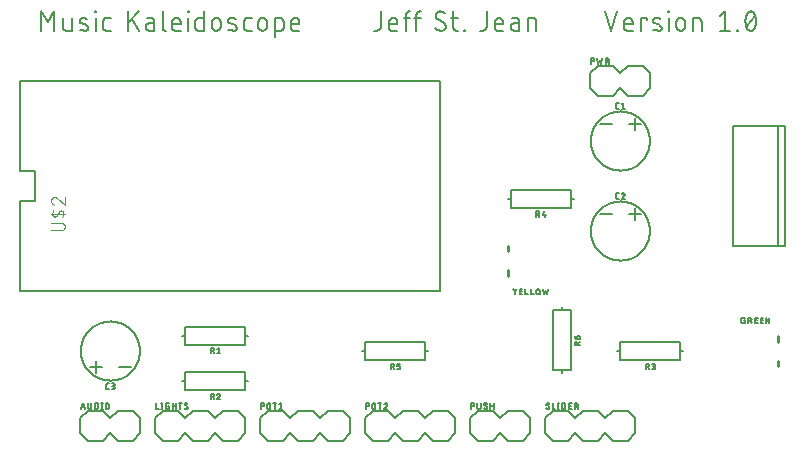
<source format=gbr>
G04 EAGLE Gerber RS-274X export*
G75*
%MOMM*%
%FSLAX34Y34*%
%LPD*%
%INSilkscreen Top*%
%IPPOS*%
%AMOC8*
5,1,8,0,0,1.08239X$1,22.5*%
G01*
%ADD10C,0.152400*%
%ADD11C,0.203200*%
%ADD12C,0.127000*%
%ADD13C,0.101600*%
%ADD14C,0.254000*%


D10*
X43155Y372872D02*
X43155Y389128D01*
X48574Y380097D01*
X53993Y389128D01*
X53993Y372872D01*
X61635Y375581D02*
X61635Y383709D01*
X61635Y375581D02*
X61637Y375480D01*
X61643Y375379D01*
X61652Y375278D01*
X61665Y375177D01*
X61682Y375077D01*
X61703Y374978D01*
X61727Y374880D01*
X61755Y374783D01*
X61787Y374686D01*
X61822Y374591D01*
X61861Y374498D01*
X61903Y374406D01*
X61949Y374315D01*
X61998Y374227D01*
X62050Y374140D01*
X62106Y374055D01*
X62164Y373972D01*
X62226Y373892D01*
X62291Y373814D01*
X62358Y373738D01*
X62428Y373665D01*
X62501Y373595D01*
X62577Y373528D01*
X62655Y373463D01*
X62735Y373401D01*
X62818Y373343D01*
X62903Y373287D01*
X62990Y373235D01*
X63078Y373186D01*
X63169Y373140D01*
X63261Y373098D01*
X63354Y373059D01*
X63449Y373024D01*
X63546Y372992D01*
X63643Y372964D01*
X63741Y372940D01*
X63840Y372919D01*
X63940Y372902D01*
X64041Y372889D01*
X64142Y372880D01*
X64243Y372874D01*
X64344Y372872D01*
X68860Y372872D01*
X68860Y383709D01*
X77058Y379194D02*
X81573Y377388D01*
X77057Y379194D02*
X76969Y379231D01*
X76883Y379272D01*
X76798Y379316D01*
X76715Y379364D01*
X76635Y379415D01*
X76556Y379469D01*
X76480Y379527D01*
X76406Y379587D01*
X76334Y379651D01*
X76266Y379717D01*
X76200Y379787D01*
X76137Y379858D01*
X76076Y379933D01*
X76019Y380009D01*
X75966Y380088D01*
X75915Y380169D01*
X75868Y380252D01*
X75824Y380337D01*
X75784Y380424D01*
X75747Y380512D01*
X75714Y380602D01*
X75684Y380693D01*
X75659Y380785D01*
X75637Y380878D01*
X75619Y380972D01*
X75604Y381066D01*
X75594Y381161D01*
X75588Y381257D01*
X75585Y381352D01*
X75586Y381448D01*
X75592Y381543D01*
X75601Y381639D01*
X75614Y381733D01*
X75630Y381827D01*
X75651Y381921D01*
X75676Y382013D01*
X75704Y382104D01*
X75736Y382194D01*
X75771Y382283D01*
X75810Y382370D01*
X75853Y382456D01*
X75899Y382540D01*
X75949Y382621D01*
X76001Y382701D01*
X76057Y382779D01*
X76117Y382854D01*
X76179Y382926D01*
X76244Y382996D01*
X76312Y383064D01*
X76382Y383128D01*
X76455Y383190D01*
X76531Y383248D01*
X76609Y383304D01*
X76689Y383356D01*
X76771Y383405D01*
X76855Y383450D01*
X76941Y383492D01*
X77028Y383531D01*
X77117Y383566D01*
X77208Y383597D01*
X77299Y383624D01*
X77392Y383648D01*
X77485Y383668D01*
X77579Y383684D01*
X77674Y383696D01*
X77769Y383705D01*
X77865Y383709D01*
X77960Y383710D01*
X78207Y383703D01*
X78453Y383691D01*
X78699Y383673D01*
X78945Y383648D01*
X79189Y383618D01*
X79433Y383582D01*
X79676Y383541D01*
X79918Y383493D01*
X80159Y383439D01*
X80398Y383380D01*
X80636Y383315D01*
X80872Y383244D01*
X81107Y383168D01*
X81340Y383086D01*
X81570Y382998D01*
X81798Y382905D01*
X82025Y382807D01*
X81573Y377387D02*
X81661Y377350D01*
X81747Y377309D01*
X81832Y377265D01*
X81915Y377217D01*
X81995Y377166D01*
X82074Y377112D01*
X82150Y377054D01*
X82224Y376994D01*
X82296Y376930D01*
X82364Y376864D01*
X82430Y376794D01*
X82493Y376723D01*
X82554Y376648D01*
X82611Y376572D01*
X82664Y376493D01*
X82715Y376412D01*
X82762Y376329D01*
X82806Y376244D01*
X82846Y376157D01*
X82883Y376069D01*
X82916Y375979D01*
X82946Y375888D01*
X82971Y375796D01*
X82993Y375703D01*
X83011Y375609D01*
X83026Y375515D01*
X83036Y375420D01*
X83042Y375324D01*
X83045Y375229D01*
X83044Y375133D01*
X83038Y375038D01*
X83029Y374942D01*
X83016Y374848D01*
X83000Y374754D01*
X82979Y374660D01*
X82954Y374568D01*
X82926Y374477D01*
X82894Y374387D01*
X82859Y374298D01*
X82820Y374211D01*
X82777Y374125D01*
X82731Y374041D01*
X82681Y373960D01*
X82629Y373880D01*
X82573Y373802D01*
X82513Y373727D01*
X82451Y373655D01*
X82386Y373585D01*
X82318Y373517D01*
X82248Y373453D01*
X82175Y373391D01*
X82099Y373333D01*
X82021Y373277D01*
X81941Y373225D01*
X81859Y373176D01*
X81775Y373131D01*
X81689Y373089D01*
X81602Y373050D01*
X81513Y373015D01*
X81422Y372984D01*
X81331Y372957D01*
X81238Y372933D01*
X81145Y372913D01*
X81051Y372897D01*
X80956Y372885D01*
X80861Y372876D01*
X80765Y372872D01*
X80670Y372871D01*
X80670Y372872D02*
X80308Y372881D01*
X79946Y372899D01*
X79585Y372926D01*
X79225Y372961D01*
X78865Y373004D01*
X78506Y373056D01*
X78149Y373117D01*
X77794Y373186D01*
X77440Y373263D01*
X77088Y373349D01*
X76738Y373443D01*
X76390Y373546D01*
X76045Y373656D01*
X75703Y373775D01*
X89215Y372872D02*
X89215Y383709D01*
X88764Y388225D02*
X88764Y389128D01*
X89667Y389128D01*
X89667Y388225D01*
X88764Y388225D01*
X98229Y372872D02*
X101842Y372872D01*
X98229Y372872D02*
X98128Y372874D01*
X98027Y372880D01*
X97926Y372889D01*
X97825Y372902D01*
X97725Y372919D01*
X97626Y372940D01*
X97528Y372964D01*
X97431Y372992D01*
X97334Y373024D01*
X97239Y373059D01*
X97146Y373098D01*
X97054Y373140D01*
X96963Y373186D01*
X96875Y373235D01*
X96788Y373287D01*
X96703Y373343D01*
X96620Y373401D01*
X96540Y373463D01*
X96462Y373528D01*
X96386Y373595D01*
X96313Y373665D01*
X96243Y373738D01*
X96176Y373814D01*
X96111Y373892D01*
X96049Y373972D01*
X95991Y374055D01*
X95935Y374140D01*
X95883Y374227D01*
X95834Y374315D01*
X95788Y374406D01*
X95746Y374498D01*
X95707Y374591D01*
X95672Y374686D01*
X95640Y374783D01*
X95612Y374880D01*
X95588Y374978D01*
X95567Y375077D01*
X95550Y375177D01*
X95537Y375278D01*
X95528Y375379D01*
X95522Y375480D01*
X95520Y375581D01*
X95520Y381000D01*
X95522Y381101D01*
X95528Y381202D01*
X95537Y381303D01*
X95550Y381404D01*
X95567Y381504D01*
X95588Y381603D01*
X95612Y381701D01*
X95640Y381798D01*
X95672Y381895D01*
X95707Y381990D01*
X95746Y382083D01*
X95788Y382175D01*
X95834Y382266D01*
X95883Y382355D01*
X95935Y382441D01*
X95991Y382526D01*
X96049Y382609D01*
X96111Y382689D01*
X96176Y382767D01*
X96243Y382843D01*
X96313Y382916D01*
X96386Y382986D01*
X96462Y383053D01*
X96540Y383118D01*
X96620Y383180D01*
X96703Y383238D01*
X96788Y383294D01*
X96875Y383346D01*
X96963Y383395D01*
X97054Y383441D01*
X97146Y383483D01*
X97239Y383522D01*
X97334Y383557D01*
X97431Y383589D01*
X97528Y383617D01*
X97626Y383641D01*
X97725Y383662D01*
X97825Y383679D01*
X97926Y383692D01*
X98027Y383701D01*
X98128Y383707D01*
X98229Y383709D01*
X101842Y383709D01*
X116694Y389128D02*
X116694Y372872D01*
X116694Y379194D02*
X125725Y389128D01*
X120306Y382806D02*
X125725Y372872D01*
X134542Y379194D02*
X138606Y379194D01*
X134542Y379194D02*
X134430Y379192D01*
X134319Y379186D01*
X134208Y379176D01*
X134097Y379163D01*
X133987Y379145D01*
X133878Y379123D01*
X133769Y379098D01*
X133661Y379069D01*
X133555Y379036D01*
X133449Y378999D01*
X133345Y378959D01*
X133243Y378915D01*
X133142Y378867D01*
X133043Y378816D01*
X132945Y378761D01*
X132850Y378703D01*
X132757Y378642D01*
X132666Y378577D01*
X132577Y378509D01*
X132491Y378438D01*
X132408Y378365D01*
X132327Y378288D01*
X132248Y378208D01*
X132173Y378126D01*
X132101Y378041D01*
X132031Y377954D01*
X131965Y377864D01*
X131902Y377772D01*
X131842Y377677D01*
X131786Y377581D01*
X131733Y377483D01*
X131684Y377383D01*
X131638Y377281D01*
X131596Y377178D01*
X131557Y377073D01*
X131522Y376967D01*
X131491Y376860D01*
X131464Y376752D01*
X131440Y376643D01*
X131421Y376533D01*
X131405Y376423D01*
X131393Y376312D01*
X131385Y376200D01*
X131381Y376089D01*
X131381Y375977D01*
X131385Y375866D01*
X131393Y375754D01*
X131405Y375643D01*
X131421Y375533D01*
X131440Y375423D01*
X131464Y375314D01*
X131491Y375206D01*
X131522Y375099D01*
X131557Y374993D01*
X131596Y374888D01*
X131638Y374785D01*
X131684Y374683D01*
X131733Y374583D01*
X131786Y374485D01*
X131842Y374389D01*
X131902Y374294D01*
X131965Y374202D01*
X132031Y374112D01*
X132101Y374025D01*
X132173Y373940D01*
X132248Y373858D01*
X132327Y373778D01*
X132408Y373701D01*
X132491Y373628D01*
X132577Y373557D01*
X132666Y373489D01*
X132757Y373424D01*
X132850Y373363D01*
X132945Y373305D01*
X133043Y373250D01*
X133142Y373199D01*
X133243Y373151D01*
X133345Y373107D01*
X133449Y373067D01*
X133555Y373030D01*
X133661Y372997D01*
X133769Y372968D01*
X133878Y372943D01*
X133987Y372921D01*
X134097Y372903D01*
X134208Y372890D01*
X134319Y372880D01*
X134430Y372874D01*
X134542Y372872D01*
X138606Y372872D01*
X138606Y381000D01*
X138604Y381101D01*
X138598Y381202D01*
X138589Y381303D01*
X138576Y381404D01*
X138559Y381504D01*
X138538Y381603D01*
X138514Y381701D01*
X138486Y381798D01*
X138454Y381895D01*
X138419Y381990D01*
X138380Y382083D01*
X138338Y382175D01*
X138292Y382266D01*
X138243Y382355D01*
X138191Y382441D01*
X138135Y382526D01*
X138077Y382609D01*
X138015Y382689D01*
X137950Y382767D01*
X137883Y382843D01*
X137813Y382916D01*
X137740Y382986D01*
X137664Y383053D01*
X137586Y383118D01*
X137506Y383180D01*
X137423Y383238D01*
X137338Y383294D01*
X137252Y383346D01*
X137163Y383395D01*
X137072Y383441D01*
X136980Y383483D01*
X136887Y383522D01*
X136792Y383557D01*
X136695Y383589D01*
X136598Y383617D01*
X136500Y383641D01*
X136401Y383662D01*
X136301Y383679D01*
X136200Y383692D01*
X136099Y383701D01*
X135998Y383707D01*
X135897Y383709D01*
X132284Y383709D01*
X145759Y389128D02*
X145759Y375581D01*
X145760Y375581D02*
X145762Y375480D01*
X145768Y375379D01*
X145777Y375278D01*
X145790Y375177D01*
X145807Y375077D01*
X145828Y374978D01*
X145852Y374880D01*
X145880Y374783D01*
X145912Y374686D01*
X145947Y374591D01*
X145986Y374498D01*
X146028Y374406D01*
X146074Y374315D01*
X146123Y374227D01*
X146175Y374140D01*
X146231Y374055D01*
X146289Y373972D01*
X146351Y373892D01*
X146416Y373814D01*
X146483Y373738D01*
X146553Y373665D01*
X146626Y373595D01*
X146702Y373528D01*
X146780Y373463D01*
X146860Y373401D01*
X146943Y373343D01*
X147028Y373287D01*
X147115Y373235D01*
X147203Y373186D01*
X147294Y373140D01*
X147386Y373098D01*
X147479Y373059D01*
X147574Y373024D01*
X147671Y372992D01*
X147768Y372964D01*
X147866Y372940D01*
X147965Y372919D01*
X148065Y372902D01*
X148166Y372889D01*
X148267Y372880D01*
X148368Y372874D01*
X148469Y372872D01*
X156568Y372872D02*
X161084Y372872D01*
X156568Y372872D02*
X156467Y372874D01*
X156366Y372880D01*
X156265Y372889D01*
X156164Y372902D01*
X156064Y372919D01*
X155965Y372940D01*
X155867Y372964D01*
X155770Y372992D01*
X155673Y373024D01*
X155578Y373059D01*
X155485Y373098D01*
X155393Y373140D01*
X155302Y373186D01*
X155214Y373235D01*
X155127Y373287D01*
X155042Y373343D01*
X154959Y373401D01*
X154879Y373463D01*
X154801Y373528D01*
X154725Y373595D01*
X154652Y373665D01*
X154582Y373738D01*
X154515Y373814D01*
X154450Y373892D01*
X154388Y373972D01*
X154330Y374055D01*
X154274Y374140D01*
X154222Y374227D01*
X154173Y374315D01*
X154127Y374406D01*
X154085Y374498D01*
X154046Y374591D01*
X154011Y374686D01*
X153979Y374783D01*
X153951Y374880D01*
X153927Y374978D01*
X153906Y375077D01*
X153889Y375177D01*
X153876Y375278D01*
X153867Y375379D01*
X153861Y375480D01*
X153859Y375581D01*
X153859Y380097D01*
X153861Y380216D01*
X153867Y380336D01*
X153877Y380455D01*
X153891Y380573D01*
X153908Y380692D01*
X153930Y380809D01*
X153955Y380926D01*
X153985Y381041D01*
X154018Y381156D01*
X154055Y381270D01*
X154095Y381382D01*
X154140Y381493D01*
X154188Y381602D01*
X154239Y381710D01*
X154294Y381816D01*
X154353Y381920D01*
X154415Y382022D01*
X154480Y382122D01*
X154549Y382220D01*
X154621Y382316D01*
X154696Y382409D01*
X154773Y382499D01*
X154854Y382587D01*
X154938Y382672D01*
X155025Y382754D01*
X155114Y382834D01*
X155206Y382910D01*
X155300Y382984D01*
X155397Y383054D01*
X155495Y383121D01*
X155596Y383185D01*
X155700Y383245D01*
X155805Y383302D01*
X155912Y383355D01*
X156020Y383405D01*
X156130Y383451D01*
X156242Y383493D01*
X156355Y383532D01*
X156469Y383567D01*
X156584Y383598D01*
X156701Y383626D01*
X156818Y383649D01*
X156935Y383669D01*
X157054Y383685D01*
X157173Y383697D01*
X157292Y383705D01*
X157411Y383709D01*
X157531Y383709D01*
X157650Y383705D01*
X157769Y383697D01*
X157888Y383685D01*
X158007Y383669D01*
X158124Y383649D01*
X158241Y383626D01*
X158358Y383598D01*
X158473Y383567D01*
X158587Y383532D01*
X158700Y383493D01*
X158812Y383451D01*
X158922Y383405D01*
X159030Y383355D01*
X159137Y383302D01*
X159242Y383245D01*
X159346Y383185D01*
X159447Y383121D01*
X159545Y383054D01*
X159642Y382984D01*
X159736Y382910D01*
X159828Y382834D01*
X159917Y382754D01*
X160004Y382672D01*
X160088Y382587D01*
X160169Y382499D01*
X160246Y382409D01*
X160321Y382316D01*
X160393Y382220D01*
X160462Y382122D01*
X160527Y382022D01*
X160589Y381920D01*
X160648Y381816D01*
X160703Y381710D01*
X160754Y381602D01*
X160802Y381493D01*
X160847Y381382D01*
X160887Y381270D01*
X160924Y381156D01*
X160957Y381041D01*
X160987Y380926D01*
X161012Y380809D01*
X161034Y380692D01*
X161051Y380573D01*
X161065Y380455D01*
X161075Y380336D01*
X161081Y380216D01*
X161083Y380097D01*
X161084Y380097D02*
X161084Y378291D01*
X153859Y378291D01*
X167371Y383709D02*
X167371Y372872D01*
X166920Y388225D02*
X166920Y389128D01*
X167823Y389128D01*
X167823Y388225D01*
X166920Y388225D01*
X180810Y389128D02*
X180810Y372872D01*
X176295Y372872D01*
X176194Y372874D01*
X176093Y372880D01*
X175992Y372889D01*
X175891Y372902D01*
X175791Y372919D01*
X175692Y372940D01*
X175594Y372964D01*
X175497Y372992D01*
X175400Y373024D01*
X175305Y373059D01*
X175212Y373098D01*
X175120Y373140D01*
X175029Y373186D01*
X174941Y373235D01*
X174854Y373287D01*
X174769Y373343D01*
X174686Y373401D01*
X174606Y373463D01*
X174528Y373528D01*
X174452Y373595D01*
X174379Y373665D01*
X174309Y373738D01*
X174242Y373814D01*
X174177Y373892D01*
X174115Y373972D01*
X174057Y374055D01*
X174001Y374140D01*
X173949Y374227D01*
X173900Y374315D01*
X173854Y374406D01*
X173812Y374498D01*
X173773Y374591D01*
X173738Y374686D01*
X173706Y374783D01*
X173678Y374880D01*
X173654Y374978D01*
X173633Y375077D01*
X173616Y375177D01*
X173603Y375278D01*
X173594Y375379D01*
X173588Y375480D01*
X173586Y375581D01*
X173585Y375581D02*
X173585Y381000D01*
X173586Y381000D02*
X173588Y381101D01*
X173594Y381202D01*
X173603Y381303D01*
X173616Y381404D01*
X173633Y381504D01*
X173654Y381603D01*
X173678Y381701D01*
X173706Y381798D01*
X173738Y381895D01*
X173773Y381990D01*
X173812Y382083D01*
X173854Y382175D01*
X173900Y382266D01*
X173949Y382355D01*
X174001Y382441D01*
X174057Y382526D01*
X174115Y382609D01*
X174177Y382689D01*
X174242Y382767D01*
X174309Y382843D01*
X174379Y382916D01*
X174452Y382986D01*
X174528Y383053D01*
X174606Y383118D01*
X174686Y383180D01*
X174769Y383238D01*
X174854Y383294D01*
X174941Y383346D01*
X175029Y383395D01*
X175120Y383441D01*
X175212Y383483D01*
X175305Y383522D01*
X175400Y383557D01*
X175497Y383589D01*
X175594Y383617D01*
X175692Y383641D01*
X175791Y383662D01*
X175891Y383679D01*
X175992Y383692D01*
X176093Y383701D01*
X176194Y383707D01*
X176295Y383709D01*
X180810Y383709D01*
X187727Y380097D02*
X187727Y376484D01*
X187727Y380097D02*
X187729Y380216D01*
X187735Y380336D01*
X187745Y380455D01*
X187759Y380573D01*
X187776Y380692D01*
X187798Y380809D01*
X187823Y380926D01*
X187853Y381041D01*
X187886Y381156D01*
X187923Y381270D01*
X187963Y381382D01*
X188008Y381493D01*
X188056Y381602D01*
X188107Y381710D01*
X188162Y381816D01*
X188221Y381920D01*
X188283Y382022D01*
X188348Y382122D01*
X188417Y382220D01*
X188489Y382316D01*
X188564Y382409D01*
X188641Y382499D01*
X188722Y382587D01*
X188806Y382672D01*
X188893Y382754D01*
X188982Y382834D01*
X189074Y382910D01*
X189168Y382984D01*
X189265Y383054D01*
X189363Y383121D01*
X189464Y383185D01*
X189568Y383245D01*
X189673Y383302D01*
X189780Y383355D01*
X189888Y383405D01*
X189998Y383451D01*
X190110Y383493D01*
X190223Y383532D01*
X190337Y383567D01*
X190452Y383598D01*
X190569Y383626D01*
X190686Y383649D01*
X190803Y383669D01*
X190922Y383685D01*
X191041Y383697D01*
X191160Y383705D01*
X191279Y383709D01*
X191399Y383709D01*
X191518Y383705D01*
X191637Y383697D01*
X191756Y383685D01*
X191875Y383669D01*
X191992Y383649D01*
X192109Y383626D01*
X192226Y383598D01*
X192341Y383567D01*
X192455Y383532D01*
X192568Y383493D01*
X192680Y383451D01*
X192790Y383405D01*
X192898Y383355D01*
X193005Y383302D01*
X193110Y383245D01*
X193214Y383185D01*
X193315Y383121D01*
X193413Y383054D01*
X193510Y382984D01*
X193604Y382910D01*
X193696Y382834D01*
X193785Y382754D01*
X193872Y382672D01*
X193956Y382587D01*
X194037Y382499D01*
X194114Y382409D01*
X194189Y382316D01*
X194261Y382220D01*
X194330Y382122D01*
X194395Y382022D01*
X194457Y381920D01*
X194516Y381816D01*
X194571Y381710D01*
X194622Y381602D01*
X194670Y381493D01*
X194715Y381382D01*
X194755Y381270D01*
X194792Y381156D01*
X194825Y381041D01*
X194855Y380926D01*
X194880Y380809D01*
X194902Y380692D01*
X194919Y380573D01*
X194933Y380455D01*
X194943Y380336D01*
X194949Y380216D01*
X194951Y380097D01*
X194952Y380097D02*
X194952Y376484D01*
X194951Y376484D02*
X194949Y376365D01*
X194943Y376245D01*
X194933Y376126D01*
X194919Y376008D01*
X194902Y375889D01*
X194880Y375772D01*
X194855Y375655D01*
X194825Y375540D01*
X194792Y375425D01*
X194755Y375311D01*
X194715Y375199D01*
X194670Y375088D01*
X194622Y374979D01*
X194571Y374871D01*
X194516Y374765D01*
X194457Y374661D01*
X194395Y374559D01*
X194330Y374459D01*
X194261Y374361D01*
X194189Y374265D01*
X194114Y374172D01*
X194037Y374082D01*
X193956Y373994D01*
X193872Y373909D01*
X193785Y373827D01*
X193696Y373747D01*
X193604Y373671D01*
X193510Y373597D01*
X193413Y373527D01*
X193315Y373460D01*
X193214Y373396D01*
X193110Y373336D01*
X193005Y373279D01*
X192898Y373226D01*
X192790Y373176D01*
X192680Y373130D01*
X192568Y373088D01*
X192455Y373049D01*
X192341Y373014D01*
X192226Y372983D01*
X192109Y372955D01*
X191992Y372932D01*
X191875Y372912D01*
X191756Y372896D01*
X191637Y372884D01*
X191518Y372876D01*
X191399Y372872D01*
X191279Y372872D01*
X191160Y372876D01*
X191041Y372884D01*
X190922Y372896D01*
X190803Y372912D01*
X190686Y372932D01*
X190569Y372955D01*
X190452Y372983D01*
X190337Y373014D01*
X190223Y373049D01*
X190110Y373088D01*
X189998Y373130D01*
X189888Y373176D01*
X189780Y373226D01*
X189673Y373279D01*
X189568Y373336D01*
X189464Y373396D01*
X189363Y373460D01*
X189265Y373527D01*
X189168Y373597D01*
X189074Y373671D01*
X188982Y373747D01*
X188893Y373827D01*
X188806Y373909D01*
X188722Y373994D01*
X188641Y374082D01*
X188564Y374172D01*
X188489Y374265D01*
X188417Y374361D01*
X188348Y374459D01*
X188283Y374559D01*
X188221Y374661D01*
X188162Y374765D01*
X188107Y374871D01*
X188056Y374979D01*
X188008Y375088D01*
X187963Y375199D01*
X187923Y375311D01*
X187886Y375425D01*
X187853Y375540D01*
X187823Y375655D01*
X187798Y375772D01*
X187776Y375889D01*
X187759Y376008D01*
X187745Y376126D01*
X187735Y376245D01*
X187729Y376365D01*
X187727Y376484D01*
X202628Y379194D02*
X207144Y377388D01*
X202628Y379194D02*
X202540Y379231D01*
X202454Y379272D01*
X202369Y379316D01*
X202286Y379364D01*
X202206Y379415D01*
X202127Y379469D01*
X202051Y379527D01*
X201977Y379587D01*
X201905Y379651D01*
X201837Y379717D01*
X201771Y379787D01*
X201708Y379858D01*
X201647Y379933D01*
X201590Y380009D01*
X201537Y380088D01*
X201486Y380169D01*
X201439Y380252D01*
X201395Y380337D01*
X201355Y380424D01*
X201318Y380512D01*
X201285Y380602D01*
X201255Y380693D01*
X201230Y380785D01*
X201208Y380878D01*
X201190Y380972D01*
X201175Y381066D01*
X201165Y381161D01*
X201159Y381257D01*
X201156Y381352D01*
X201157Y381448D01*
X201163Y381543D01*
X201172Y381639D01*
X201185Y381733D01*
X201201Y381827D01*
X201222Y381921D01*
X201247Y382013D01*
X201275Y382104D01*
X201307Y382194D01*
X201342Y382283D01*
X201381Y382370D01*
X201424Y382456D01*
X201470Y382540D01*
X201520Y382621D01*
X201572Y382701D01*
X201628Y382779D01*
X201688Y382854D01*
X201750Y382926D01*
X201815Y382996D01*
X201883Y383064D01*
X201953Y383128D01*
X202026Y383190D01*
X202102Y383248D01*
X202180Y383304D01*
X202260Y383356D01*
X202342Y383405D01*
X202426Y383450D01*
X202512Y383492D01*
X202599Y383531D01*
X202688Y383566D01*
X202779Y383597D01*
X202870Y383624D01*
X202963Y383648D01*
X203056Y383668D01*
X203150Y383684D01*
X203245Y383696D01*
X203340Y383705D01*
X203436Y383709D01*
X203531Y383710D01*
X203778Y383703D01*
X204024Y383691D01*
X204270Y383673D01*
X204516Y383648D01*
X204760Y383618D01*
X205004Y383582D01*
X205247Y383541D01*
X205489Y383493D01*
X205730Y383439D01*
X205969Y383380D01*
X206207Y383315D01*
X206443Y383244D01*
X206678Y383168D01*
X206911Y383086D01*
X207141Y382998D01*
X207369Y382905D01*
X207596Y382807D01*
X207144Y377387D02*
X207232Y377350D01*
X207318Y377309D01*
X207403Y377265D01*
X207486Y377217D01*
X207566Y377166D01*
X207645Y377112D01*
X207721Y377054D01*
X207795Y376994D01*
X207867Y376930D01*
X207935Y376864D01*
X208001Y376794D01*
X208064Y376723D01*
X208125Y376648D01*
X208182Y376572D01*
X208235Y376493D01*
X208286Y376412D01*
X208333Y376329D01*
X208377Y376244D01*
X208417Y376157D01*
X208454Y376069D01*
X208487Y375979D01*
X208517Y375888D01*
X208542Y375796D01*
X208564Y375703D01*
X208582Y375609D01*
X208597Y375515D01*
X208607Y375420D01*
X208613Y375324D01*
X208616Y375229D01*
X208615Y375133D01*
X208609Y375038D01*
X208600Y374942D01*
X208587Y374848D01*
X208571Y374754D01*
X208550Y374660D01*
X208525Y374568D01*
X208497Y374477D01*
X208465Y374387D01*
X208430Y374298D01*
X208391Y374211D01*
X208348Y374125D01*
X208302Y374041D01*
X208252Y373960D01*
X208200Y373880D01*
X208144Y373802D01*
X208084Y373727D01*
X208022Y373655D01*
X207957Y373585D01*
X207889Y373517D01*
X207819Y373453D01*
X207746Y373391D01*
X207670Y373333D01*
X207592Y373277D01*
X207512Y373225D01*
X207430Y373176D01*
X207346Y373131D01*
X207260Y373089D01*
X207173Y373050D01*
X207084Y373015D01*
X206993Y372984D01*
X206902Y372957D01*
X206809Y372933D01*
X206716Y372913D01*
X206622Y372897D01*
X206527Y372885D01*
X206432Y372876D01*
X206336Y372872D01*
X206241Y372871D01*
X206241Y372872D02*
X205879Y372881D01*
X205517Y372899D01*
X205156Y372926D01*
X204796Y372961D01*
X204436Y373004D01*
X204077Y373056D01*
X203720Y373117D01*
X203365Y373186D01*
X203011Y373263D01*
X202659Y373349D01*
X202309Y373443D01*
X201961Y373546D01*
X201616Y373656D01*
X201274Y373775D01*
X217548Y372872D02*
X221160Y372872D01*
X217548Y372872D02*
X217447Y372874D01*
X217346Y372880D01*
X217245Y372889D01*
X217144Y372902D01*
X217044Y372919D01*
X216945Y372940D01*
X216847Y372964D01*
X216750Y372992D01*
X216653Y373024D01*
X216558Y373059D01*
X216465Y373098D01*
X216373Y373140D01*
X216282Y373186D01*
X216194Y373235D01*
X216107Y373287D01*
X216022Y373343D01*
X215939Y373401D01*
X215859Y373463D01*
X215781Y373528D01*
X215705Y373595D01*
X215632Y373665D01*
X215562Y373738D01*
X215495Y373814D01*
X215430Y373892D01*
X215368Y373972D01*
X215310Y374055D01*
X215254Y374140D01*
X215202Y374227D01*
X215153Y374315D01*
X215107Y374406D01*
X215065Y374498D01*
X215026Y374591D01*
X214991Y374686D01*
X214959Y374783D01*
X214931Y374880D01*
X214907Y374978D01*
X214886Y375077D01*
X214869Y375177D01*
X214856Y375278D01*
X214847Y375379D01*
X214841Y375480D01*
X214839Y375581D01*
X214838Y375581D02*
X214838Y381000D01*
X214839Y381000D02*
X214841Y381101D01*
X214847Y381202D01*
X214856Y381303D01*
X214869Y381404D01*
X214886Y381504D01*
X214907Y381603D01*
X214931Y381701D01*
X214959Y381798D01*
X214991Y381895D01*
X215026Y381990D01*
X215065Y382083D01*
X215107Y382175D01*
X215153Y382266D01*
X215202Y382355D01*
X215254Y382441D01*
X215310Y382526D01*
X215368Y382609D01*
X215430Y382689D01*
X215495Y382767D01*
X215562Y382843D01*
X215632Y382916D01*
X215705Y382986D01*
X215781Y383053D01*
X215859Y383118D01*
X215939Y383180D01*
X216022Y383238D01*
X216107Y383294D01*
X216194Y383346D01*
X216282Y383395D01*
X216373Y383441D01*
X216465Y383483D01*
X216558Y383522D01*
X216653Y383557D01*
X216750Y383589D01*
X216847Y383617D01*
X216945Y383641D01*
X217044Y383662D01*
X217144Y383679D01*
X217245Y383692D01*
X217346Y383701D01*
X217447Y383707D01*
X217548Y383709D01*
X221160Y383709D01*
X226805Y380097D02*
X226805Y376484D01*
X226805Y380097D02*
X226807Y380216D01*
X226813Y380336D01*
X226823Y380455D01*
X226837Y380573D01*
X226854Y380692D01*
X226876Y380809D01*
X226901Y380926D01*
X226931Y381041D01*
X226964Y381156D01*
X227001Y381270D01*
X227041Y381382D01*
X227086Y381493D01*
X227134Y381602D01*
X227185Y381710D01*
X227240Y381816D01*
X227299Y381920D01*
X227361Y382022D01*
X227426Y382122D01*
X227495Y382220D01*
X227567Y382316D01*
X227642Y382409D01*
X227719Y382499D01*
X227800Y382587D01*
X227884Y382672D01*
X227971Y382754D01*
X228060Y382834D01*
X228152Y382910D01*
X228246Y382984D01*
X228343Y383054D01*
X228441Y383121D01*
X228542Y383185D01*
X228646Y383245D01*
X228751Y383302D01*
X228858Y383355D01*
X228966Y383405D01*
X229076Y383451D01*
X229188Y383493D01*
X229301Y383532D01*
X229415Y383567D01*
X229530Y383598D01*
X229647Y383626D01*
X229764Y383649D01*
X229881Y383669D01*
X230000Y383685D01*
X230119Y383697D01*
X230238Y383705D01*
X230357Y383709D01*
X230477Y383709D01*
X230596Y383705D01*
X230715Y383697D01*
X230834Y383685D01*
X230953Y383669D01*
X231070Y383649D01*
X231187Y383626D01*
X231304Y383598D01*
X231419Y383567D01*
X231533Y383532D01*
X231646Y383493D01*
X231758Y383451D01*
X231868Y383405D01*
X231976Y383355D01*
X232083Y383302D01*
X232188Y383245D01*
X232292Y383185D01*
X232393Y383121D01*
X232491Y383054D01*
X232588Y382984D01*
X232682Y382910D01*
X232774Y382834D01*
X232863Y382754D01*
X232950Y382672D01*
X233034Y382587D01*
X233115Y382499D01*
X233192Y382409D01*
X233267Y382316D01*
X233339Y382220D01*
X233408Y382122D01*
X233473Y382022D01*
X233535Y381920D01*
X233594Y381816D01*
X233649Y381710D01*
X233700Y381602D01*
X233748Y381493D01*
X233793Y381382D01*
X233833Y381270D01*
X233870Y381156D01*
X233903Y381041D01*
X233933Y380926D01*
X233958Y380809D01*
X233980Y380692D01*
X233997Y380573D01*
X234011Y380455D01*
X234021Y380336D01*
X234027Y380216D01*
X234029Y380097D01*
X234030Y380097D02*
X234030Y376484D01*
X234029Y376484D02*
X234027Y376365D01*
X234021Y376245D01*
X234011Y376126D01*
X233997Y376008D01*
X233980Y375889D01*
X233958Y375772D01*
X233933Y375655D01*
X233903Y375540D01*
X233870Y375425D01*
X233833Y375311D01*
X233793Y375199D01*
X233748Y375088D01*
X233700Y374979D01*
X233649Y374871D01*
X233594Y374765D01*
X233535Y374661D01*
X233473Y374559D01*
X233408Y374459D01*
X233339Y374361D01*
X233267Y374265D01*
X233192Y374172D01*
X233115Y374082D01*
X233034Y373994D01*
X232950Y373909D01*
X232863Y373827D01*
X232774Y373747D01*
X232682Y373671D01*
X232588Y373597D01*
X232491Y373527D01*
X232393Y373460D01*
X232292Y373396D01*
X232188Y373336D01*
X232083Y373279D01*
X231976Y373226D01*
X231868Y373176D01*
X231758Y373130D01*
X231646Y373088D01*
X231533Y373049D01*
X231419Y373014D01*
X231304Y372983D01*
X231187Y372955D01*
X231070Y372932D01*
X230953Y372912D01*
X230834Y372896D01*
X230715Y372884D01*
X230596Y372876D01*
X230477Y372872D01*
X230357Y372872D01*
X230238Y372876D01*
X230119Y372884D01*
X230000Y372896D01*
X229881Y372912D01*
X229764Y372932D01*
X229647Y372955D01*
X229530Y372983D01*
X229415Y373014D01*
X229301Y373049D01*
X229188Y373088D01*
X229076Y373130D01*
X228966Y373176D01*
X228858Y373226D01*
X228751Y373279D01*
X228646Y373336D01*
X228542Y373396D01*
X228441Y373460D01*
X228343Y373527D01*
X228246Y373597D01*
X228152Y373671D01*
X228060Y373747D01*
X227971Y373827D01*
X227884Y373909D01*
X227800Y373994D01*
X227719Y374082D01*
X227642Y374172D01*
X227567Y374265D01*
X227495Y374361D01*
X227426Y374459D01*
X227361Y374559D01*
X227299Y374661D01*
X227240Y374765D01*
X227185Y374871D01*
X227134Y374979D01*
X227086Y375088D01*
X227041Y375199D01*
X227001Y375311D01*
X226964Y375425D01*
X226931Y375540D01*
X226901Y375655D01*
X226876Y375772D01*
X226854Y375889D01*
X226837Y376008D01*
X226823Y376126D01*
X226813Y376245D01*
X226807Y376365D01*
X226805Y376484D01*
X240946Y383709D02*
X240946Y367453D01*
X240946Y383709D02*
X245462Y383709D01*
X245566Y383707D01*
X245669Y383701D01*
X245773Y383691D01*
X245876Y383677D01*
X245978Y383659D01*
X246079Y383638D01*
X246180Y383612D01*
X246279Y383583D01*
X246378Y383550D01*
X246475Y383513D01*
X246570Y383472D01*
X246664Y383428D01*
X246756Y383380D01*
X246846Y383329D01*
X246935Y383274D01*
X247021Y383216D01*
X247104Y383154D01*
X247186Y383090D01*
X247264Y383022D01*
X247340Y382952D01*
X247414Y382879D01*
X247484Y382802D01*
X247552Y382724D01*
X247616Y382642D01*
X247678Y382559D01*
X247736Y382473D01*
X247791Y382384D01*
X247842Y382294D01*
X247890Y382202D01*
X247934Y382108D01*
X247975Y382013D01*
X248012Y381916D01*
X248045Y381817D01*
X248074Y381718D01*
X248100Y381617D01*
X248121Y381516D01*
X248139Y381414D01*
X248153Y381311D01*
X248163Y381207D01*
X248169Y381104D01*
X248171Y381000D01*
X248171Y375581D01*
X248169Y375480D01*
X248163Y375379D01*
X248154Y375278D01*
X248141Y375177D01*
X248124Y375077D01*
X248103Y374978D01*
X248079Y374880D01*
X248051Y374783D01*
X248019Y374686D01*
X247984Y374591D01*
X247945Y374498D01*
X247903Y374406D01*
X247857Y374315D01*
X247808Y374227D01*
X247756Y374140D01*
X247700Y374055D01*
X247642Y373972D01*
X247580Y373892D01*
X247515Y373814D01*
X247448Y373738D01*
X247378Y373665D01*
X247305Y373595D01*
X247229Y373528D01*
X247151Y373463D01*
X247071Y373401D01*
X246988Y373343D01*
X246903Y373287D01*
X246817Y373235D01*
X246728Y373186D01*
X246637Y373140D01*
X246545Y373098D01*
X246452Y373059D01*
X246357Y373024D01*
X246260Y372992D01*
X246163Y372964D01*
X246065Y372940D01*
X245966Y372919D01*
X245866Y372902D01*
X245765Y372889D01*
X245664Y372880D01*
X245563Y372874D01*
X245462Y372872D01*
X240946Y372872D01*
X257129Y372872D02*
X261645Y372872D01*
X257129Y372872D02*
X257028Y372874D01*
X256927Y372880D01*
X256826Y372889D01*
X256725Y372902D01*
X256625Y372919D01*
X256526Y372940D01*
X256428Y372964D01*
X256331Y372992D01*
X256234Y373024D01*
X256139Y373059D01*
X256046Y373098D01*
X255954Y373140D01*
X255863Y373186D01*
X255775Y373235D01*
X255688Y373287D01*
X255603Y373343D01*
X255520Y373401D01*
X255440Y373463D01*
X255362Y373528D01*
X255286Y373595D01*
X255213Y373665D01*
X255143Y373738D01*
X255076Y373814D01*
X255011Y373892D01*
X254949Y373972D01*
X254891Y374055D01*
X254835Y374140D01*
X254783Y374227D01*
X254734Y374315D01*
X254688Y374406D01*
X254646Y374498D01*
X254607Y374591D01*
X254572Y374686D01*
X254540Y374783D01*
X254512Y374880D01*
X254488Y374978D01*
X254467Y375077D01*
X254450Y375177D01*
X254437Y375278D01*
X254428Y375379D01*
X254422Y375480D01*
X254420Y375581D01*
X254420Y380097D01*
X254422Y380216D01*
X254428Y380336D01*
X254438Y380455D01*
X254452Y380573D01*
X254469Y380692D01*
X254491Y380809D01*
X254516Y380926D01*
X254546Y381041D01*
X254579Y381156D01*
X254616Y381270D01*
X254656Y381382D01*
X254701Y381493D01*
X254749Y381602D01*
X254800Y381710D01*
X254855Y381816D01*
X254914Y381920D01*
X254976Y382022D01*
X255041Y382122D01*
X255110Y382220D01*
X255182Y382316D01*
X255257Y382409D01*
X255334Y382499D01*
X255415Y382587D01*
X255499Y382672D01*
X255586Y382754D01*
X255675Y382834D01*
X255767Y382910D01*
X255861Y382984D01*
X255958Y383054D01*
X256056Y383121D01*
X256157Y383185D01*
X256261Y383245D01*
X256366Y383302D01*
X256473Y383355D01*
X256581Y383405D01*
X256691Y383451D01*
X256803Y383493D01*
X256916Y383532D01*
X257030Y383567D01*
X257145Y383598D01*
X257262Y383626D01*
X257379Y383649D01*
X257496Y383669D01*
X257615Y383685D01*
X257734Y383697D01*
X257853Y383705D01*
X257972Y383709D01*
X258092Y383709D01*
X258211Y383705D01*
X258330Y383697D01*
X258449Y383685D01*
X258568Y383669D01*
X258685Y383649D01*
X258802Y383626D01*
X258919Y383598D01*
X259034Y383567D01*
X259148Y383532D01*
X259261Y383493D01*
X259373Y383451D01*
X259483Y383405D01*
X259591Y383355D01*
X259698Y383302D01*
X259803Y383245D01*
X259907Y383185D01*
X260008Y383121D01*
X260106Y383054D01*
X260203Y382984D01*
X260297Y382910D01*
X260389Y382834D01*
X260478Y382754D01*
X260565Y382672D01*
X260649Y382587D01*
X260730Y382499D01*
X260807Y382409D01*
X260882Y382316D01*
X260954Y382220D01*
X261023Y382122D01*
X261088Y382022D01*
X261150Y381920D01*
X261209Y381816D01*
X261264Y381710D01*
X261315Y381602D01*
X261363Y381493D01*
X261408Y381382D01*
X261448Y381270D01*
X261485Y381156D01*
X261518Y381041D01*
X261548Y380926D01*
X261573Y380809D01*
X261595Y380692D01*
X261612Y380573D01*
X261626Y380455D01*
X261636Y380336D01*
X261642Y380216D01*
X261644Y380097D01*
X261645Y380097D02*
X261645Y378291D01*
X254420Y378291D01*
X330455Y376484D02*
X330455Y389128D01*
X330455Y376484D02*
X330453Y376366D01*
X330447Y376248D01*
X330438Y376130D01*
X330424Y376013D01*
X330407Y375896D01*
X330386Y375779D01*
X330361Y375664D01*
X330332Y375549D01*
X330299Y375435D01*
X330263Y375323D01*
X330223Y375212D01*
X330180Y375102D01*
X330133Y374993D01*
X330083Y374886D01*
X330028Y374781D01*
X329971Y374678D01*
X329910Y374577D01*
X329846Y374477D01*
X329779Y374380D01*
X329709Y374285D01*
X329635Y374193D01*
X329559Y374102D01*
X329479Y374015D01*
X329397Y373930D01*
X329312Y373848D01*
X329225Y373768D01*
X329134Y373692D01*
X329042Y373618D01*
X328947Y373548D01*
X328850Y373481D01*
X328750Y373417D01*
X328649Y373356D01*
X328546Y373299D01*
X328441Y373244D01*
X328334Y373194D01*
X328225Y373147D01*
X328115Y373104D01*
X328004Y373064D01*
X327892Y373028D01*
X327778Y372995D01*
X327663Y372966D01*
X327548Y372941D01*
X327431Y372920D01*
X327314Y372903D01*
X327197Y372889D01*
X327079Y372880D01*
X326961Y372874D01*
X326843Y372872D01*
X325037Y372872D01*
X340093Y372872D02*
X344608Y372872D01*
X340093Y372872D02*
X339992Y372874D01*
X339891Y372880D01*
X339790Y372889D01*
X339689Y372902D01*
X339589Y372919D01*
X339490Y372940D01*
X339392Y372964D01*
X339295Y372992D01*
X339198Y373024D01*
X339103Y373059D01*
X339010Y373098D01*
X338918Y373140D01*
X338827Y373186D01*
X338739Y373235D01*
X338652Y373287D01*
X338567Y373343D01*
X338484Y373401D01*
X338404Y373463D01*
X338326Y373528D01*
X338250Y373595D01*
X338177Y373665D01*
X338107Y373738D01*
X338040Y373814D01*
X337975Y373892D01*
X337913Y373972D01*
X337855Y374055D01*
X337799Y374140D01*
X337747Y374227D01*
X337698Y374315D01*
X337652Y374406D01*
X337610Y374498D01*
X337571Y374591D01*
X337536Y374686D01*
X337504Y374783D01*
X337476Y374880D01*
X337452Y374978D01*
X337431Y375077D01*
X337414Y375177D01*
X337401Y375278D01*
X337392Y375379D01*
X337386Y375480D01*
X337384Y375581D01*
X337383Y375581D02*
X337383Y380097D01*
X337384Y380097D02*
X337386Y380216D01*
X337392Y380336D01*
X337402Y380455D01*
X337416Y380573D01*
X337433Y380692D01*
X337455Y380809D01*
X337480Y380926D01*
X337510Y381041D01*
X337543Y381156D01*
X337580Y381270D01*
X337620Y381382D01*
X337665Y381493D01*
X337713Y381602D01*
X337764Y381710D01*
X337819Y381816D01*
X337878Y381920D01*
X337940Y382022D01*
X338005Y382122D01*
X338074Y382220D01*
X338146Y382316D01*
X338221Y382409D01*
X338298Y382499D01*
X338379Y382587D01*
X338463Y382672D01*
X338550Y382754D01*
X338639Y382834D01*
X338731Y382910D01*
X338825Y382984D01*
X338922Y383054D01*
X339020Y383121D01*
X339121Y383185D01*
X339225Y383245D01*
X339330Y383302D01*
X339437Y383355D01*
X339545Y383405D01*
X339655Y383451D01*
X339767Y383493D01*
X339880Y383532D01*
X339994Y383567D01*
X340109Y383598D01*
X340226Y383626D01*
X340343Y383649D01*
X340460Y383669D01*
X340579Y383685D01*
X340698Y383697D01*
X340817Y383705D01*
X340936Y383709D01*
X341056Y383709D01*
X341175Y383705D01*
X341294Y383697D01*
X341413Y383685D01*
X341532Y383669D01*
X341649Y383649D01*
X341766Y383626D01*
X341883Y383598D01*
X341998Y383567D01*
X342112Y383532D01*
X342225Y383493D01*
X342337Y383451D01*
X342447Y383405D01*
X342555Y383355D01*
X342662Y383302D01*
X342767Y383245D01*
X342871Y383185D01*
X342972Y383121D01*
X343070Y383054D01*
X343167Y382984D01*
X343261Y382910D01*
X343353Y382834D01*
X343442Y382754D01*
X343529Y382672D01*
X343613Y382587D01*
X343694Y382499D01*
X343771Y382409D01*
X343846Y382316D01*
X343918Y382220D01*
X343987Y382122D01*
X344052Y382022D01*
X344114Y381920D01*
X344173Y381816D01*
X344228Y381710D01*
X344279Y381602D01*
X344327Y381493D01*
X344372Y381382D01*
X344412Y381270D01*
X344449Y381156D01*
X344482Y381041D01*
X344512Y380926D01*
X344537Y380809D01*
X344559Y380692D01*
X344576Y380573D01*
X344590Y380455D01*
X344600Y380336D01*
X344606Y380216D01*
X344608Y380097D01*
X344608Y378291D01*
X337383Y378291D01*
X351818Y372872D02*
X351818Y386419D01*
X351819Y386419D02*
X351821Y386523D01*
X351827Y386626D01*
X351837Y386730D01*
X351851Y386833D01*
X351869Y386935D01*
X351890Y387036D01*
X351916Y387137D01*
X351945Y387236D01*
X351978Y387335D01*
X352015Y387432D01*
X352056Y387527D01*
X352100Y387621D01*
X352148Y387713D01*
X352199Y387803D01*
X352254Y387892D01*
X352312Y387978D01*
X352374Y388061D01*
X352438Y388143D01*
X352506Y388221D01*
X352576Y388297D01*
X352649Y388371D01*
X352726Y388441D01*
X352804Y388509D01*
X352886Y388573D01*
X352969Y388635D01*
X353055Y388693D01*
X353144Y388748D01*
X353234Y388799D01*
X353326Y388847D01*
X353420Y388891D01*
X353515Y388932D01*
X353612Y388969D01*
X353711Y389002D01*
X353810Y389031D01*
X353911Y389057D01*
X354012Y389078D01*
X354114Y389096D01*
X354217Y389110D01*
X354321Y389120D01*
X354424Y389126D01*
X354528Y389128D01*
X355431Y389128D01*
X355431Y383709D02*
X350012Y383709D01*
X360676Y386419D02*
X360676Y372872D01*
X360676Y386419D02*
X360678Y386523D01*
X360684Y386626D01*
X360694Y386730D01*
X360708Y386833D01*
X360726Y386935D01*
X360747Y387036D01*
X360773Y387137D01*
X360802Y387236D01*
X360835Y387335D01*
X360872Y387432D01*
X360913Y387527D01*
X360957Y387621D01*
X361005Y387713D01*
X361056Y387803D01*
X361111Y387892D01*
X361169Y387978D01*
X361231Y388061D01*
X361295Y388143D01*
X361363Y388221D01*
X361433Y388297D01*
X361506Y388371D01*
X361583Y388441D01*
X361661Y388509D01*
X361743Y388573D01*
X361826Y388635D01*
X361912Y388693D01*
X362001Y388748D01*
X362091Y388799D01*
X362183Y388847D01*
X362277Y388891D01*
X362372Y388932D01*
X362469Y388969D01*
X362568Y389002D01*
X362667Y389031D01*
X362768Y389057D01*
X362869Y389078D01*
X362971Y389096D01*
X363074Y389110D01*
X363178Y389120D01*
X363281Y389126D01*
X363385Y389128D01*
X364288Y389128D01*
X364288Y383709D02*
X358870Y383709D01*
X382019Y372872D02*
X382137Y372874D01*
X382255Y372880D01*
X382373Y372889D01*
X382490Y372903D01*
X382607Y372920D01*
X382724Y372941D01*
X382839Y372966D01*
X382954Y372995D01*
X383068Y373028D01*
X383180Y373064D01*
X383291Y373104D01*
X383401Y373147D01*
X383510Y373194D01*
X383617Y373244D01*
X383722Y373299D01*
X383825Y373356D01*
X383926Y373417D01*
X384026Y373481D01*
X384123Y373548D01*
X384218Y373618D01*
X384310Y373692D01*
X384401Y373768D01*
X384488Y373848D01*
X384573Y373930D01*
X384655Y374015D01*
X384735Y374102D01*
X384811Y374193D01*
X384885Y374285D01*
X384955Y374380D01*
X385022Y374477D01*
X385086Y374577D01*
X385147Y374678D01*
X385204Y374781D01*
X385259Y374886D01*
X385309Y374993D01*
X385356Y375102D01*
X385399Y375212D01*
X385439Y375323D01*
X385475Y375435D01*
X385508Y375549D01*
X385537Y375664D01*
X385562Y375779D01*
X385583Y375896D01*
X385600Y376013D01*
X385614Y376130D01*
X385623Y376248D01*
X385629Y376366D01*
X385631Y376484D01*
X382019Y372872D02*
X381836Y372874D01*
X381654Y372881D01*
X381472Y372892D01*
X381290Y372907D01*
X381108Y372927D01*
X380927Y372950D01*
X380747Y372979D01*
X380567Y373011D01*
X380388Y373048D01*
X380211Y373089D01*
X380034Y373135D01*
X379858Y373184D01*
X379684Y373238D01*
X379510Y373296D01*
X379339Y373358D01*
X379169Y373424D01*
X379000Y373495D01*
X378833Y373569D01*
X378668Y373647D01*
X378505Y373729D01*
X378344Y373815D01*
X378185Y373905D01*
X378028Y373999D01*
X377874Y374096D01*
X377722Y374197D01*
X377572Y374302D01*
X377425Y374410D01*
X377281Y374521D01*
X377139Y374636D01*
X377000Y374755D01*
X376864Y374877D01*
X376731Y375002D01*
X376601Y375130D01*
X377052Y385516D02*
X377054Y385634D01*
X377060Y385752D01*
X377069Y385870D01*
X377083Y385987D01*
X377100Y386104D01*
X377121Y386221D01*
X377146Y386336D01*
X377175Y386451D01*
X377208Y386565D01*
X377244Y386677D01*
X377284Y386788D01*
X377327Y386898D01*
X377374Y387007D01*
X377424Y387114D01*
X377479Y387219D01*
X377536Y387322D01*
X377597Y387423D01*
X377661Y387523D01*
X377728Y387620D01*
X377798Y387715D01*
X377872Y387807D01*
X377948Y387898D01*
X378028Y387985D01*
X378110Y388070D01*
X378195Y388152D01*
X378282Y388232D01*
X378373Y388308D01*
X378465Y388382D01*
X378560Y388452D01*
X378657Y388519D01*
X378757Y388583D01*
X378858Y388644D01*
X378961Y388702D01*
X379066Y388756D01*
X379173Y388806D01*
X379282Y388853D01*
X379392Y388897D01*
X379503Y388936D01*
X379616Y388972D01*
X379729Y389005D01*
X379844Y389034D01*
X379959Y389059D01*
X380076Y389080D01*
X380193Y389097D01*
X380310Y389111D01*
X380428Y389120D01*
X380546Y389126D01*
X380664Y389128D01*
X380825Y389126D01*
X380987Y389120D01*
X381148Y389111D01*
X381309Y389097D01*
X381469Y389080D01*
X381629Y389059D01*
X381789Y389034D01*
X381948Y389005D01*
X382106Y388973D01*
X382263Y388937D01*
X382419Y388897D01*
X382575Y388853D01*
X382729Y388805D01*
X382882Y388754D01*
X383034Y388700D01*
X383185Y388641D01*
X383334Y388580D01*
X383481Y388514D01*
X383627Y388445D01*
X383772Y388373D01*
X383914Y388297D01*
X384055Y388218D01*
X384194Y388136D01*
X384330Y388050D01*
X384465Y387961D01*
X384598Y387869D01*
X384728Y387773D01*
X378858Y382355D02*
X378757Y382417D01*
X378657Y382482D01*
X378560Y382551D01*
X378465Y382623D01*
X378372Y382697D01*
X378282Y382775D01*
X378194Y382856D01*
X378109Y382939D01*
X378027Y383025D01*
X377948Y383114D01*
X377871Y383205D01*
X377798Y383299D01*
X377727Y383395D01*
X377660Y383493D01*
X377596Y383593D01*
X377535Y383696D01*
X377478Y383800D01*
X377424Y383906D01*
X377374Y384014D01*
X377327Y384123D01*
X377283Y384234D01*
X377243Y384346D01*
X377207Y384460D01*
X377175Y384574D01*
X377146Y384690D01*
X377121Y384806D01*
X377100Y384923D01*
X377083Y385041D01*
X377069Y385159D01*
X377060Y385278D01*
X377054Y385397D01*
X377052Y385516D01*
X383826Y379645D02*
X383927Y379583D01*
X384027Y379518D01*
X384124Y379449D01*
X384219Y379377D01*
X384312Y379303D01*
X384402Y379225D01*
X384490Y379144D01*
X384575Y379061D01*
X384657Y378975D01*
X384736Y378886D01*
X384813Y378795D01*
X384886Y378701D01*
X384957Y378605D01*
X385024Y378507D01*
X385088Y378407D01*
X385149Y378304D01*
X385206Y378200D01*
X385260Y378094D01*
X385310Y377986D01*
X385357Y377877D01*
X385401Y377766D01*
X385441Y377654D01*
X385477Y377540D01*
X385509Y377426D01*
X385538Y377310D01*
X385563Y377194D01*
X385584Y377077D01*
X385601Y376959D01*
X385615Y376841D01*
X385624Y376722D01*
X385630Y376603D01*
X385632Y376484D01*
X383825Y379645D02*
X378858Y382355D01*
X390274Y383709D02*
X395693Y383709D01*
X392081Y389128D02*
X392081Y375581D01*
X392083Y375480D01*
X392089Y375379D01*
X392098Y375278D01*
X392111Y375177D01*
X392128Y375077D01*
X392149Y374978D01*
X392173Y374880D01*
X392201Y374783D01*
X392233Y374686D01*
X392268Y374591D01*
X392307Y374498D01*
X392349Y374406D01*
X392395Y374315D01*
X392444Y374227D01*
X392496Y374140D01*
X392552Y374055D01*
X392610Y373972D01*
X392672Y373892D01*
X392737Y373814D01*
X392804Y373738D01*
X392874Y373665D01*
X392947Y373595D01*
X393023Y373528D01*
X393101Y373463D01*
X393181Y373401D01*
X393264Y373343D01*
X393349Y373287D01*
X393436Y373235D01*
X393524Y373186D01*
X393615Y373140D01*
X393707Y373098D01*
X393800Y373059D01*
X393895Y373024D01*
X393992Y372992D01*
X394089Y372964D01*
X394187Y372940D01*
X394286Y372919D01*
X394386Y372902D01*
X394487Y372889D01*
X394588Y372880D01*
X394689Y372874D01*
X394790Y372872D01*
X395693Y372872D01*
X400985Y372872D02*
X400985Y373775D01*
X401888Y373775D01*
X401888Y372872D01*
X400985Y372872D01*
X420074Y376484D02*
X420074Y389128D01*
X420074Y376484D02*
X420072Y376366D01*
X420066Y376248D01*
X420057Y376130D01*
X420043Y376013D01*
X420026Y375896D01*
X420005Y375779D01*
X419980Y375664D01*
X419951Y375549D01*
X419918Y375435D01*
X419882Y375323D01*
X419842Y375212D01*
X419799Y375102D01*
X419752Y374993D01*
X419702Y374886D01*
X419647Y374781D01*
X419590Y374678D01*
X419529Y374577D01*
X419465Y374477D01*
X419398Y374380D01*
X419328Y374285D01*
X419254Y374193D01*
X419178Y374102D01*
X419098Y374015D01*
X419016Y373930D01*
X418931Y373848D01*
X418844Y373768D01*
X418753Y373692D01*
X418661Y373618D01*
X418566Y373548D01*
X418469Y373481D01*
X418369Y373417D01*
X418268Y373356D01*
X418165Y373299D01*
X418060Y373244D01*
X417953Y373194D01*
X417844Y373147D01*
X417734Y373104D01*
X417623Y373064D01*
X417511Y373028D01*
X417397Y372995D01*
X417282Y372966D01*
X417167Y372941D01*
X417050Y372920D01*
X416933Y372903D01*
X416816Y372889D01*
X416698Y372880D01*
X416580Y372874D01*
X416462Y372872D01*
X414656Y372872D01*
X429712Y372872D02*
X434227Y372872D01*
X429712Y372872D02*
X429611Y372874D01*
X429510Y372880D01*
X429409Y372889D01*
X429308Y372902D01*
X429208Y372919D01*
X429109Y372940D01*
X429011Y372964D01*
X428914Y372992D01*
X428817Y373024D01*
X428722Y373059D01*
X428629Y373098D01*
X428537Y373140D01*
X428446Y373186D01*
X428358Y373235D01*
X428271Y373287D01*
X428186Y373343D01*
X428103Y373401D01*
X428023Y373463D01*
X427945Y373528D01*
X427869Y373595D01*
X427796Y373665D01*
X427726Y373738D01*
X427659Y373814D01*
X427594Y373892D01*
X427532Y373972D01*
X427474Y374055D01*
X427418Y374140D01*
X427366Y374227D01*
X427317Y374315D01*
X427271Y374406D01*
X427229Y374498D01*
X427190Y374591D01*
X427155Y374686D01*
X427123Y374783D01*
X427095Y374880D01*
X427071Y374978D01*
X427050Y375077D01*
X427033Y375177D01*
X427020Y375278D01*
X427011Y375379D01*
X427005Y375480D01*
X427003Y375581D01*
X427002Y375581D02*
X427002Y380097D01*
X427003Y380097D02*
X427005Y380216D01*
X427011Y380336D01*
X427021Y380455D01*
X427035Y380573D01*
X427052Y380692D01*
X427074Y380809D01*
X427099Y380926D01*
X427129Y381041D01*
X427162Y381156D01*
X427199Y381270D01*
X427239Y381382D01*
X427284Y381493D01*
X427332Y381602D01*
X427383Y381710D01*
X427438Y381816D01*
X427497Y381920D01*
X427559Y382022D01*
X427624Y382122D01*
X427693Y382220D01*
X427765Y382316D01*
X427840Y382409D01*
X427917Y382499D01*
X427998Y382587D01*
X428082Y382672D01*
X428169Y382754D01*
X428258Y382834D01*
X428350Y382910D01*
X428444Y382984D01*
X428541Y383054D01*
X428639Y383121D01*
X428740Y383185D01*
X428844Y383245D01*
X428949Y383302D01*
X429056Y383355D01*
X429164Y383405D01*
X429274Y383451D01*
X429386Y383493D01*
X429499Y383532D01*
X429613Y383567D01*
X429728Y383598D01*
X429845Y383626D01*
X429962Y383649D01*
X430079Y383669D01*
X430198Y383685D01*
X430317Y383697D01*
X430436Y383705D01*
X430555Y383709D01*
X430675Y383709D01*
X430794Y383705D01*
X430913Y383697D01*
X431032Y383685D01*
X431151Y383669D01*
X431268Y383649D01*
X431385Y383626D01*
X431502Y383598D01*
X431617Y383567D01*
X431731Y383532D01*
X431844Y383493D01*
X431956Y383451D01*
X432066Y383405D01*
X432174Y383355D01*
X432281Y383302D01*
X432386Y383245D01*
X432490Y383185D01*
X432591Y383121D01*
X432689Y383054D01*
X432786Y382984D01*
X432880Y382910D01*
X432972Y382834D01*
X433061Y382754D01*
X433148Y382672D01*
X433232Y382587D01*
X433313Y382499D01*
X433390Y382409D01*
X433465Y382316D01*
X433537Y382220D01*
X433606Y382122D01*
X433671Y382022D01*
X433733Y381920D01*
X433792Y381816D01*
X433847Y381710D01*
X433898Y381602D01*
X433946Y381493D01*
X433991Y381382D01*
X434031Y381270D01*
X434068Y381156D01*
X434101Y381041D01*
X434131Y380926D01*
X434156Y380809D01*
X434178Y380692D01*
X434195Y380573D01*
X434209Y380455D01*
X434219Y380336D01*
X434225Y380216D01*
X434227Y380097D01*
X434227Y378291D01*
X427002Y378291D01*
X443637Y379194D02*
X447701Y379194D01*
X443637Y379194D02*
X443525Y379192D01*
X443414Y379186D01*
X443303Y379176D01*
X443192Y379163D01*
X443082Y379145D01*
X442973Y379123D01*
X442864Y379098D01*
X442756Y379069D01*
X442650Y379036D01*
X442544Y378999D01*
X442440Y378959D01*
X442338Y378915D01*
X442237Y378867D01*
X442138Y378816D01*
X442040Y378761D01*
X441945Y378703D01*
X441852Y378642D01*
X441761Y378577D01*
X441672Y378509D01*
X441586Y378438D01*
X441503Y378365D01*
X441422Y378288D01*
X441343Y378208D01*
X441268Y378126D01*
X441196Y378041D01*
X441126Y377954D01*
X441060Y377864D01*
X440997Y377772D01*
X440937Y377677D01*
X440881Y377581D01*
X440828Y377483D01*
X440779Y377383D01*
X440733Y377281D01*
X440691Y377178D01*
X440652Y377073D01*
X440617Y376967D01*
X440586Y376860D01*
X440559Y376752D01*
X440535Y376643D01*
X440516Y376533D01*
X440500Y376423D01*
X440488Y376312D01*
X440480Y376200D01*
X440476Y376089D01*
X440476Y375977D01*
X440480Y375866D01*
X440488Y375754D01*
X440500Y375643D01*
X440516Y375533D01*
X440535Y375423D01*
X440559Y375314D01*
X440586Y375206D01*
X440617Y375099D01*
X440652Y374993D01*
X440691Y374888D01*
X440733Y374785D01*
X440779Y374683D01*
X440828Y374583D01*
X440881Y374485D01*
X440937Y374389D01*
X440997Y374294D01*
X441060Y374202D01*
X441126Y374112D01*
X441196Y374025D01*
X441268Y373940D01*
X441343Y373858D01*
X441422Y373778D01*
X441503Y373701D01*
X441586Y373628D01*
X441672Y373557D01*
X441761Y373489D01*
X441852Y373424D01*
X441945Y373363D01*
X442040Y373305D01*
X442138Y373250D01*
X442237Y373199D01*
X442338Y373151D01*
X442440Y373107D01*
X442544Y373067D01*
X442650Y373030D01*
X442756Y372997D01*
X442864Y372968D01*
X442973Y372943D01*
X443082Y372921D01*
X443192Y372903D01*
X443303Y372890D01*
X443414Y372880D01*
X443525Y372874D01*
X443637Y372872D01*
X447701Y372872D01*
X447701Y381000D01*
X447699Y381101D01*
X447693Y381202D01*
X447684Y381303D01*
X447671Y381404D01*
X447654Y381504D01*
X447633Y381603D01*
X447609Y381701D01*
X447581Y381798D01*
X447549Y381895D01*
X447514Y381990D01*
X447475Y382083D01*
X447433Y382175D01*
X447387Y382266D01*
X447338Y382355D01*
X447286Y382441D01*
X447230Y382526D01*
X447172Y382609D01*
X447110Y382689D01*
X447045Y382767D01*
X446978Y382843D01*
X446908Y382916D01*
X446835Y382986D01*
X446759Y383053D01*
X446681Y383118D01*
X446601Y383180D01*
X446518Y383238D01*
X446433Y383294D01*
X446347Y383346D01*
X446258Y383395D01*
X446167Y383441D01*
X446075Y383483D01*
X445982Y383522D01*
X445887Y383557D01*
X445790Y383589D01*
X445693Y383617D01*
X445595Y383641D01*
X445496Y383662D01*
X445396Y383679D01*
X445295Y383692D01*
X445194Y383701D01*
X445093Y383707D01*
X444992Y383709D01*
X441379Y383709D01*
X455139Y383709D02*
X455139Y372872D01*
X455139Y383709D02*
X459654Y383709D01*
X459758Y383707D01*
X459861Y383701D01*
X459965Y383691D01*
X460068Y383677D01*
X460170Y383659D01*
X460271Y383638D01*
X460372Y383612D01*
X460471Y383583D01*
X460570Y383550D01*
X460667Y383513D01*
X460762Y383472D01*
X460856Y383428D01*
X460948Y383380D01*
X461038Y383329D01*
X461127Y383274D01*
X461213Y383216D01*
X461296Y383154D01*
X461378Y383090D01*
X461456Y383022D01*
X461532Y382952D01*
X461606Y382879D01*
X461676Y382802D01*
X461744Y382724D01*
X461808Y382642D01*
X461870Y382559D01*
X461928Y382473D01*
X461983Y382384D01*
X462034Y382294D01*
X462082Y382202D01*
X462126Y382108D01*
X462167Y382013D01*
X462204Y381916D01*
X462237Y381817D01*
X462266Y381718D01*
X462292Y381617D01*
X462313Y381516D01*
X462331Y381414D01*
X462345Y381311D01*
X462355Y381207D01*
X462361Y381104D01*
X462363Y381000D01*
X462363Y372872D01*
X520095Y389128D02*
X525513Y372872D01*
X530932Y389128D01*
X539200Y372872D02*
X543715Y372872D01*
X539200Y372872D02*
X539099Y372874D01*
X538998Y372880D01*
X538897Y372889D01*
X538796Y372902D01*
X538696Y372919D01*
X538597Y372940D01*
X538499Y372964D01*
X538402Y372992D01*
X538305Y373024D01*
X538210Y373059D01*
X538117Y373098D01*
X538025Y373140D01*
X537934Y373186D01*
X537846Y373235D01*
X537759Y373287D01*
X537674Y373343D01*
X537591Y373401D01*
X537511Y373463D01*
X537433Y373528D01*
X537357Y373595D01*
X537284Y373665D01*
X537214Y373738D01*
X537147Y373814D01*
X537082Y373892D01*
X537020Y373972D01*
X536962Y374055D01*
X536906Y374140D01*
X536854Y374227D01*
X536805Y374315D01*
X536759Y374406D01*
X536717Y374498D01*
X536678Y374591D01*
X536643Y374686D01*
X536611Y374783D01*
X536583Y374880D01*
X536559Y374978D01*
X536538Y375077D01*
X536521Y375177D01*
X536508Y375278D01*
X536499Y375379D01*
X536493Y375480D01*
X536491Y375581D01*
X536490Y375581D02*
X536490Y380097D01*
X536491Y380097D02*
X536493Y380216D01*
X536499Y380336D01*
X536509Y380455D01*
X536523Y380573D01*
X536540Y380692D01*
X536562Y380809D01*
X536587Y380926D01*
X536617Y381041D01*
X536650Y381156D01*
X536687Y381270D01*
X536727Y381382D01*
X536772Y381493D01*
X536820Y381602D01*
X536871Y381710D01*
X536926Y381816D01*
X536985Y381920D01*
X537047Y382022D01*
X537112Y382122D01*
X537181Y382220D01*
X537253Y382316D01*
X537328Y382409D01*
X537405Y382499D01*
X537486Y382587D01*
X537570Y382672D01*
X537657Y382754D01*
X537746Y382834D01*
X537838Y382910D01*
X537932Y382984D01*
X538029Y383054D01*
X538127Y383121D01*
X538228Y383185D01*
X538332Y383245D01*
X538437Y383302D01*
X538544Y383355D01*
X538652Y383405D01*
X538762Y383451D01*
X538874Y383493D01*
X538987Y383532D01*
X539101Y383567D01*
X539216Y383598D01*
X539333Y383626D01*
X539450Y383649D01*
X539567Y383669D01*
X539686Y383685D01*
X539805Y383697D01*
X539924Y383705D01*
X540043Y383709D01*
X540163Y383709D01*
X540282Y383705D01*
X540401Y383697D01*
X540520Y383685D01*
X540639Y383669D01*
X540756Y383649D01*
X540873Y383626D01*
X540990Y383598D01*
X541105Y383567D01*
X541219Y383532D01*
X541332Y383493D01*
X541444Y383451D01*
X541554Y383405D01*
X541662Y383355D01*
X541769Y383302D01*
X541874Y383245D01*
X541978Y383185D01*
X542079Y383121D01*
X542177Y383054D01*
X542274Y382984D01*
X542368Y382910D01*
X542460Y382834D01*
X542549Y382754D01*
X542636Y382672D01*
X542720Y382587D01*
X542801Y382499D01*
X542878Y382409D01*
X542953Y382316D01*
X543025Y382220D01*
X543094Y382122D01*
X543159Y382022D01*
X543221Y381920D01*
X543280Y381816D01*
X543335Y381710D01*
X543386Y381602D01*
X543434Y381493D01*
X543479Y381382D01*
X543519Y381270D01*
X543556Y381156D01*
X543589Y381041D01*
X543619Y380926D01*
X543644Y380809D01*
X543666Y380692D01*
X543683Y380573D01*
X543697Y380455D01*
X543707Y380336D01*
X543713Y380216D01*
X543715Y380097D01*
X543715Y378291D01*
X536490Y378291D01*
X550643Y372872D02*
X550643Y383709D01*
X556062Y383709D01*
X556062Y381903D01*
X562334Y379194D02*
X566849Y377388D01*
X562333Y379194D02*
X562245Y379231D01*
X562159Y379272D01*
X562074Y379316D01*
X561991Y379364D01*
X561911Y379415D01*
X561832Y379469D01*
X561756Y379527D01*
X561682Y379587D01*
X561610Y379651D01*
X561542Y379717D01*
X561476Y379787D01*
X561413Y379858D01*
X561352Y379933D01*
X561295Y380009D01*
X561242Y380088D01*
X561191Y380169D01*
X561144Y380252D01*
X561100Y380337D01*
X561060Y380424D01*
X561023Y380512D01*
X560990Y380602D01*
X560960Y380693D01*
X560935Y380785D01*
X560913Y380878D01*
X560895Y380972D01*
X560880Y381066D01*
X560870Y381161D01*
X560864Y381257D01*
X560861Y381352D01*
X560862Y381448D01*
X560868Y381543D01*
X560877Y381639D01*
X560890Y381733D01*
X560906Y381827D01*
X560927Y381921D01*
X560952Y382013D01*
X560980Y382104D01*
X561012Y382194D01*
X561047Y382283D01*
X561086Y382370D01*
X561129Y382456D01*
X561175Y382540D01*
X561225Y382621D01*
X561277Y382701D01*
X561333Y382779D01*
X561393Y382854D01*
X561455Y382926D01*
X561520Y382996D01*
X561588Y383064D01*
X561658Y383128D01*
X561731Y383190D01*
X561807Y383248D01*
X561885Y383304D01*
X561965Y383356D01*
X562047Y383405D01*
X562131Y383450D01*
X562217Y383492D01*
X562304Y383531D01*
X562393Y383566D01*
X562484Y383597D01*
X562575Y383624D01*
X562668Y383648D01*
X562761Y383668D01*
X562855Y383684D01*
X562950Y383696D01*
X563045Y383705D01*
X563141Y383709D01*
X563236Y383710D01*
X563483Y383703D01*
X563729Y383691D01*
X563975Y383673D01*
X564221Y383648D01*
X564465Y383618D01*
X564709Y383582D01*
X564952Y383541D01*
X565194Y383493D01*
X565435Y383439D01*
X565674Y383380D01*
X565912Y383315D01*
X566148Y383244D01*
X566383Y383168D01*
X566616Y383086D01*
X566846Y382998D01*
X567074Y382905D01*
X567301Y382807D01*
X566850Y377387D02*
X566938Y377350D01*
X567024Y377309D01*
X567109Y377265D01*
X567192Y377217D01*
X567272Y377166D01*
X567351Y377112D01*
X567427Y377054D01*
X567501Y376994D01*
X567573Y376930D01*
X567641Y376864D01*
X567707Y376794D01*
X567770Y376723D01*
X567831Y376648D01*
X567888Y376572D01*
X567941Y376493D01*
X567992Y376412D01*
X568039Y376329D01*
X568083Y376244D01*
X568123Y376157D01*
X568160Y376069D01*
X568193Y375979D01*
X568223Y375888D01*
X568248Y375796D01*
X568270Y375703D01*
X568288Y375609D01*
X568303Y375515D01*
X568313Y375420D01*
X568319Y375324D01*
X568322Y375229D01*
X568321Y375133D01*
X568315Y375038D01*
X568306Y374942D01*
X568293Y374848D01*
X568277Y374754D01*
X568256Y374660D01*
X568231Y374568D01*
X568203Y374477D01*
X568171Y374387D01*
X568136Y374298D01*
X568097Y374211D01*
X568054Y374125D01*
X568008Y374041D01*
X567958Y373960D01*
X567906Y373880D01*
X567850Y373802D01*
X567790Y373727D01*
X567728Y373655D01*
X567663Y373585D01*
X567595Y373517D01*
X567525Y373453D01*
X567452Y373391D01*
X567376Y373333D01*
X567298Y373277D01*
X567218Y373225D01*
X567136Y373176D01*
X567052Y373131D01*
X566966Y373089D01*
X566879Y373050D01*
X566790Y373015D01*
X566699Y372984D01*
X566608Y372957D01*
X566515Y372933D01*
X566422Y372913D01*
X566328Y372897D01*
X566233Y372885D01*
X566138Y372876D01*
X566042Y372872D01*
X565947Y372871D01*
X565946Y372872D02*
X565584Y372881D01*
X565222Y372899D01*
X564861Y372926D01*
X564501Y372961D01*
X564141Y373004D01*
X563782Y373056D01*
X563425Y373117D01*
X563070Y373186D01*
X562716Y373263D01*
X562364Y373349D01*
X562014Y373443D01*
X561666Y373546D01*
X561321Y373656D01*
X560979Y373775D01*
X574491Y372872D02*
X574491Y383709D01*
X574040Y388225D02*
X574040Y389128D01*
X574943Y389128D01*
X574943Y388225D01*
X574040Y388225D01*
X580779Y380097D02*
X580779Y376484D01*
X580779Y380097D02*
X580781Y380216D01*
X580787Y380336D01*
X580797Y380455D01*
X580811Y380573D01*
X580828Y380692D01*
X580850Y380809D01*
X580875Y380926D01*
X580905Y381041D01*
X580938Y381156D01*
X580975Y381270D01*
X581015Y381382D01*
X581060Y381493D01*
X581108Y381602D01*
X581159Y381710D01*
X581214Y381816D01*
X581273Y381920D01*
X581335Y382022D01*
X581400Y382122D01*
X581469Y382220D01*
X581541Y382316D01*
X581616Y382409D01*
X581693Y382499D01*
X581774Y382587D01*
X581858Y382672D01*
X581945Y382754D01*
X582034Y382834D01*
X582126Y382910D01*
X582220Y382984D01*
X582317Y383054D01*
X582415Y383121D01*
X582516Y383185D01*
X582620Y383245D01*
X582725Y383302D01*
X582832Y383355D01*
X582940Y383405D01*
X583050Y383451D01*
X583162Y383493D01*
X583275Y383532D01*
X583389Y383567D01*
X583504Y383598D01*
X583621Y383626D01*
X583738Y383649D01*
X583855Y383669D01*
X583974Y383685D01*
X584093Y383697D01*
X584212Y383705D01*
X584331Y383709D01*
X584451Y383709D01*
X584570Y383705D01*
X584689Y383697D01*
X584808Y383685D01*
X584927Y383669D01*
X585044Y383649D01*
X585161Y383626D01*
X585278Y383598D01*
X585393Y383567D01*
X585507Y383532D01*
X585620Y383493D01*
X585732Y383451D01*
X585842Y383405D01*
X585950Y383355D01*
X586057Y383302D01*
X586162Y383245D01*
X586266Y383185D01*
X586367Y383121D01*
X586465Y383054D01*
X586562Y382984D01*
X586656Y382910D01*
X586748Y382834D01*
X586837Y382754D01*
X586924Y382672D01*
X587008Y382587D01*
X587089Y382499D01*
X587166Y382409D01*
X587241Y382316D01*
X587313Y382220D01*
X587382Y382122D01*
X587447Y382022D01*
X587509Y381920D01*
X587568Y381816D01*
X587623Y381710D01*
X587674Y381602D01*
X587722Y381493D01*
X587767Y381382D01*
X587807Y381270D01*
X587844Y381156D01*
X587877Y381041D01*
X587907Y380926D01*
X587932Y380809D01*
X587954Y380692D01*
X587971Y380573D01*
X587985Y380455D01*
X587995Y380336D01*
X588001Y380216D01*
X588003Y380097D01*
X588004Y380097D02*
X588004Y376484D01*
X588003Y376484D02*
X588001Y376365D01*
X587995Y376245D01*
X587985Y376126D01*
X587971Y376008D01*
X587954Y375889D01*
X587932Y375772D01*
X587907Y375655D01*
X587877Y375540D01*
X587844Y375425D01*
X587807Y375311D01*
X587767Y375199D01*
X587722Y375088D01*
X587674Y374979D01*
X587623Y374871D01*
X587568Y374765D01*
X587509Y374661D01*
X587447Y374559D01*
X587382Y374459D01*
X587313Y374361D01*
X587241Y374265D01*
X587166Y374172D01*
X587089Y374082D01*
X587008Y373994D01*
X586924Y373909D01*
X586837Y373827D01*
X586748Y373747D01*
X586656Y373671D01*
X586562Y373597D01*
X586465Y373527D01*
X586367Y373460D01*
X586266Y373396D01*
X586162Y373336D01*
X586057Y373279D01*
X585950Y373226D01*
X585842Y373176D01*
X585732Y373130D01*
X585620Y373088D01*
X585507Y373049D01*
X585393Y373014D01*
X585278Y372983D01*
X585161Y372955D01*
X585044Y372932D01*
X584927Y372912D01*
X584808Y372896D01*
X584689Y372884D01*
X584570Y372876D01*
X584451Y372872D01*
X584331Y372872D01*
X584212Y372876D01*
X584093Y372884D01*
X583974Y372896D01*
X583855Y372912D01*
X583738Y372932D01*
X583621Y372955D01*
X583504Y372983D01*
X583389Y373014D01*
X583275Y373049D01*
X583162Y373088D01*
X583050Y373130D01*
X582940Y373176D01*
X582832Y373226D01*
X582725Y373279D01*
X582620Y373336D01*
X582516Y373396D01*
X582415Y373460D01*
X582317Y373527D01*
X582220Y373597D01*
X582126Y373671D01*
X582034Y373747D01*
X581945Y373827D01*
X581858Y373909D01*
X581774Y373994D01*
X581693Y374082D01*
X581616Y374172D01*
X581541Y374265D01*
X581469Y374361D01*
X581400Y374459D01*
X581335Y374559D01*
X581273Y374661D01*
X581214Y374765D01*
X581159Y374871D01*
X581108Y374979D01*
X581060Y375088D01*
X581015Y375199D01*
X580975Y375311D01*
X580938Y375425D01*
X580905Y375540D01*
X580875Y375655D01*
X580850Y375772D01*
X580828Y375889D01*
X580811Y376008D01*
X580797Y376126D01*
X580787Y376245D01*
X580781Y376365D01*
X580779Y376484D01*
X594847Y372872D02*
X594847Y383709D01*
X599362Y383709D01*
X599466Y383707D01*
X599569Y383701D01*
X599673Y383691D01*
X599776Y383677D01*
X599878Y383659D01*
X599979Y383638D01*
X600080Y383612D01*
X600179Y383583D01*
X600278Y383550D01*
X600375Y383513D01*
X600470Y383472D01*
X600564Y383428D01*
X600656Y383380D01*
X600746Y383329D01*
X600835Y383274D01*
X600921Y383216D01*
X601004Y383154D01*
X601086Y383090D01*
X601164Y383022D01*
X601240Y382952D01*
X601314Y382879D01*
X601384Y382802D01*
X601452Y382724D01*
X601516Y382642D01*
X601578Y382559D01*
X601636Y382473D01*
X601691Y382384D01*
X601742Y382294D01*
X601790Y382202D01*
X601834Y382108D01*
X601875Y382013D01*
X601912Y381916D01*
X601945Y381817D01*
X601974Y381718D01*
X602000Y381617D01*
X602021Y381516D01*
X602039Y381414D01*
X602053Y381311D01*
X602063Y381207D01*
X602069Y381104D01*
X602071Y381000D01*
X602072Y381000D02*
X602072Y372872D01*
X617390Y385516D02*
X621906Y389128D01*
X621906Y372872D01*
X617390Y372872D02*
X626422Y372872D01*
X632396Y372872D02*
X632396Y373775D01*
X633299Y373775D01*
X633299Y372872D01*
X632396Y372872D01*
X639274Y381000D02*
X639278Y381320D01*
X639289Y381639D01*
X639308Y381959D01*
X639335Y382277D01*
X639369Y382595D01*
X639411Y382912D01*
X639461Y383228D01*
X639518Y383543D01*
X639582Y383856D01*
X639654Y384168D01*
X639733Y384478D01*
X639820Y384785D01*
X639914Y385091D01*
X640015Y385394D01*
X640124Y385695D01*
X640239Y385993D01*
X640362Y386289D01*
X640492Y386581D01*
X640629Y386870D01*
X640629Y386871D02*
X640668Y386979D01*
X640711Y387086D01*
X640757Y387191D01*
X640808Y387295D01*
X640861Y387397D01*
X640918Y387497D01*
X640979Y387595D01*
X641043Y387690D01*
X641110Y387784D01*
X641181Y387875D01*
X641254Y387964D01*
X641331Y388050D01*
X641410Y388133D01*
X641492Y388214D01*
X641577Y388292D01*
X641665Y388366D01*
X641755Y388438D01*
X641847Y388506D01*
X641942Y388572D01*
X642039Y388634D01*
X642138Y388692D01*
X642240Y388748D01*
X642342Y388799D01*
X642447Y388847D01*
X642553Y388892D01*
X642661Y388933D01*
X642770Y388970D01*
X642880Y389003D01*
X642992Y389032D01*
X643104Y389058D01*
X643217Y389080D01*
X643331Y389097D01*
X643445Y389111D01*
X643560Y389121D01*
X643675Y389127D01*
X643790Y389129D01*
X643790Y389128D02*
X643905Y389126D01*
X644020Y389120D01*
X644135Y389110D01*
X644249Y389096D01*
X644363Y389079D01*
X644476Y389057D01*
X644588Y389031D01*
X644700Y389002D01*
X644810Y388969D01*
X644919Y388932D01*
X645027Y388891D01*
X645133Y388846D01*
X645238Y388798D01*
X645340Y388747D01*
X645441Y388691D01*
X645541Y388633D01*
X645638Y388571D01*
X645732Y388506D01*
X645825Y388437D01*
X645915Y388365D01*
X646003Y388291D01*
X646088Y388213D01*
X646170Y388132D01*
X646249Y388049D01*
X646326Y387963D01*
X646399Y387874D01*
X646470Y387783D01*
X646537Y387689D01*
X646601Y387594D01*
X646662Y387496D01*
X646719Y387396D01*
X646772Y387294D01*
X646823Y387190D01*
X646869Y387085D01*
X646912Y386978D01*
X646951Y386870D01*
X646950Y386870D02*
X647087Y386581D01*
X647217Y386289D01*
X647340Y385993D01*
X647455Y385695D01*
X647564Y385394D01*
X647665Y385091D01*
X647759Y384785D01*
X647846Y384478D01*
X647925Y384168D01*
X647997Y383856D01*
X648061Y383543D01*
X648118Y383228D01*
X648168Y382912D01*
X648210Y382595D01*
X648244Y382277D01*
X648271Y381959D01*
X648290Y381639D01*
X648301Y381320D01*
X648305Y381000D01*
X639274Y381000D02*
X639278Y380680D01*
X639289Y380361D01*
X639308Y380041D01*
X639335Y379723D01*
X639369Y379405D01*
X639411Y379088D01*
X639461Y378772D01*
X639518Y378457D01*
X639582Y378144D01*
X639654Y377832D01*
X639733Y377522D01*
X639820Y377215D01*
X639914Y376909D01*
X640015Y376606D01*
X640124Y376305D01*
X640239Y376007D01*
X640362Y375711D01*
X640492Y375419D01*
X640629Y375130D01*
X640668Y375022D01*
X640711Y374915D01*
X640757Y374810D01*
X640808Y374706D01*
X640861Y374604D01*
X640918Y374504D01*
X640979Y374406D01*
X641043Y374311D01*
X641110Y374217D01*
X641181Y374126D01*
X641254Y374037D01*
X641331Y373951D01*
X641410Y373868D01*
X641492Y373787D01*
X641577Y373709D01*
X641665Y373635D01*
X641755Y373563D01*
X641848Y373494D01*
X641942Y373429D01*
X642039Y373367D01*
X642139Y373309D01*
X642240Y373253D01*
X642342Y373202D01*
X642447Y373154D01*
X642553Y373109D01*
X642661Y373068D01*
X642770Y373031D01*
X642880Y372998D01*
X642992Y372969D01*
X643104Y372943D01*
X643217Y372921D01*
X643331Y372904D01*
X643445Y372890D01*
X643560Y372880D01*
X643675Y372874D01*
X643790Y372872D01*
X646950Y375130D02*
X647087Y375419D01*
X647217Y375711D01*
X647340Y376007D01*
X647455Y376305D01*
X647564Y376606D01*
X647665Y376909D01*
X647759Y377215D01*
X647846Y377522D01*
X647925Y377832D01*
X647997Y378144D01*
X648061Y378457D01*
X648118Y378772D01*
X648168Y379088D01*
X648210Y379405D01*
X648244Y379723D01*
X648271Y380041D01*
X648290Y380361D01*
X648301Y380680D01*
X648305Y381000D01*
X646951Y375130D02*
X646912Y375022D01*
X646869Y374915D01*
X646823Y374810D01*
X646772Y374706D01*
X646719Y374604D01*
X646662Y374504D01*
X646601Y374406D01*
X646537Y374311D01*
X646470Y374217D01*
X646399Y374126D01*
X646326Y374037D01*
X646249Y373951D01*
X646170Y373868D01*
X646088Y373787D01*
X646003Y373709D01*
X645915Y373635D01*
X645825Y373563D01*
X645732Y373494D01*
X645638Y373429D01*
X645541Y373367D01*
X645441Y373309D01*
X645340Y373253D01*
X645237Y373202D01*
X645133Y373154D01*
X645027Y373109D01*
X644919Y373068D01*
X644810Y373031D01*
X644700Y372998D01*
X644588Y372969D01*
X644476Y372943D01*
X644363Y372921D01*
X644249Y372904D01*
X644135Y372890D01*
X644020Y372880D01*
X643905Y372874D01*
X643790Y372872D01*
X640177Y376484D02*
X647402Y385516D01*
D11*
X95250Y50800D02*
X82550Y50800D01*
X95250Y50800D02*
X101600Y44450D01*
X101600Y31750D02*
X95250Y25400D01*
X101600Y44450D02*
X107950Y50800D01*
X120650Y50800D01*
X127000Y44450D01*
X127000Y31750D02*
X120650Y25400D01*
X107950Y25400D01*
X101600Y31750D01*
X76200Y31750D02*
X76200Y44450D01*
X82550Y50800D01*
X76200Y31750D02*
X82550Y25400D01*
X95250Y25400D01*
X127000Y31750D02*
X127000Y44450D01*
D12*
X78444Y57531D02*
X76835Y52705D01*
X80052Y52705D02*
X78444Y57531D01*
X79650Y53912D02*
X77237Y53912D01*
X82772Y54046D02*
X82772Y57531D01*
X82772Y54046D02*
X82774Y53975D01*
X82780Y53903D01*
X82789Y53833D01*
X82802Y53763D01*
X82819Y53693D01*
X82840Y53625D01*
X82864Y53558D01*
X82892Y53492D01*
X82923Y53428D01*
X82958Y53365D01*
X82996Y53305D01*
X83037Y53246D01*
X83081Y53190D01*
X83128Y53136D01*
X83177Y53085D01*
X83230Y53037D01*
X83285Y52991D01*
X83342Y52949D01*
X83402Y52909D01*
X83463Y52873D01*
X83527Y52840D01*
X83592Y52811D01*
X83658Y52785D01*
X83726Y52762D01*
X83795Y52743D01*
X83865Y52728D01*
X83935Y52717D01*
X84006Y52709D01*
X84077Y52705D01*
X84149Y52705D01*
X84220Y52709D01*
X84291Y52717D01*
X84361Y52728D01*
X84431Y52743D01*
X84500Y52762D01*
X84568Y52785D01*
X84634Y52811D01*
X84699Y52840D01*
X84763Y52873D01*
X84824Y52909D01*
X84884Y52949D01*
X84941Y52991D01*
X84996Y53037D01*
X85049Y53085D01*
X85098Y53136D01*
X85145Y53190D01*
X85189Y53246D01*
X85230Y53305D01*
X85268Y53365D01*
X85303Y53428D01*
X85334Y53492D01*
X85362Y53558D01*
X85386Y53625D01*
X85407Y53693D01*
X85424Y53763D01*
X85437Y53833D01*
X85446Y53903D01*
X85452Y53975D01*
X85454Y54046D01*
X85453Y54046D02*
X85453Y57531D01*
X88625Y57531D02*
X88625Y52705D01*
X88625Y57531D02*
X89965Y57531D01*
X90035Y57529D01*
X90105Y57524D01*
X90175Y57514D01*
X90244Y57502D01*
X90312Y57485D01*
X90379Y57465D01*
X90446Y57442D01*
X90510Y57415D01*
X90574Y57385D01*
X90636Y57351D01*
X90695Y57315D01*
X90753Y57275D01*
X90809Y57232D01*
X90862Y57187D01*
X90913Y57138D01*
X90962Y57087D01*
X91007Y57034D01*
X91050Y56978D01*
X91090Y56920D01*
X91126Y56861D01*
X91160Y56799D01*
X91190Y56735D01*
X91217Y56671D01*
X91240Y56604D01*
X91260Y56537D01*
X91277Y56469D01*
X91289Y56400D01*
X91299Y56330D01*
X91304Y56260D01*
X91306Y56190D01*
X91306Y54046D01*
X91304Y53976D01*
X91299Y53906D01*
X91289Y53836D01*
X91277Y53767D01*
X91260Y53699D01*
X91240Y53632D01*
X91217Y53565D01*
X91190Y53501D01*
X91160Y53437D01*
X91126Y53375D01*
X91090Y53316D01*
X91050Y53258D01*
X91007Y53202D01*
X90962Y53149D01*
X90913Y53098D01*
X90862Y53049D01*
X90809Y53004D01*
X90753Y52961D01*
X90695Y52921D01*
X90635Y52885D01*
X90574Y52851D01*
X90510Y52821D01*
X90446Y52794D01*
X90379Y52771D01*
X90312Y52751D01*
X90244Y52734D01*
X90175Y52722D01*
X90105Y52712D01*
X90035Y52707D01*
X89965Y52705D01*
X88625Y52705D01*
X94537Y52705D02*
X94537Y57531D01*
X94001Y52705D02*
X95073Y52705D01*
X95073Y57531D02*
X94001Y57531D01*
X97586Y56190D02*
X97586Y54046D01*
X97585Y56190D02*
X97587Y56261D01*
X97593Y56333D01*
X97602Y56403D01*
X97615Y56473D01*
X97632Y56543D01*
X97653Y56611D01*
X97677Y56678D01*
X97705Y56744D01*
X97736Y56808D01*
X97771Y56871D01*
X97809Y56931D01*
X97850Y56990D01*
X97894Y57046D01*
X97941Y57100D01*
X97990Y57151D01*
X98043Y57199D01*
X98098Y57245D01*
X98155Y57287D01*
X98215Y57327D01*
X98276Y57363D01*
X98340Y57396D01*
X98405Y57425D01*
X98471Y57451D01*
X98539Y57474D01*
X98608Y57493D01*
X98678Y57508D01*
X98748Y57519D01*
X98819Y57527D01*
X98890Y57531D01*
X98962Y57531D01*
X99033Y57527D01*
X99104Y57519D01*
X99174Y57508D01*
X99244Y57493D01*
X99313Y57474D01*
X99381Y57451D01*
X99447Y57425D01*
X99512Y57396D01*
X99576Y57363D01*
X99637Y57327D01*
X99697Y57287D01*
X99754Y57245D01*
X99809Y57199D01*
X99862Y57151D01*
X99911Y57100D01*
X99958Y57046D01*
X100002Y56990D01*
X100043Y56931D01*
X100081Y56871D01*
X100116Y56808D01*
X100147Y56744D01*
X100175Y56678D01*
X100199Y56611D01*
X100220Y56543D01*
X100237Y56473D01*
X100250Y56403D01*
X100259Y56333D01*
X100265Y56261D01*
X100267Y56190D01*
X100267Y54046D01*
X100265Y53975D01*
X100259Y53903D01*
X100250Y53833D01*
X100237Y53763D01*
X100220Y53693D01*
X100199Y53625D01*
X100175Y53558D01*
X100147Y53492D01*
X100116Y53428D01*
X100081Y53365D01*
X100043Y53305D01*
X100002Y53246D01*
X99958Y53190D01*
X99911Y53136D01*
X99862Y53085D01*
X99809Y53037D01*
X99754Y52991D01*
X99697Y52949D01*
X99637Y52909D01*
X99576Y52873D01*
X99512Y52840D01*
X99447Y52811D01*
X99381Y52785D01*
X99313Y52762D01*
X99244Y52743D01*
X99174Y52728D01*
X99104Y52717D01*
X99033Y52709D01*
X98962Y52705D01*
X98890Y52705D01*
X98819Y52709D01*
X98748Y52717D01*
X98678Y52728D01*
X98608Y52743D01*
X98539Y52762D01*
X98471Y52785D01*
X98405Y52811D01*
X98340Y52840D01*
X98276Y52873D01*
X98215Y52909D01*
X98155Y52949D01*
X98098Y52991D01*
X98043Y53037D01*
X97990Y53085D01*
X97941Y53136D01*
X97894Y53190D01*
X97850Y53246D01*
X97809Y53305D01*
X97771Y53365D01*
X97736Y53428D01*
X97705Y53492D01*
X97677Y53558D01*
X97653Y53625D01*
X97632Y53693D01*
X97615Y53763D01*
X97602Y53833D01*
X97593Y53903D01*
X97587Y53975D01*
X97585Y54046D01*
D11*
X190500Y44450D02*
X196850Y50800D01*
X209550Y50800D01*
X215900Y44450D01*
X215900Y31750D02*
X209550Y25400D01*
X196850Y25400D01*
X190500Y31750D01*
X158750Y50800D02*
X146050Y50800D01*
X158750Y50800D02*
X165100Y44450D01*
X165100Y31750D02*
X158750Y25400D01*
X165100Y44450D02*
X171450Y50800D01*
X184150Y50800D01*
X190500Y44450D01*
X190500Y31750D02*
X184150Y25400D01*
X171450Y25400D01*
X165100Y31750D01*
X139700Y31750D02*
X139700Y44450D01*
X146050Y50800D01*
X139700Y31750D02*
X146050Y25400D01*
X158750Y25400D01*
X215900Y31750D02*
X215900Y44450D01*
D12*
X140335Y52705D02*
X140335Y57531D01*
X140335Y52705D02*
X142480Y52705D01*
X145131Y52705D02*
X145131Y57531D01*
X144594Y52705D02*
X145667Y52705D01*
X145667Y57531D02*
X144594Y57531D01*
X150239Y55386D02*
X151043Y55386D01*
X151043Y52705D01*
X149435Y52705D01*
X149370Y52707D01*
X149306Y52713D01*
X149242Y52723D01*
X149178Y52736D01*
X149116Y52754D01*
X149055Y52775D01*
X148995Y52799D01*
X148937Y52828D01*
X148880Y52860D01*
X148826Y52895D01*
X148774Y52933D01*
X148724Y52975D01*
X148677Y53019D01*
X148633Y53066D01*
X148591Y53116D01*
X148553Y53168D01*
X148518Y53222D01*
X148486Y53279D01*
X148457Y53337D01*
X148433Y53397D01*
X148412Y53458D01*
X148394Y53520D01*
X148381Y53584D01*
X148371Y53648D01*
X148365Y53712D01*
X148363Y53777D01*
X148362Y53777D02*
X148362Y56459D01*
X148363Y56459D02*
X148365Y56524D01*
X148371Y56588D01*
X148381Y56652D01*
X148394Y56716D01*
X148412Y56778D01*
X148433Y56839D01*
X148457Y56899D01*
X148486Y56957D01*
X148518Y57014D01*
X148553Y57068D01*
X148591Y57120D01*
X148633Y57170D01*
X148677Y57217D01*
X148724Y57261D01*
X148774Y57303D01*
X148826Y57341D01*
X148880Y57376D01*
X148937Y57408D01*
X148995Y57437D01*
X149055Y57461D01*
X149116Y57482D01*
X149178Y57500D01*
X149242Y57513D01*
X149306Y57523D01*
X149370Y57529D01*
X149435Y57531D01*
X151043Y57531D01*
X154214Y57531D02*
X154214Y52705D01*
X154214Y55386D02*
X156895Y55386D01*
X156895Y57531D02*
X156895Y52705D01*
X160858Y52705D02*
X160858Y57531D01*
X159518Y57531D02*
X162199Y57531D01*
X166064Y52705D02*
X166129Y52707D01*
X166193Y52713D01*
X166257Y52723D01*
X166321Y52736D01*
X166383Y52754D01*
X166444Y52775D01*
X166504Y52799D01*
X166562Y52828D01*
X166619Y52860D01*
X166673Y52895D01*
X166725Y52933D01*
X166775Y52975D01*
X166822Y53019D01*
X166866Y53066D01*
X166908Y53116D01*
X166946Y53168D01*
X166981Y53222D01*
X167013Y53279D01*
X167042Y53337D01*
X167066Y53397D01*
X167087Y53458D01*
X167105Y53520D01*
X167118Y53584D01*
X167128Y53648D01*
X167134Y53712D01*
X167136Y53777D01*
X166064Y52705D02*
X165970Y52707D01*
X165876Y52713D01*
X165782Y52723D01*
X165689Y52736D01*
X165597Y52754D01*
X165505Y52775D01*
X165414Y52800D01*
X165324Y52829D01*
X165236Y52862D01*
X165149Y52898D01*
X165064Y52938D01*
X164980Y52981D01*
X164899Y53028D01*
X164819Y53078D01*
X164741Y53131D01*
X164666Y53188D01*
X164593Y53247D01*
X164523Y53310D01*
X164455Y53375D01*
X164590Y56459D02*
X164592Y56524D01*
X164598Y56588D01*
X164608Y56652D01*
X164621Y56716D01*
X164639Y56778D01*
X164660Y56839D01*
X164684Y56899D01*
X164713Y56957D01*
X164745Y57014D01*
X164780Y57068D01*
X164818Y57120D01*
X164860Y57170D01*
X164904Y57217D01*
X164951Y57261D01*
X165001Y57303D01*
X165053Y57341D01*
X165107Y57376D01*
X165164Y57408D01*
X165222Y57437D01*
X165282Y57461D01*
X165343Y57482D01*
X165405Y57500D01*
X165469Y57513D01*
X165533Y57523D01*
X165597Y57529D01*
X165662Y57531D01*
X165748Y57529D01*
X165834Y57524D01*
X165920Y57514D01*
X166005Y57501D01*
X166090Y57485D01*
X166174Y57465D01*
X166257Y57441D01*
X166339Y57414D01*
X166419Y57383D01*
X166499Y57349D01*
X166576Y57311D01*
X166652Y57270D01*
X166726Y57226D01*
X166798Y57179D01*
X166869Y57129D01*
X165126Y55521D02*
X165073Y55554D01*
X165022Y55591D01*
X164973Y55630D01*
X164926Y55672D01*
X164882Y55717D01*
X164841Y55764D01*
X164802Y55813D01*
X164766Y55865D01*
X164733Y55919D01*
X164704Y55974D01*
X164678Y56031D01*
X164655Y56090D01*
X164635Y56149D01*
X164619Y56210D01*
X164606Y56271D01*
X164597Y56334D01*
X164592Y56396D01*
X164590Y56459D01*
X166600Y54715D02*
X166653Y54682D01*
X166704Y54645D01*
X166753Y54606D01*
X166800Y54564D01*
X166844Y54519D01*
X166885Y54472D01*
X166924Y54423D01*
X166960Y54371D01*
X166993Y54317D01*
X167022Y54262D01*
X167048Y54205D01*
X167071Y54146D01*
X167091Y54087D01*
X167107Y54026D01*
X167120Y53965D01*
X167129Y53902D01*
X167134Y53840D01*
X167136Y53777D01*
X166600Y54716D02*
X165126Y55520D01*
D11*
X412750Y50800D02*
X425450Y50800D01*
X431800Y44450D01*
X431800Y31750D02*
X425450Y25400D01*
X431800Y44450D02*
X438150Y50800D01*
X450850Y50800D01*
X457200Y44450D01*
X457200Y31750D02*
X450850Y25400D01*
X438150Y25400D01*
X431800Y31750D01*
X406400Y31750D02*
X406400Y44450D01*
X412750Y50800D01*
X406400Y31750D02*
X412750Y25400D01*
X425450Y25400D01*
X457200Y31750D02*
X457200Y44450D01*
D12*
X407035Y52705D02*
X407035Y57531D01*
X408376Y57531D01*
X408447Y57529D01*
X408519Y57523D01*
X408589Y57514D01*
X408659Y57501D01*
X408729Y57484D01*
X408797Y57463D01*
X408864Y57439D01*
X408930Y57411D01*
X408994Y57380D01*
X409057Y57345D01*
X409117Y57307D01*
X409176Y57266D01*
X409232Y57222D01*
X409286Y57175D01*
X409337Y57126D01*
X409385Y57073D01*
X409431Y57018D01*
X409473Y56961D01*
X409513Y56901D01*
X409549Y56840D01*
X409582Y56776D01*
X409611Y56711D01*
X409637Y56645D01*
X409660Y56577D01*
X409679Y56508D01*
X409694Y56438D01*
X409705Y56368D01*
X409713Y56297D01*
X409717Y56226D01*
X409717Y56154D01*
X409713Y56083D01*
X409705Y56012D01*
X409694Y55942D01*
X409679Y55872D01*
X409660Y55803D01*
X409637Y55735D01*
X409611Y55669D01*
X409582Y55604D01*
X409549Y55540D01*
X409513Y55479D01*
X409473Y55419D01*
X409431Y55362D01*
X409385Y55307D01*
X409337Y55254D01*
X409286Y55205D01*
X409232Y55158D01*
X409176Y55114D01*
X409117Y55073D01*
X409057Y55035D01*
X408994Y55000D01*
X408930Y54969D01*
X408864Y54941D01*
X408797Y54917D01*
X408729Y54896D01*
X408659Y54879D01*
X408589Y54866D01*
X408519Y54857D01*
X408447Y54851D01*
X408376Y54849D01*
X408376Y54850D02*
X407035Y54850D01*
X412375Y54046D02*
X412375Y57531D01*
X412374Y54046D02*
X412376Y53975D01*
X412382Y53903D01*
X412391Y53833D01*
X412404Y53763D01*
X412421Y53693D01*
X412442Y53625D01*
X412466Y53558D01*
X412494Y53492D01*
X412525Y53428D01*
X412560Y53365D01*
X412598Y53305D01*
X412639Y53246D01*
X412683Y53190D01*
X412730Y53136D01*
X412779Y53085D01*
X412832Y53037D01*
X412887Y52991D01*
X412944Y52949D01*
X413004Y52909D01*
X413065Y52873D01*
X413129Y52840D01*
X413194Y52811D01*
X413260Y52785D01*
X413328Y52762D01*
X413397Y52743D01*
X413467Y52728D01*
X413537Y52717D01*
X413608Y52709D01*
X413679Y52705D01*
X413751Y52705D01*
X413822Y52709D01*
X413893Y52717D01*
X413963Y52728D01*
X414033Y52743D01*
X414102Y52762D01*
X414170Y52785D01*
X414236Y52811D01*
X414301Y52840D01*
X414365Y52873D01*
X414426Y52909D01*
X414486Y52949D01*
X414543Y52991D01*
X414598Y53037D01*
X414651Y53085D01*
X414700Y53136D01*
X414747Y53190D01*
X414791Y53246D01*
X414832Y53305D01*
X414870Y53365D01*
X414905Y53428D01*
X414936Y53492D01*
X414964Y53558D01*
X414988Y53625D01*
X415009Y53693D01*
X415026Y53763D01*
X415039Y53833D01*
X415048Y53903D01*
X415054Y53975D01*
X415056Y54046D01*
X415056Y57531D01*
X419470Y52705D02*
X419535Y52707D01*
X419599Y52713D01*
X419663Y52723D01*
X419727Y52736D01*
X419789Y52754D01*
X419850Y52775D01*
X419910Y52799D01*
X419968Y52828D01*
X420025Y52860D01*
X420079Y52895D01*
X420131Y52933D01*
X420181Y52975D01*
X420228Y53019D01*
X420272Y53066D01*
X420314Y53116D01*
X420352Y53168D01*
X420387Y53222D01*
X420419Y53279D01*
X420448Y53337D01*
X420472Y53397D01*
X420493Y53458D01*
X420511Y53520D01*
X420524Y53584D01*
X420534Y53648D01*
X420540Y53712D01*
X420542Y53777D01*
X419470Y52705D02*
X419376Y52707D01*
X419282Y52713D01*
X419188Y52723D01*
X419095Y52736D01*
X419003Y52754D01*
X418911Y52775D01*
X418820Y52800D01*
X418730Y52829D01*
X418642Y52862D01*
X418555Y52898D01*
X418470Y52938D01*
X418386Y52981D01*
X418305Y53028D01*
X418225Y53078D01*
X418147Y53131D01*
X418072Y53188D01*
X417999Y53247D01*
X417929Y53310D01*
X417861Y53375D01*
X417996Y56459D02*
X417998Y56524D01*
X418004Y56588D01*
X418014Y56652D01*
X418027Y56716D01*
X418045Y56778D01*
X418066Y56839D01*
X418090Y56899D01*
X418119Y56957D01*
X418151Y57014D01*
X418186Y57068D01*
X418224Y57120D01*
X418266Y57170D01*
X418310Y57217D01*
X418357Y57261D01*
X418407Y57303D01*
X418459Y57341D01*
X418513Y57376D01*
X418570Y57408D01*
X418628Y57437D01*
X418688Y57461D01*
X418749Y57482D01*
X418811Y57500D01*
X418875Y57513D01*
X418939Y57523D01*
X419003Y57529D01*
X419068Y57531D01*
X419154Y57529D01*
X419240Y57524D01*
X419326Y57514D01*
X419411Y57501D01*
X419496Y57485D01*
X419580Y57465D01*
X419663Y57441D01*
X419745Y57414D01*
X419825Y57383D01*
X419905Y57349D01*
X419982Y57311D01*
X420058Y57270D01*
X420132Y57226D01*
X420204Y57179D01*
X420275Y57129D01*
X418531Y55521D02*
X418478Y55554D01*
X418427Y55591D01*
X418378Y55630D01*
X418331Y55672D01*
X418287Y55717D01*
X418246Y55764D01*
X418207Y55813D01*
X418171Y55865D01*
X418138Y55919D01*
X418109Y55974D01*
X418083Y56031D01*
X418060Y56090D01*
X418040Y56149D01*
X418024Y56210D01*
X418011Y56271D01*
X418002Y56334D01*
X417997Y56396D01*
X417995Y56459D01*
X420006Y54715D02*
X420059Y54682D01*
X420110Y54645D01*
X420159Y54606D01*
X420206Y54564D01*
X420250Y54519D01*
X420291Y54472D01*
X420330Y54423D01*
X420366Y54371D01*
X420399Y54317D01*
X420428Y54262D01*
X420454Y54205D01*
X420477Y54146D01*
X420497Y54087D01*
X420513Y54026D01*
X420526Y53965D01*
X420535Y53902D01*
X420540Y53840D01*
X420542Y53777D01*
X420006Y54716D02*
X418532Y55520D01*
X423348Y57531D02*
X423348Y52705D01*
X423348Y55386D02*
X426029Y55386D01*
X426029Y57531D02*
X426029Y52705D01*
D11*
X514350Y342900D02*
X527050Y342900D01*
X533400Y336550D01*
X533400Y323850D02*
X527050Y317500D01*
X533400Y336550D02*
X539750Y342900D01*
X552450Y342900D01*
X558800Y336550D01*
X558800Y323850D02*
X552450Y317500D01*
X539750Y317500D01*
X533400Y323850D01*
X508000Y323850D02*
X508000Y336550D01*
X514350Y342900D01*
X508000Y323850D02*
X514350Y317500D01*
X527050Y317500D01*
X558800Y323850D02*
X558800Y336550D01*
D12*
X508635Y344805D02*
X508635Y349631D01*
X509976Y349631D01*
X510047Y349629D01*
X510119Y349623D01*
X510189Y349614D01*
X510259Y349601D01*
X510329Y349584D01*
X510397Y349563D01*
X510464Y349539D01*
X510530Y349511D01*
X510594Y349480D01*
X510657Y349445D01*
X510717Y349407D01*
X510776Y349366D01*
X510832Y349322D01*
X510886Y349275D01*
X510937Y349226D01*
X510985Y349173D01*
X511031Y349118D01*
X511073Y349061D01*
X511113Y349001D01*
X511149Y348940D01*
X511182Y348876D01*
X511211Y348811D01*
X511237Y348745D01*
X511260Y348677D01*
X511279Y348608D01*
X511294Y348538D01*
X511305Y348468D01*
X511313Y348397D01*
X511317Y348326D01*
X511317Y348254D01*
X511313Y348183D01*
X511305Y348112D01*
X511294Y348042D01*
X511279Y347972D01*
X511260Y347903D01*
X511237Y347835D01*
X511211Y347769D01*
X511182Y347704D01*
X511149Y347640D01*
X511113Y347579D01*
X511073Y347519D01*
X511031Y347462D01*
X510985Y347407D01*
X510937Y347354D01*
X510886Y347305D01*
X510832Y347258D01*
X510776Y347214D01*
X510717Y347173D01*
X510657Y347135D01*
X510594Y347100D01*
X510530Y347069D01*
X510464Y347041D01*
X510397Y347017D01*
X510329Y346996D01*
X510259Y346979D01*
X510189Y346966D01*
X510119Y346957D01*
X510047Y346951D01*
X509976Y346949D01*
X509976Y346950D02*
X508635Y346950D01*
X513719Y349631D02*
X514792Y344805D01*
X515864Y348022D01*
X516937Y344805D01*
X518009Y349631D01*
X520988Y349631D02*
X520988Y344805D01*
X520988Y349631D02*
X522329Y349631D01*
X522400Y349629D01*
X522472Y349623D01*
X522542Y349614D01*
X522612Y349601D01*
X522682Y349584D01*
X522750Y349563D01*
X522817Y349539D01*
X522883Y349511D01*
X522947Y349480D01*
X523010Y349445D01*
X523070Y349407D01*
X523129Y349366D01*
X523185Y349322D01*
X523239Y349275D01*
X523290Y349226D01*
X523338Y349173D01*
X523384Y349118D01*
X523426Y349061D01*
X523466Y349001D01*
X523502Y348940D01*
X523535Y348876D01*
X523564Y348811D01*
X523590Y348745D01*
X523613Y348677D01*
X523632Y348608D01*
X523647Y348538D01*
X523658Y348468D01*
X523666Y348397D01*
X523670Y348326D01*
X523670Y348254D01*
X523666Y348183D01*
X523658Y348112D01*
X523647Y348042D01*
X523632Y347972D01*
X523613Y347903D01*
X523590Y347835D01*
X523564Y347769D01*
X523535Y347704D01*
X523502Y347640D01*
X523466Y347579D01*
X523426Y347519D01*
X523384Y347462D01*
X523338Y347407D01*
X523290Y347354D01*
X523239Y347305D01*
X523185Y347258D01*
X523129Y347214D01*
X523070Y347173D01*
X523010Y347135D01*
X522947Y347100D01*
X522883Y347069D01*
X522817Y347041D01*
X522750Y347017D01*
X522682Y346996D01*
X522612Y346979D01*
X522542Y346966D01*
X522472Y346957D01*
X522400Y346951D01*
X522329Y346949D01*
X522329Y346950D02*
X520988Y346950D01*
X522597Y346950D02*
X523669Y344805D01*
D11*
X527050Y50800D02*
X520700Y44450D01*
X527050Y50800D02*
X539750Y50800D01*
X546100Y44450D01*
X546100Y31750D02*
X539750Y25400D01*
X527050Y25400D01*
X520700Y31750D01*
X488950Y50800D02*
X476250Y50800D01*
X488950Y50800D02*
X495300Y44450D01*
X495300Y31750D02*
X488950Y25400D01*
X495300Y44450D02*
X501650Y50800D01*
X514350Y50800D01*
X520700Y44450D01*
X520700Y31750D02*
X514350Y25400D01*
X501650Y25400D01*
X495300Y31750D01*
X469900Y31750D02*
X469900Y44450D01*
X476250Y50800D01*
X469900Y31750D02*
X476250Y25400D01*
X488950Y25400D01*
X546100Y31750D02*
X546100Y44450D01*
D12*
X473216Y53777D02*
X473214Y53712D01*
X473208Y53648D01*
X473198Y53584D01*
X473185Y53520D01*
X473167Y53458D01*
X473146Y53397D01*
X473122Y53337D01*
X473093Y53279D01*
X473061Y53222D01*
X473026Y53168D01*
X472988Y53116D01*
X472946Y53066D01*
X472902Y53019D01*
X472855Y52975D01*
X472805Y52933D01*
X472753Y52895D01*
X472699Y52860D01*
X472642Y52828D01*
X472584Y52799D01*
X472524Y52775D01*
X472463Y52754D01*
X472401Y52736D01*
X472337Y52723D01*
X472273Y52713D01*
X472209Y52707D01*
X472144Y52705D01*
X472050Y52707D01*
X471956Y52713D01*
X471862Y52723D01*
X471769Y52736D01*
X471677Y52754D01*
X471585Y52775D01*
X471494Y52800D01*
X471404Y52829D01*
X471316Y52862D01*
X471229Y52898D01*
X471144Y52938D01*
X471060Y52981D01*
X470979Y53028D01*
X470899Y53078D01*
X470821Y53131D01*
X470746Y53188D01*
X470673Y53247D01*
X470603Y53310D01*
X470535Y53375D01*
X470669Y56459D02*
X470671Y56524D01*
X470677Y56588D01*
X470687Y56652D01*
X470700Y56716D01*
X470718Y56778D01*
X470739Y56839D01*
X470763Y56899D01*
X470792Y56957D01*
X470824Y57014D01*
X470859Y57068D01*
X470897Y57120D01*
X470939Y57170D01*
X470983Y57217D01*
X471030Y57261D01*
X471080Y57303D01*
X471132Y57341D01*
X471186Y57376D01*
X471243Y57408D01*
X471301Y57437D01*
X471361Y57461D01*
X471422Y57482D01*
X471484Y57500D01*
X471548Y57513D01*
X471612Y57523D01*
X471676Y57529D01*
X471741Y57531D01*
X471827Y57529D01*
X471913Y57524D01*
X471999Y57514D01*
X472084Y57501D01*
X472169Y57485D01*
X472253Y57465D01*
X472336Y57441D01*
X472418Y57414D01*
X472498Y57383D01*
X472578Y57349D01*
X472655Y57311D01*
X472731Y57270D01*
X472805Y57226D01*
X472877Y57179D01*
X472948Y57129D01*
X471205Y55521D02*
X471152Y55554D01*
X471101Y55591D01*
X471052Y55630D01*
X471005Y55672D01*
X470961Y55717D01*
X470920Y55764D01*
X470881Y55813D01*
X470845Y55865D01*
X470812Y55919D01*
X470783Y55974D01*
X470757Y56031D01*
X470734Y56090D01*
X470714Y56149D01*
X470698Y56210D01*
X470685Y56271D01*
X470676Y56334D01*
X470671Y56396D01*
X470669Y56459D01*
X472680Y54715D02*
X472733Y54682D01*
X472784Y54645D01*
X472833Y54606D01*
X472880Y54564D01*
X472924Y54519D01*
X472965Y54472D01*
X473004Y54423D01*
X473040Y54371D01*
X473073Y54317D01*
X473102Y54262D01*
X473128Y54205D01*
X473151Y54146D01*
X473171Y54087D01*
X473187Y54026D01*
X473200Y53965D01*
X473209Y53902D01*
X473214Y53840D01*
X473216Y53777D01*
X472680Y54716D02*
X471205Y55520D01*
X476041Y57531D02*
X476041Y52705D01*
X478186Y52705D01*
X480837Y52705D02*
X480837Y57531D01*
X480300Y52705D02*
X481373Y52705D01*
X481373Y57531D02*
X480300Y57531D01*
X484068Y57531D02*
X484068Y52705D01*
X484068Y57531D02*
X485409Y57531D01*
X485479Y57529D01*
X485549Y57524D01*
X485619Y57514D01*
X485688Y57502D01*
X485756Y57485D01*
X485823Y57465D01*
X485890Y57442D01*
X485954Y57415D01*
X486018Y57385D01*
X486080Y57351D01*
X486139Y57315D01*
X486197Y57275D01*
X486253Y57232D01*
X486306Y57187D01*
X486357Y57138D01*
X486406Y57087D01*
X486451Y57034D01*
X486494Y56978D01*
X486534Y56920D01*
X486570Y56861D01*
X486604Y56799D01*
X486634Y56735D01*
X486661Y56671D01*
X486684Y56604D01*
X486704Y56537D01*
X486721Y56469D01*
X486733Y56400D01*
X486743Y56330D01*
X486748Y56260D01*
X486750Y56190D01*
X486749Y56190D02*
X486749Y54046D01*
X486750Y54046D02*
X486748Y53976D01*
X486743Y53906D01*
X486733Y53836D01*
X486721Y53767D01*
X486704Y53699D01*
X486684Y53632D01*
X486661Y53565D01*
X486634Y53501D01*
X486604Y53437D01*
X486570Y53375D01*
X486534Y53316D01*
X486494Y53258D01*
X486451Y53202D01*
X486406Y53149D01*
X486357Y53098D01*
X486306Y53049D01*
X486253Y53004D01*
X486197Y52961D01*
X486139Y52921D01*
X486079Y52885D01*
X486018Y52851D01*
X485954Y52821D01*
X485890Y52794D01*
X485823Y52771D01*
X485756Y52751D01*
X485688Y52734D01*
X485619Y52722D01*
X485549Y52712D01*
X485479Y52707D01*
X485409Y52705D01*
X484068Y52705D01*
X489940Y52705D02*
X492085Y52705D01*
X489940Y52705D02*
X489940Y57531D01*
X492085Y57531D01*
X491548Y55386D02*
X489940Y55386D01*
X494739Y57531D02*
X494739Y52705D01*
X494739Y57531D02*
X496079Y57531D01*
X496150Y57529D01*
X496222Y57523D01*
X496292Y57514D01*
X496362Y57501D01*
X496432Y57484D01*
X496500Y57463D01*
X496567Y57439D01*
X496633Y57411D01*
X496697Y57380D01*
X496760Y57345D01*
X496820Y57307D01*
X496879Y57266D01*
X496935Y57222D01*
X496989Y57175D01*
X497040Y57126D01*
X497088Y57073D01*
X497134Y57018D01*
X497176Y56961D01*
X497216Y56901D01*
X497252Y56840D01*
X497285Y56776D01*
X497314Y56711D01*
X497340Y56645D01*
X497363Y56577D01*
X497382Y56508D01*
X497397Y56438D01*
X497408Y56368D01*
X497416Y56297D01*
X497420Y56226D01*
X497420Y56154D01*
X497416Y56083D01*
X497408Y56012D01*
X497397Y55942D01*
X497382Y55872D01*
X497363Y55803D01*
X497340Y55735D01*
X497314Y55669D01*
X497285Y55604D01*
X497252Y55540D01*
X497216Y55479D01*
X497176Y55419D01*
X497134Y55362D01*
X497088Y55307D01*
X497040Y55254D01*
X496989Y55205D01*
X496935Y55158D01*
X496879Y55114D01*
X496820Y55073D01*
X496760Y55035D01*
X496697Y55000D01*
X496633Y54969D01*
X496567Y54941D01*
X496500Y54917D01*
X496432Y54896D01*
X496362Y54879D01*
X496292Y54866D01*
X496222Y54857D01*
X496150Y54851D01*
X496079Y54849D01*
X496079Y54850D02*
X494739Y54850D01*
X496347Y54850D02*
X497420Y52705D01*
D11*
X38100Y228600D02*
X38100Y254000D01*
X25400Y254000D01*
X25400Y330200D01*
X381000Y330200D01*
X381000Y152400D01*
X25400Y152400D01*
X25400Y228600D01*
X38100Y228600D01*
D13*
X51308Y203708D02*
X59746Y203708D01*
X59859Y203710D01*
X59972Y203716D01*
X60085Y203726D01*
X60198Y203740D01*
X60310Y203757D01*
X60421Y203779D01*
X60531Y203804D01*
X60641Y203834D01*
X60749Y203867D01*
X60856Y203904D01*
X60962Y203944D01*
X61066Y203989D01*
X61169Y204037D01*
X61270Y204088D01*
X61369Y204143D01*
X61466Y204201D01*
X61561Y204263D01*
X61654Y204328D01*
X61744Y204396D01*
X61832Y204467D01*
X61918Y204542D01*
X62001Y204619D01*
X62081Y204699D01*
X62158Y204782D01*
X62233Y204868D01*
X62304Y204956D01*
X62372Y205046D01*
X62437Y205139D01*
X62499Y205234D01*
X62557Y205331D01*
X62612Y205430D01*
X62663Y205531D01*
X62711Y205634D01*
X62756Y205738D01*
X62796Y205844D01*
X62833Y205951D01*
X62866Y206059D01*
X62896Y206169D01*
X62921Y206279D01*
X62943Y206390D01*
X62960Y206502D01*
X62974Y206615D01*
X62984Y206728D01*
X62990Y206841D01*
X62992Y206954D01*
X62990Y207067D01*
X62984Y207180D01*
X62974Y207293D01*
X62960Y207406D01*
X62943Y207518D01*
X62921Y207629D01*
X62896Y207739D01*
X62866Y207849D01*
X62833Y207957D01*
X62796Y208064D01*
X62756Y208170D01*
X62711Y208274D01*
X62663Y208377D01*
X62612Y208478D01*
X62557Y208577D01*
X62499Y208674D01*
X62437Y208769D01*
X62372Y208862D01*
X62304Y208952D01*
X62233Y209040D01*
X62158Y209126D01*
X62081Y209209D01*
X62001Y209289D01*
X61918Y209366D01*
X61832Y209441D01*
X61744Y209512D01*
X61654Y209580D01*
X61561Y209645D01*
X61466Y209707D01*
X61369Y209765D01*
X61270Y209820D01*
X61169Y209871D01*
X61066Y209919D01*
X60962Y209964D01*
X60856Y210004D01*
X60749Y210041D01*
X60641Y210074D01*
X60531Y210104D01*
X60421Y210129D01*
X60310Y210151D01*
X60198Y210168D01*
X60085Y210182D01*
X59972Y210192D01*
X59859Y210198D01*
X59746Y210200D01*
X59746Y210199D02*
X51308Y210199D01*
X51308Y218003D02*
X62992Y218003D01*
X57150Y218003D02*
X56176Y216380D01*
X56177Y216379D02*
X56130Y216306D01*
X56081Y216235D01*
X56028Y216166D01*
X55972Y216099D01*
X55913Y216035D01*
X55852Y215973D01*
X55788Y215915D01*
X55721Y215859D01*
X55652Y215807D01*
X55580Y215757D01*
X55506Y215711D01*
X55431Y215668D01*
X55353Y215629D01*
X55274Y215593D01*
X55193Y215561D01*
X55111Y215532D01*
X55028Y215507D01*
X54944Y215486D01*
X54859Y215469D01*
X54773Y215455D01*
X54687Y215446D01*
X54600Y215440D01*
X54513Y215438D01*
X54426Y215440D01*
X54339Y215446D01*
X54253Y215456D01*
X54167Y215469D01*
X54082Y215487D01*
X53998Y215508D01*
X53915Y215533D01*
X53832Y215562D01*
X53752Y215594D01*
X53673Y215630D01*
X53595Y215669D01*
X53520Y215712D01*
X53446Y215759D01*
X53375Y215808D01*
X53305Y215861D01*
X53239Y215916D01*
X53175Y215975D01*
X53113Y216036D01*
X53054Y216100D01*
X52999Y216167D01*
X52946Y216236D01*
X52896Y216308D01*
X52850Y216381D01*
X52807Y216457D01*
X52768Y216534D01*
X52732Y216613D01*
X52699Y216694D01*
X52671Y216776D01*
X52645Y216859D01*
X52624Y216943D01*
X52607Y217028D01*
X52606Y217029D02*
X52582Y217169D01*
X52562Y217311D01*
X52546Y217452D01*
X52535Y217594D01*
X52527Y217737D01*
X52523Y217879D01*
X52522Y218022D01*
X52526Y218165D01*
X52534Y218307D01*
X52546Y218449D01*
X52562Y218591D01*
X52581Y218732D01*
X52605Y218873D01*
X52632Y219013D01*
X52664Y219152D01*
X52699Y219290D01*
X52738Y219428D01*
X52781Y219564D01*
X52827Y219698D01*
X52878Y219832D01*
X52931Y219964D01*
X52989Y220094D01*
X53050Y220223D01*
X53115Y220350D01*
X53183Y220476D01*
X53255Y220599D01*
X57150Y218003D02*
X58124Y219625D01*
X58123Y219626D02*
X58170Y219699D01*
X58219Y219770D01*
X58272Y219840D01*
X58328Y219906D01*
X58387Y219970D01*
X58448Y220032D01*
X58512Y220090D01*
X58579Y220146D01*
X58648Y220198D01*
X58720Y220248D01*
X58794Y220294D01*
X58869Y220337D01*
X58947Y220376D01*
X59026Y220412D01*
X59107Y220444D01*
X59189Y220473D01*
X59272Y220498D01*
X59356Y220519D01*
X59441Y220536D01*
X59527Y220550D01*
X59614Y220559D01*
X59700Y220565D01*
X59787Y220567D01*
X59874Y220565D01*
X59961Y220559D01*
X60047Y220549D01*
X60133Y220536D01*
X60218Y220518D01*
X60302Y220497D01*
X60385Y220472D01*
X60468Y220443D01*
X60548Y220411D01*
X60627Y220375D01*
X60705Y220336D01*
X60780Y220293D01*
X60854Y220246D01*
X60925Y220197D01*
X60995Y220144D01*
X61061Y220089D01*
X61125Y220030D01*
X61187Y219969D01*
X61246Y219904D01*
X61301Y219838D01*
X61354Y219769D01*
X61404Y219697D01*
X61450Y219624D01*
X61493Y219548D01*
X61532Y219471D01*
X61568Y219392D01*
X61601Y219311D01*
X61629Y219229D01*
X61655Y219146D01*
X61676Y219062D01*
X61693Y218976D01*
X61694Y218976D02*
X61718Y218836D01*
X61738Y218694D01*
X61754Y218553D01*
X61765Y218411D01*
X61773Y218268D01*
X61777Y218126D01*
X61778Y217983D01*
X61774Y217840D01*
X61766Y217698D01*
X61754Y217556D01*
X61738Y217414D01*
X61719Y217273D01*
X61695Y217132D01*
X61668Y216992D01*
X61636Y216853D01*
X61601Y216715D01*
X61562Y216577D01*
X61519Y216441D01*
X61473Y216307D01*
X61422Y216173D01*
X61369Y216041D01*
X61311Y215911D01*
X61250Y215782D01*
X61185Y215655D01*
X61117Y215529D01*
X61045Y215406D01*
X51308Y228995D02*
X51310Y229102D01*
X51316Y229208D01*
X51326Y229314D01*
X51339Y229420D01*
X51357Y229526D01*
X51378Y229630D01*
X51403Y229734D01*
X51432Y229837D01*
X51464Y229938D01*
X51501Y230038D01*
X51541Y230137D01*
X51584Y230235D01*
X51631Y230331D01*
X51682Y230425D01*
X51736Y230517D01*
X51793Y230607D01*
X51853Y230695D01*
X51917Y230780D01*
X51984Y230863D01*
X52054Y230944D01*
X52126Y231022D01*
X52202Y231098D01*
X52280Y231170D01*
X52361Y231240D01*
X52444Y231307D01*
X52529Y231371D01*
X52617Y231431D01*
X52707Y231488D01*
X52799Y231542D01*
X52893Y231593D01*
X52989Y231640D01*
X53087Y231683D01*
X53186Y231723D01*
X53286Y231760D01*
X53387Y231792D01*
X53490Y231821D01*
X53594Y231846D01*
X53698Y231867D01*
X53804Y231885D01*
X53910Y231898D01*
X54016Y231908D01*
X54122Y231914D01*
X54229Y231916D01*
X51308Y228995D02*
X51310Y228874D01*
X51316Y228753D01*
X51326Y228633D01*
X51339Y228512D01*
X51357Y228393D01*
X51378Y228273D01*
X51403Y228155D01*
X51432Y228038D01*
X51465Y227921D01*
X51501Y227806D01*
X51542Y227692D01*
X51585Y227579D01*
X51633Y227467D01*
X51684Y227358D01*
X51739Y227250D01*
X51797Y227143D01*
X51858Y227039D01*
X51923Y226937D01*
X51991Y226837D01*
X52062Y226739D01*
X52136Y226643D01*
X52213Y226550D01*
X52294Y226460D01*
X52377Y226372D01*
X52463Y226287D01*
X52552Y226204D01*
X52643Y226125D01*
X52737Y226048D01*
X52833Y225975D01*
X52931Y225905D01*
X53032Y225838D01*
X53135Y225774D01*
X53240Y225714D01*
X53347Y225656D01*
X53455Y225603D01*
X53565Y225553D01*
X53677Y225507D01*
X53790Y225464D01*
X53905Y225425D01*
X56501Y230942D02*
X56423Y231021D01*
X56343Y231097D01*
X56260Y231170D01*
X56174Y231240D01*
X56087Y231307D01*
X55996Y231371D01*
X55904Y231431D01*
X55810Y231489D01*
X55713Y231543D01*
X55615Y231593D01*
X55515Y231640D01*
X55414Y231684D01*
X55311Y231724D01*
X55206Y231760D01*
X55101Y231792D01*
X54994Y231821D01*
X54887Y231846D01*
X54778Y231868D01*
X54669Y231885D01*
X54560Y231899D01*
X54450Y231908D01*
X54339Y231914D01*
X54229Y231916D01*
X56501Y230942D02*
X62992Y225425D01*
X62992Y231916D01*
D11*
X279400Y44450D02*
X285750Y50800D01*
X298450Y50800D01*
X304800Y44450D01*
X304800Y31750D02*
X298450Y25400D01*
X285750Y25400D01*
X279400Y31750D01*
X247650Y50800D02*
X234950Y50800D01*
X247650Y50800D02*
X254000Y44450D01*
X254000Y31750D02*
X247650Y25400D01*
X254000Y44450D02*
X260350Y50800D01*
X273050Y50800D01*
X279400Y44450D01*
X279400Y31750D02*
X273050Y25400D01*
X260350Y25400D01*
X254000Y31750D01*
X228600Y31750D02*
X228600Y44450D01*
X234950Y50800D01*
X228600Y31750D02*
X234950Y25400D01*
X247650Y25400D01*
X304800Y31750D02*
X304800Y44450D01*
D12*
X229235Y52705D02*
X229235Y57531D01*
X230576Y57531D01*
X230647Y57529D01*
X230719Y57523D01*
X230789Y57514D01*
X230859Y57501D01*
X230929Y57484D01*
X230997Y57463D01*
X231064Y57439D01*
X231130Y57411D01*
X231194Y57380D01*
X231257Y57345D01*
X231317Y57307D01*
X231376Y57266D01*
X231432Y57222D01*
X231486Y57175D01*
X231537Y57126D01*
X231585Y57073D01*
X231631Y57018D01*
X231673Y56961D01*
X231713Y56901D01*
X231749Y56840D01*
X231782Y56776D01*
X231811Y56711D01*
X231837Y56645D01*
X231860Y56577D01*
X231879Y56508D01*
X231894Y56438D01*
X231905Y56368D01*
X231913Y56297D01*
X231917Y56226D01*
X231917Y56154D01*
X231913Y56083D01*
X231905Y56012D01*
X231894Y55942D01*
X231879Y55872D01*
X231860Y55803D01*
X231837Y55735D01*
X231811Y55669D01*
X231782Y55604D01*
X231749Y55540D01*
X231713Y55479D01*
X231673Y55419D01*
X231631Y55362D01*
X231585Y55307D01*
X231537Y55254D01*
X231486Y55205D01*
X231432Y55158D01*
X231376Y55114D01*
X231317Y55073D01*
X231257Y55035D01*
X231194Y55000D01*
X231130Y54969D01*
X231064Y54941D01*
X230997Y54917D01*
X230929Y54896D01*
X230859Y54879D01*
X230789Y54866D01*
X230719Y54857D01*
X230647Y54851D01*
X230576Y54849D01*
X230576Y54850D02*
X229235Y54850D01*
X234392Y54046D02*
X234392Y56190D01*
X234394Y56261D01*
X234400Y56333D01*
X234409Y56403D01*
X234422Y56473D01*
X234439Y56543D01*
X234460Y56611D01*
X234484Y56678D01*
X234512Y56744D01*
X234543Y56808D01*
X234578Y56871D01*
X234616Y56931D01*
X234657Y56990D01*
X234701Y57046D01*
X234748Y57100D01*
X234797Y57151D01*
X234850Y57199D01*
X234905Y57245D01*
X234962Y57287D01*
X235022Y57327D01*
X235083Y57363D01*
X235147Y57396D01*
X235212Y57425D01*
X235278Y57451D01*
X235346Y57474D01*
X235415Y57493D01*
X235485Y57508D01*
X235555Y57519D01*
X235626Y57527D01*
X235697Y57531D01*
X235769Y57531D01*
X235840Y57527D01*
X235911Y57519D01*
X235981Y57508D01*
X236051Y57493D01*
X236120Y57474D01*
X236188Y57451D01*
X236254Y57425D01*
X236319Y57396D01*
X236383Y57363D01*
X236444Y57327D01*
X236504Y57287D01*
X236561Y57245D01*
X236616Y57199D01*
X236669Y57151D01*
X236718Y57100D01*
X236765Y57046D01*
X236809Y56990D01*
X236850Y56931D01*
X236888Y56871D01*
X236923Y56808D01*
X236954Y56744D01*
X236982Y56678D01*
X237006Y56611D01*
X237027Y56543D01*
X237044Y56473D01*
X237057Y56403D01*
X237066Y56333D01*
X237072Y56261D01*
X237074Y56190D01*
X237073Y56190D02*
X237073Y54046D01*
X237074Y54046D02*
X237072Y53975D01*
X237066Y53903D01*
X237057Y53833D01*
X237044Y53763D01*
X237027Y53693D01*
X237006Y53625D01*
X236982Y53558D01*
X236954Y53492D01*
X236923Y53428D01*
X236888Y53365D01*
X236850Y53305D01*
X236809Y53246D01*
X236765Y53190D01*
X236718Y53136D01*
X236669Y53085D01*
X236616Y53037D01*
X236561Y52991D01*
X236504Y52949D01*
X236444Y52909D01*
X236383Y52873D01*
X236319Y52840D01*
X236254Y52811D01*
X236188Y52785D01*
X236120Y52762D01*
X236051Y52743D01*
X235981Y52728D01*
X235911Y52717D01*
X235840Y52709D01*
X235769Y52705D01*
X235697Y52705D01*
X235626Y52709D01*
X235555Y52717D01*
X235485Y52728D01*
X235415Y52743D01*
X235346Y52762D01*
X235278Y52785D01*
X235212Y52811D01*
X235147Y52840D01*
X235083Y52873D01*
X235022Y52909D01*
X234962Y52949D01*
X234905Y52991D01*
X234850Y53037D01*
X234797Y53085D01*
X234748Y53136D01*
X234701Y53190D01*
X234657Y53246D01*
X234616Y53305D01*
X234578Y53365D01*
X234543Y53428D01*
X234512Y53492D01*
X234484Y53558D01*
X234460Y53625D01*
X234439Y53693D01*
X234422Y53763D01*
X234409Y53833D01*
X234400Y53903D01*
X234394Y53975D01*
X234392Y54046D01*
X240853Y52705D02*
X240853Y57531D01*
X239513Y57531D02*
X242194Y57531D01*
X244633Y56459D02*
X245974Y57531D01*
X245974Y52705D01*
X247314Y52705D02*
X244633Y52705D01*
D11*
X368300Y44450D02*
X374650Y50800D01*
X387350Y50800D01*
X393700Y44450D01*
X393700Y31750D02*
X387350Y25400D01*
X374650Y25400D01*
X368300Y31750D01*
X336550Y50800D02*
X323850Y50800D01*
X336550Y50800D02*
X342900Y44450D01*
X342900Y31750D02*
X336550Y25400D01*
X342900Y44450D02*
X349250Y50800D01*
X361950Y50800D01*
X368300Y44450D01*
X368300Y31750D02*
X361950Y25400D01*
X349250Y25400D01*
X342900Y31750D01*
X317500Y31750D02*
X317500Y44450D01*
X323850Y50800D01*
X317500Y31750D02*
X323850Y25400D01*
X336550Y25400D01*
X393700Y31750D02*
X393700Y44450D01*
D12*
X318135Y52705D02*
X318135Y57531D01*
X319476Y57531D01*
X319547Y57529D01*
X319619Y57523D01*
X319689Y57514D01*
X319759Y57501D01*
X319829Y57484D01*
X319897Y57463D01*
X319964Y57439D01*
X320030Y57411D01*
X320094Y57380D01*
X320157Y57345D01*
X320217Y57307D01*
X320276Y57266D01*
X320332Y57222D01*
X320386Y57175D01*
X320437Y57126D01*
X320485Y57073D01*
X320531Y57018D01*
X320573Y56961D01*
X320613Y56901D01*
X320649Y56840D01*
X320682Y56776D01*
X320711Y56711D01*
X320737Y56645D01*
X320760Y56577D01*
X320779Y56508D01*
X320794Y56438D01*
X320805Y56368D01*
X320813Y56297D01*
X320817Y56226D01*
X320817Y56154D01*
X320813Y56083D01*
X320805Y56012D01*
X320794Y55942D01*
X320779Y55872D01*
X320760Y55803D01*
X320737Y55735D01*
X320711Y55669D01*
X320682Y55604D01*
X320649Y55540D01*
X320613Y55479D01*
X320573Y55419D01*
X320531Y55362D01*
X320485Y55307D01*
X320437Y55254D01*
X320386Y55205D01*
X320332Y55158D01*
X320276Y55114D01*
X320217Y55073D01*
X320157Y55035D01*
X320094Y55000D01*
X320030Y54969D01*
X319964Y54941D01*
X319897Y54917D01*
X319829Y54896D01*
X319759Y54879D01*
X319689Y54866D01*
X319619Y54857D01*
X319547Y54851D01*
X319476Y54849D01*
X319476Y54850D02*
X318135Y54850D01*
X323292Y54046D02*
X323292Y56190D01*
X323294Y56261D01*
X323300Y56333D01*
X323309Y56403D01*
X323322Y56473D01*
X323339Y56543D01*
X323360Y56611D01*
X323384Y56678D01*
X323412Y56744D01*
X323443Y56808D01*
X323478Y56871D01*
X323516Y56931D01*
X323557Y56990D01*
X323601Y57046D01*
X323648Y57100D01*
X323697Y57151D01*
X323750Y57199D01*
X323805Y57245D01*
X323862Y57287D01*
X323922Y57327D01*
X323983Y57363D01*
X324047Y57396D01*
X324112Y57425D01*
X324178Y57451D01*
X324246Y57474D01*
X324315Y57493D01*
X324385Y57508D01*
X324455Y57519D01*
X324526Y57527D01*
X324597Y57531D01*
X324669Y57531D01*
X324740Y57527D01*
X324811Y57519D01*
X324881Y57508D01*
X324951Y57493D01*
X325020Y57474D01*
X325088Y57451D01*
X325154Y57425D01*
X325219Y57396D01*
X325283Y57363D01*
X325344Y57327D01*
X325404Y57287D01*
X325461Y57245D01*
X325516Y57199D01*
X325569Y57151D01*
X325618Y57100D01*
X325665Y57046D01*
X325709Y56990D01*
X325750Y56931D01*
X325788Y56871D01*
X325823Y56808D01*
X325854Y56744D01*
X325882Y56678D01*
X325906Y56611D01*
X325927Y56543D01*
X325944Y56473D01*
X325957Y56403D01*
X325966Y56333D01*
X325972Y56261D01*
X325974Y56190D01*
X325973Y56190D02*
X325973Y54046D01*
X325974Y54046D02*
X325972Y53975D01*
X325966Y53903D01*
X325957Y53833D01*
X325944Y53763D01*
X325927Y53693D01*
X325906Y53625D01*
X325882Y53558D01*
X325854Y53492D01*
X325823Y53428D01*
X325788Y53365D01*
X325750Y53305D01*
X325709Y53246D01*
X325665Y53190D01*
X325618Y53136D01*
X325569Y53085D01*
X325516Y53037D01*
X325461Y52991D01*
X325404Y52949D01*
X325344Y52909D01*
X325283Y52873D01*
X325219Y52840D01*
X325154Y52811D01*
X325088Y52785D01*
X325020Y52762D01*
X324951Y52743D01*
X324881Y52728D01*
X324811Y52717D01*
X324740Y52709D01*
X324669Y52705D01*
X324597Y52705D01*
X324526Y52709D01*
X324455Y52717D01*
X324385Y52728D01*
X324315Y52743D01*
X324246Y52762D01*
X324178Y52785D01*
X324112Y52811D01*
X324047Y52840D01*
X323983Y52873D01*
X323922Y52909D01*
X323862Y52949D01*
X323805Y52991D01*
X323750Y53037D01*
X323697Y53085D01*
X323648Y53136D01*
X323601Y53190D01*
X323557Y53246D01*
X323516Y53305D01*
X323478Y53365D01*
X323443Y53428D01*
X323412Y53492D01*
X323384Y53558D01*
X323360Y53625D01*
X323339Y53693D01*
X323322Y53763D01*
X323309Y53833D01*
X323300Y53903D01*
X323294Y53975D01*
X323292Y54046D01*
X329753Y52705D02*
X329753Y57531D01*
X328413Y57531D02*
X331094Y57531D01*
X335008Y57531D02*
X335076Y57529D01*
X335143Y57523D01*
X335210Y57514D01*
X335277Y57501D01*
X335342Y57484D01*
X335407Y57463D01*
X335470Y57439D01*
X335532Y57411D01*
X335592Y57380D01*
X335650Y57346D01*
X335706Y57308D01*
X335761Y57268D01*
X335812Y57224D01*
X335861Y57177D01*
X335908Y57128D01*
X335952Y57077D01*
X335992Y57022D01*
X336030Y56966D01*
X336064Y56908D01*
X336095Y56848D01*
X336123Y56786D01*
X336147Y56723D01*
X336168Y56658D01*
X336185Y56593D01*
X336198Y56526D01*
X336207Y56459D01*
X336213Y56392D01*
X336215Y56324D01*
X335008Y57531D02*
X334930Y57529D01*
X334852Y57523D01*
X334775Y57513D01*
X334698Y57500D01*
X334622Y57482D01*
X334547Y57461D01*
X334473Y57436D01*
X334401Y57407D01*
X334330Y57375D01*
X334261Y57339D01*
X334193Y57300D01*
X334128Y57257D01*
X334065Y57211D01*
X334004Y57162D01*
X333946Y57110D01*
X333891Y57055D01*
X333838Y56998D01*
X333789Y56938D01*
X333742Y56875D01*
X333699Y56811D01*
X333659Y56744D01*
X333622Y56675D01*
X333589Y56604D01*
X333559Y56532D01*
X333533Y56459D01*
X335812Y55386D02*
X335861Y55435D01*
X335908Y55487D01*
X335951Y55542D01*
X335992Y55599D01*
X336030Y55658D01*
X336064Y55719D01*
X336095Y55782D01*
X336123Y55846D01*
X336147Y55912D01*
X336167Y55978D01*
X336184Y56046D01*
X336197Y56115D01*
X336206Y56184D01*
X336212Y56254D01*
X336214Y56324D01*
X335812Y55386D02*
X333533Y52705D01*
X336214Y52705D01*
D11*
X440690Y237490D02*
X491490Y237490D01*
X491490Y229870D01*
X491490Y222250D01*
X440690Y222250D01*
X440690Y229870D01*
X440690Y237490D01*
X491490Y229870D02*
X494030Y229870D01*
X440690Y229870D02*
X438150Y229870D01*
D12*
X462038Y220091D02*
X462038Y215265D01*
X462038Y220091D02*
X463379Y220091D01*
X463450Y220089D01*
X463522Y220083D01*
X463592Y220074D01*
X463662Y220061D01*
X463732Y220044D01*
X463800Y220023D01*
X463867Y219999D01*
X463933Y219971D01*
X463997Y219940D01*
X464060Y219905D01*
X464120Y219867D01*
X464179Y219826D01*
X464235Y219782D01*
X464289Y219735D01*
X464340Y219686D01*
X464388Y219633D01*
X464434Y219578D01*
X464476Y219521D01*
X464516Y219461D01*
X464552Y219400D01*
X464585Y219336D01*
X464614Y219271D01*
X464640Y219205D01*
X464663Y219137D01*
X464682Y219068D01*
X464697Y218998D01*
X464708Y218928D01*
X464716Y218857D01*
X464720Y218786D01*
X464720Y218714D01*
X464716Y218643D01*
X464708Y218572D01*
X464697Y218502D01*
X464682Y218432D01*
X464663Y218363D01*
X464640Y218295D01*
X464614Y218229D01*
X464585Y218164D01*
X464552Y218100D01*
X464516Y218039D01*
X464476Y217979D01*
X464434Y217922D01*
X464388Y217867D01*
X464340Y217814D01*
X464289Y217765D01*
X464235Y217718D01*
X464179Y217674D01*
X464120Y217633D01*
X464060Y217595D01*
X463997Y217560D01*
X463933Y217529D01*
X463867Y217501D01*
X463800Y217477D01*
X463732Y217456D01*
X463662Y217439D01*
X463592Y217426D01*
X463522Y217417D01*
X463450Y217411D01*
X463379Y217409D01*
X463379Y217410D02*
X462038Y217410D01*
X463647Y217410D02*
X464719Y215265D01*
X467461Y216337D02*
X468533Y220091D01*
X467461Y216337D02*
X470142Y216337D01*
X469338Y217410D02*
X469338Y215265D01*
D11*
X533400Y93980D02*
X584200Y93980D01*
X533400Y93980D02*
X533400Y101600D01*
X533400Y109220D01*
X584200Y109220D01*
X584200Y101600D01*
X584200Y93980D01*
X533400Y101600D02*
X530860Y101600D01*
X584200Y101600D02*
X586740Y101600D01*
D12*
X554748Y90805D02*
X554748Y85979D01*
X554748Y90805D02*
X556089Y90805D01*
X556160Y90803D01*
X556232Y90797D01*
X556302Y90788D01*
X556372Y90775D01*
X556442Y90758D01*
X556510Y90737D01*
X556577Y90713D01*
X556643Y90685D01*
X556707Y90654D01*
X556770Y90619D01*
X556830Y90581D01*
X556889Y90540D01*
X556945Y90496D01*
X556999Y90449D01*
X557050Y90400D01*
X557098Y90347D01*
X557144Y90292D01*
X557186Y90235D01*
X557226Y90175D01*
X557262Y90114D01*
X557295Y90050D01*
X557324Y89985D01*
X557350Y89919D01*
X557373Y89851D01*
X557392Y89782D01*
X557407Y89712D01*
X557418Y89642D01*
X557426Y89571D01*
X557430Y89500D01*
X557430Y89428D01*
X557426Y89357D01*
X557418Y89286D01*
X557407Y89216D01*
X557392Y89146D01*
X557373Y89077D01*
X557350Y89009D01*
X557324Y88943D01*
X557295Y88878D01*
X557262Y88814D01*
X557226Y88753D01*
X557186Y88693D01*
X557144Y88636D01*
X557098Y88581D01*
X557050Y88528D01*
X556999Y88479D01*
X556945Y88432D01*
X556889Y88388D01*
X556830Y88347D01*
X556770Y88309D01*
X556707Y88274D01*
X556643Y88243D01*
X556577Y88215D01*
X556510Y88191D01*
X556442Y88170D01*
X556372Y88153D01*
X556302Y88140D01*
X556232Y88131D01*
X556160Y88125D01*
X556089Y88123D01*
X556089Y88124D02*
X554748Y88124D01*
X556357Y88124D02*
X557429Y85979D01*
X560171Y85979D02*
X561511Y85979D01*
X561582Y85981D01*
X561654Y85987D01*
X561724Y85996D01*
X561794Y86009D01*
X561864Y86026D01*
X561932Y86047D01*
X561999Y86071D01*
X562065Y86099D01*
X562129Y86130D01*
X562192Y86165D01*
X562252Y86203D01*
X562311Y86244D01*
X562367Y86288D01*
X562421Y86335D01*
X562472Y86384D01*
X562520Y86437D01*
X562566Y86492D01*
X562608Y86549D01*
X562648Y86609D01*
X562684Y86670D01*
X562717Y86734D01*
X562746Y86799D01*
X562772Y86865D01*
X562795Y86933D01*
X562814Y87002D01*
X562829Y87072D01*
X562840Y87142D01*
X562848Y87213D01*
X562852Y87284D01*
X562852Y87356D01*
X562848Y87427D01*
X562840Y87498D01*
X562829Y87568D01*
X562814Y87638D01*
X562795Y87707D01*
X562772Y87775D01*
X562746Y87841D01*
X562717Y87906D01*
X562684Y87970D01*
X562648Y88031D01*
X562608Y88091D01*
X562566Y88148D01*
X562520Y88203D01*
X562472Y88256D01*
X562421Y88305D01*
X562367Y88352D01*
X562311Y88396D01*
X562252Y88437D01*
X562192Y88475D01*
X562129Y88510D01*
X562065Y88541D01*
X561999Y88569D01*
X561932Y88593D01*
X561864Y88614D01*
X561794Y88631D01*
X561724Y88644D01*
X561654Y88653D01*
X561582Y88659D01*
X561511Y88661D01*
X561779Y90805D02*
X560171Y90805D01*
X561779Y90805D02*
X561844Y90803D01*
X561908Y90797D01*
X561972Y90787D01*
X562036Y90774D01*
X562098Y90756D01*
X562159Y90735D01*
X562219Y90711D01*
X562277Y90682D01*
X562334Y90650D01*
X562388Y90615D01*
X562440Y90577D01*
X562490Y90535D01*
X562537Y90491D01*
X562581Y90444D01*
X562623Y90394D01*
X562661Y90342D01*
X562696Y90288D01*
X562728Y90231D01*
X562757Y90173D01*
X562781Y90113D01*
X562802Y90052D01*
X562820Y89990D01*
X562833Y89926D01*
X562843Y89862D01*
X562849Y89798D01*
X562851Y89733D01*
X562849Y89668D01*
X562843Y89604D01*
X562833Y89540D01*
X562820Y89476D01*
X562802Y89414D01*
X562781Y89353D01*
X562757Y89293D01*
X562728Y89235D01*
X562696Y89178D01*
X562661Y89124D01*
X562623Y89072D01*
X562581Y89022D01*
X562537Y88975D01*
X562490Y88931D01*
X562440Y88889D01*
X562388Y88851D01*
X562334Y88816D01*
X562277Y88784D01*
X562219Y88755D01*
X562159Y88731D01*
X562098Y88710D01*
X562036Y88692D01*
X561972Y88679D01*
X561908Y88669D01*
X561844Y88663D01*
X561779Y88661D01*
X561779Y88660D02*
X560707Y88660D01*
D11*
X368300Y93980D02*
X317500Y93980D01*
X317500Y101600D01*
X317500Y109220D01*
X368300Y109220D01*
X368300Y101600D01*
X368300Y93980D01*
X317500Y101600D02*
X314960Y101600D01*
X368300Y101600D02*
X370840Y101600D01*
D12*
X338848Y90805D02*
X338848Y85979D01*
X338848Y90805D02*
X340189Y90805D01*
X340260Y90803D01*
X340332Y90797D01*
X340402Y90788D01*
X340472Y90775D01*
X340542Y90758D01*
X340610Y90737D01*
X340677Y90713D01*
X340743Y90685D01*
X340807Y90654D01*
X340870Y90619D01*
X340930Y90581D01*
X340989Y90540D01*
X341045Y90496D01*
X341099Y90449D01*
X341150Y90400D01*
X341198Y90347D01*
X341244Y90292D01*
X341286Y90235D01*
X341326Y90175D01*
X341362Y90114D01*
X341395Y90050D01*
X341424Y89985D01*
X341450Y89919D01*
X341473Y89851D01*
X341492Y89782D01*
X341507Y89712D01*
X341518Y89642D01*
X341526Y89571D01*
X341530Y89500D01*
X341530Y89428D01*
X341526Y89357D01*
X341518Y89286D01*
X341507Y89216D01*
X341492Y89146D01*
X341473Y89077D01*
X341450Y89009D01*
X341424Y88943D01*
X341395Y88878D01*
X341362Y88814D01*
X341326Y88753D01*
X341286Y88693D01*
X341244Y88636D01*
X341198Y88581D01*
X341150Y88528D01*
X341099Y88479D01*
X341045Y88432D01*
X340989Y88388D01*
X340930Y88347D01*
X340870Y88309D01*
X340807Y88274D01*
X340743Y88243D01*
X340677Y88215D01*
X340610Y88191D01*
X340542Y88170D01*
X340472Y88153D01*
X340402Y88140D01*
X340332Y88131D01*
X340260Y88125D01*
X340189Y88123D01*
X340189Y88124D02*
X338848Y88124D01*
X340457Y88124D02*
X341529Y85979D01*
X344271Y85979D02*
X345879Y85979D01*
X345944Y85981D01*
X346008Y85987D01*
X346072Y85997D01*
X346136Y86010D01*
X346198Y86028D01*
X346259Y86049D01*
X346319Y86073D01*
X346377Y86102D01*
X346434Y86134D01*
X346488Y86169D01*
X346540Y86207D01*
X346590Y86249D01*
X346637Y86293D01*
X346681Y86340D01*
X346723Y86390D01*
X346761Y86442D01*
X346796Y86496D01*
X346828Y86553D01*
X346857Y86611D01*
X346881Y86671D01*
X346902Y86732D01*
X346920Y86794D01*
X346933Y86858D01*
X346943Y86922D01*
X346949Y86986D01*
X346951Y87051D01*
X346952Y87051D02*
X346952Y87588D01*
X346951Y87588D02*
X346949Y87653D01*
X346943Y87717D01*
X346933Y87781D01*
X346920Y87845D01*
X346902Y87907D01*
X346881Y87968D01*
X346857Y88028D01*
X346828Y88086D01*
X346796Y88143D01*
X346761Y88197D01*
X346723Y88249D01*
X346681Y88299D01*
X346637Y88346D01*
X346590Y88390D01*
X346540Y88432D01*
X346488Y88470D01*
X346434Y88505D01*
X346377Y88537D01*
X346319Y88566D01*
X346259Y88590D01*
X346198Y88611D01*
X346136Y88629D01*
X346072Y88642D01*
X346008Y88652D01*
X345944Y88658D01*
X345879Y88660D01*
X344271Y88660D01*
X344271Y90805D01*
X346952Y90805D01*
D11*
X215900Y121920D02*
X165100Y121920D01*
X215900Y121920D02*
X215900Y114300D01*
X215900Y106680D01*
X165100Y106680D01*
X165100Y114300D01*
X165100Y121920D01*
X215900Y114300D02*
X218440Y114300D01*
X165100Y114300D02*
X162560Y114300D01*
D12*
X186448Y104521D02*
X186448Y99695D01*
X186448Y104521D02*
X187789Y104521D01*
X187860Y104519D01*
X187932Y104513D01*
X188002Y104504D01*
X188072Y104491D01*
X188142Y104474D01*
X188210Y104453D01*
X188277Y104429D01*
X188343Y104401D01*
X188407Y104370D01*
X188470Y104335D01*
X188530Y104297D01*
X188589Y104256D01*
X188645Y104212D01*
X188699Y104165D01*
X188750Y104116D01*
X188798Y104063D01*
X188844Y104008D01*
X188886Y103951D01*
X188926Y103891D01*
X188962Y103830D01*
X188995Y103766D01*
X189024Y103701D01*
X189050Y103635D01*
X189073Y103567D01*
X189092Y103498D01*
X189107Y103428D01*
X189118Y103358D01*
X189126Y103287D01*
X189130Y103216D01*
X189130Y103144D01*
X189126Y103073D01*
X189118Y103002D01*
X189107Y102932D01*
X189092Y102862D01*
X189073Y102793D01*
X189050Y102725D01*
X189024Y102659D01*
X188995Y102594D01*
X188962Y102530D01*
X188926Y102469D01*
X188886Y102409D01*
X188844Y102352D01*
X188798Y102297D01*
X188750Y102244D01*
X188699Y102195D01*
X188645Y102148D01*
X188589Y102104D01*
X188530Y102063D01*
X188470Y102025D01*
X188407Y101990D01*
X188343Y101959D01*
X188277Y101931D01*
X188210Y101907D01*
X188142Y101886D01*
X188072Y101869D01*
X188002Y101856D01*
X187932Y101847D01*
X187860Y101841D01*
X187789Y101839D01*
X187789Y101840D02*
X186448Y101840D01*
X188057Y101840D02*
X189129Y99695D01*
X191871Y103449D02*
X193211Y104521D01*
X193211Y99695D01*
X191871Y99695D02*
X194552Y99695D01*
D11*
X215900Y68580D02*
X165100Y68580D01*
X165100Y76200D01*
X165100Y83820D01*
X215900Y83820D01*
X215900Y76200D01*
X215900Y68580D01*
X165100Y76200D02*
X162560Y76200D01*
X215900Y76200D02*
X218440Y76200D01*
D12*
X186448Y65405D02*
X186448Y60579D01*
X186448Y65405D02*
X187789Y65405D01*
X187860Y65403D01*
X187932Y65397D01*
X188002Y65388D01*
X188072Y65375D01*
X188142Y65358D01*
X188210Y65337D01*
X188277Y65313D01*
X188343Y65285D01*
X188407Y65254D01*
X188470Y65219D01*
X188530Y65181D01*
X188589Y65140D01*
X188645Y65096D01*
X188699Y65049D01*
X188750Y65000D01*
X188798Y64947D01*
X188844Y64892D01*
X188886Y64835D01*
X188926Y64775D01*
X188962Y64714D01*
X188995Y64650D01*
X189024Y64585D01*
X189050Y64519D01*
X189073Y64451D01*
X189092Y64382D01*
X189107Y64312D01*
X189118Y64242D01*
X189126Y64171D01*
X189130Y64100D01*
X189130Y64028D01*
X189126Y63957D01*
X189118Y63886D01*
X189107Y63816D01*
X189092Y63746D01*
X189073Y63677D01*
X189050Y63609D01*
X189024Y63543D01*
X188995Y63478D01*
X188962Y63414D01*
X188926Y63353D01*
X188886Y63293D01*
X188844Y63236D01*
X188798Y63181D01*
X188750Y63128D01*
X188699Y63079D01*
X188645Y63032D01*
X188589Y62988D01*
X188530Y62947D01*
X188470Y62909D01*
X188407Y62874D01*
X188343Y62843D01*
X188277Y62815D01*
X188210Y62791D01*
X188142Y62770D01*
X188072Y62753D01*
X188002Y62740D01*
X187932Y62731D01*
X187860Y62725D01*
X187789Y62723D01*
X187789Y62724D02*
X186448Y62724D01*
X188057Y62724D02*
X189129Y60579D01*
X193345Y65405D02*
X193413Y65403D01*
X193480Y65397D01*
X193547Y65388D01*
X193614Y65375D01*
X193679Y65358D01*
X193744Y65337D01*
X193807Y65313D01*
X193869Y65285D01*
X193929Y65254D01*
X193987Y65220D01*
X194043Y65182D01*
X194098Y65142D01*
X194149Y65098D01*
X194198Y65051D01*
X194245Y65002D01*
X194289Y64951D01*
X194329Y64896D01*
X194367Y64840D01*
X194401Y64782D01*
X194432Y64722D01*
X194460Y64660D01*
X194484Y64597D01*
X194505Y64532D01*
X194522Y64467D01*
X194535Y64400D01*
X194544Y64333D01*
X194550Y64266D01*
X194552Y64198D01*
X193345Y65405D02*
X193267Y65403D01*
X193189Y65397D01*
X193112Y65387D01*
X193035Y65374D01*
X192959Y65356D01*
X192884Y65335D01*
X192810Y65310D01*
X192738Y65281D01*
X192667Y65249D01*
X192598Y65213D01*
X192530Y65174D01*
X192465Y65131D01*
X192402Y65085D01*
X192341Y65036D01*
X192283Y64984D01*
X192228Y64929D01*
X192175Y64872D01*
X192126Y64812D01*
X192079Y64749D01*
X192036Y64685D01*
X191996Y64618D01*
X191959Y64549D01*
X191926Y64478D01*
X191896Y64406D01*
X191870Y64333D01*
X194150Y63260D02*
X194199Y63309D01*
X194246Y63361D01*
X194289Y63416D01*
X194330Y63473D01*
X194368Y63532D01*
X194402Y63593D01*
X194433Y63656D01*
X194461Y63720D01*
X194485Y63786D01*
X194505Y63852D01*
X194522Y63920D01*
X194535Y63989D01*
X194544Y64058D01*
X194550Y64128D01*
X194552Y64198D01*
X194150Y63260D02*
X191871Y60579D01*
X194552Y60579D01*
D11*
X76600Y101600D02*
X76608Y102214D01*
X76630Y102827D01*
X76668Y103439D01*
X76720Y104050D01*
X76788Y104660D01*
X76871Y105268D01*
X76968Y105874D01*
X77080Y106477D01*
X77207Y107078D01*
X77349Y107675D01*
X77506Y108268D01*
X77676Y108857D01*
X77862Y109442D01*
X78061Y110022D01*
X78275Y110597D01*
X78503Y111167D01*
X78745Y111731D01*
X79000Y112289D01*
X79269Y112840D01*
X79552Y113385D01*
X79848Y113922D01*
X80157Y114453D01*
X80479Y114975D01*
X80813Y115489D01*
X81160Y115995D01*
X81520Y116492D01*
X81891Y116981D01*
X82275Y117460D01*
X82670Y117929D01*
X83076Y118389D01*
X83494Y118839D01*
X83922Y119278D01*
X84361Y119706D01*
X84811Y120124D01*
X85271Y120530D01*
X85740Y120925D01*
X86219Y121309D01*
X86708Y121680D01*
X87205Y122040D01*
X87711Y122387D01*
X88225Y122721D01*
X88747Y123043D01*
X89278Y123352D01*
X89815Y123648D01*
X90360Y123931D01*
X90911Y124200D01*
X91469Y124455D01*
X92033Y124697D01*
X92603Y124925D01*
X93178Y125139D01*
X93758Y125338D01*
X94343Y125524D01*
X94932Y125694D01*
X95525Y125851D01*
X96122Y125993D01*
X96723Y126120D01*
X97326Y126232D01*
X97932Y126329D01*
X98540Y126412D01*
X99150Y126480D01*
X99761Y126532D01*
X100373Y126570D01*
X100986Y126592D01*
X101600Y126600D01*
X102214Y126592D01*
X102827Y126570D01*
X103439Y126532D01*
X104050Y126480D01*
X104660Y126412D01*
X105268Y126329D01*
X105874Y126232D01*
X106477Y126120D01*
X107078Y125993D01*
X107675Y125851D01*
X108268Y125694D01*
X108857Y125524D01*
X109442Y125338D01*
X110022Y125139D01*
X110597Y124925D01*
X111167Y124697D01*
X111731Y124455D01*
X112289Y124200D01*
X112840Y123931D01*
X113385Y123648D01*
X113922Y123352D01*
X114453Y123043D01*
X114975Y122721D01*
X115489Y122387D01*
X115995Y122040D01*
X116492Y121680D01*
X116981Y121309D01*
X117460Y120925D01*
X117929Y120530D01*
X118389Y120124D01*
X118839Y119706D01*
X119278Y119278D01*
X119706Y118839D01*
X120124Y118389D01*
X120530Y117929D01*
X120925Y117460D01*
X121309Y116981D01*
X121680Y116492D01*
X122040Y115995D01*
X122387Y115489D01*
X122721Y114975D01*
X123043Y114453D01*
X123352Y113922D01*
X123648Y113385D01*
X123931Y112840D01*
X124200Y112289D01*
X124455Y111731D01*
X124697Y111167D01*
X124925Y110597D01*
X125139Y110022D01*
X125338Y109442D01*
X125524Y108857D01*
X125694Y108268D01*
X125851Y107675D01*
X125993Y107078D01*
X126120Y106477D01*
X126232Y105874D01*
X126329Y105268D01*
X126412Y104660D01*
X126480Y104050D01*
X126532Y103439D01*
X126570Y102827D01*
X126592Y102214D01*
X126600Y101600D01*
X126592Y100986D01*
X126570Y100373D01*
X126532Y99761D01*
X126480Y99150D01*
X126412Y98540D01*
X126329Y97932D01*
X126232Y97326D01*
X126120Y96723D01*
X125993Y96122D01*
X125851Y95525D01*
X125694Y94932D01*
X125524Y94343D01*
X125338Y93758D01*
X125139Y93178D01*
X124925Y92603D01*
X124697Y92033D01*
X124455Y91469D01*
X124200Y90911D01*
X123931Y90360D01*
X123648Y89815D01*
X123352Y89278D01*
X123043Y88747D01*
X122721Y88225D01*
X122387Y87711D01*
X122040Y87205D01*
X121680Y86708D01*
X121309Y86219D01*
X120925Y85740D01*
X120530Y85271D01*
X120124Y84811D01*
X119706Y84361D01*
X119278Y83922D01*
X118839Y83494D01*
X118389Y83076D01*
X117929Y82670D01*
X117460Y82275D01*
X116981Y81891D01*
X116492Y81520D01*
X115995Y81160D01*
X115489Y80813D01*
X114975Y80479D01*
X114453Y80157D01*
X113922Y79848D01*
X113385Y79552D01*
X112840Y79269D01*
X112289Y79000D01*
X111731Y78745D01*
X111167Y78503D01*
X110597Y78275D01*
X110022Y78061D01*
X109442Y77862D01*
X108857Y77676D01*
X108268Y77506D01*
X107675Y77349D01*
X107078Y77207D01*
X106477Y77080D01*
X105874Y76968D01*
X105268Y76871D01*
X104660Y76788D01*
X104050Y76720D01*
X103439Y76668D01*
X102827Y76630D01*
X102214Y76608D01*
X101600Y76600D01*
X100986Y76608D01*
X100373Y76630D01*
X99761Y76668D01*
X99150Y76720D01*
X98540Y76788D01*
X97932Y76871D01*
X97326Y76968D01*
X96723Y77080D01*
X96122Y77207D01*
X95525Y77349D01*
X94932Y77506D01*
X94343Y77676D01*
X93758Y77862D01*
X93178Y78061D01*
X92603Y78275D01*
X92033Y78503D01*
X91469Y78745D01*
X90911Y79000D01*
X90360Y79269D01*
X89815Y79552D01*
X89278Y79848D01*
X88747Y80157D01*
X88225Y80479D01*
X87711Y80813D01*
X87205Y81160D01*
X86708Y81520D01*
X86219Y81891D01*
X85740Y82275D01*
X85271Y82670D01*
X84811Y83076D01*
X84361Y83494D01*
X83922Y83922D01*
X83494Y84361D01*
X83076Y84811D01*
X82670Y85271D01*
X82275Y85740D01*
X81891Y86219D01*
X81520Y86708D01*
X81160Y87205D01*
X80813Y87711D01*
X80479Y88225D01*
X80157Y88747D01*
X79848Y89278D01*
X79552Y89815D01*
X79269Y90360D01*
X79000Y90911D01*
X78745Y91469D01*
X78503Y92033D01*
X78275Y92603D01*
X78061Y93178D01*
X77862Y93758D01*
X77676Y94343D01*
X77506Y94932D01*
X77349Y95525D01*
X77207Y96122D01*
X77080Y96723D01*
X76968Y97326D01*
X76871Y97932D01*
X76788Y98540D01*
X76720Y99150D01*
X76668Y99761D01*
X76630Y100373D01*
X76608Y100986D01*
X76600Y101600D01*
X109020Y87630D02*
X119180Y87630D01*
X94180Y87630D02*
X84020Y87630D01*
X89100Y82550D02*
X89100Y92710D01*
D12*
X99032Y69469D02*
X100104Y69469D01*
X99032Y69469D02*
X98967Y69471D01*
X98903Y69477D01*
X98839Y69487D01*
X98775Y69500D01*
X98713Y69518D01*
X98652Y69539D01*
X98592Y69563D01*
X98534Y69592D01*
X98477Y69624D01*
X98423Y69659D01*
X98371Y69697D01*
X98321Y69739D01*
X98274Y69783D01*
X98230Y69830D01*
X98188Y69880D01*
X98150Y69932D01*
X98115Y69986D01*
X98083Y70043D01*
X98054Y70101D01*
X98030Y70161D01*
X98009Y70222D01*
X97991Y70284D01*
X97978Y70348D01*
X97968Y70412D01*
X97962Y70476D01*
X97960Y70541D01*
X97959Y70541D02*
X97959Y73223D01*
X97960Y73223D02*
X97962Y73288D01*
X97968Y73352D01*
X97978Y73416D01*
X97991Y73480D01*
X98009Y73542D01*
X98030Y73603D01*
X98054Y73663D01*
X98083Y73721D01*
X98115Y73778D01*
X98150Y73832D01*
X98188Y73884D01*
X98230Y73934D01*
X98274Y73981D01*
X98321Y74025D01*
X98371Y74067D01*
X98423Y74105D01*
X98477Y74140D01*
X98534Y74172D01*
X98592Y74201D01*
X98652Y74225D01*
X98713Y74246D01*
X98775Y74264D01*
X98839Y74277D01*
X98903Y74287D01*
X98967Y74293D01*
X99032Y74295D01*
X100104Y74295D01*
X102560Y69469D02*
X103900Y69469D01*
X103971Y69471D01*
X104043Y69477D01*
X104113Y69486D01*
X104183Y69499D01*
X104253Y69516D01*
X104321Y69537D01*
X104388Y69561D01*
X104454Y69589D01*
X104518Y69620D01*
X104581Y69655D01*
X104641Y69693D01*
X104700Y69734D01*
X104756Y69778D01*
X104810Y69825D01*
X104861Y69874D01*
X104909Y69927D01*
X104955Y69982D01*
X104997Y70039D01*
X105037Y70099D01*
X105073Y70160D01*
X105106Y70224D01*
X105135Y70289D01*
X105161Y70355D01*
X105184Y70423D01*
X105203Y70492D01*
X105218Y70562D01*
X105229Y70632D01*
X105237Y70703D01*
X105241Y70774D01*
X105241Y70846D01*
X105237Y70917D01*
X105229Y70988D01*
X105218Y71058D01*
X105203Y71128D01*
X105184Y71197D01*
X105161Y71265D01*
X105135Y71331D01*
X105106Y71396D01*
X105073Y71460D01*
X105037Y71521D01*
X104997Y71581D01*
X104955Y71638D01*
X104909Y71693D01*
X104861Y71746D01*
X104810Y71795D01*
X104756Y71842D01*
X104700Y71886D01*
X104641Y71927D01*
X104581Y71965D01*
X104518Y72000D01*
X104454Y72031D01*
X104388Y72059D01*
X104321Y72083D01*
X104253Y72104D01*
X104183Y72121D01*
X104113Y72134D01*
X104043Y72143D01*
X103971Y72149D01*
X103900Y72151D01*
X104168Y74295D02*
X102560Y74295D01*
X104168Y74295D02*
X104233Y74293D01*
X104297Y74287D01*
X104361Y74277D01*
X104425Y74264D01*
X104487Y74246D01*
X104548Y74225D01*
X104608Y74201D01*
X104666Y74172D01*
X104723Y74140D01*
X104777Y74105D01*
X104829Y74067D01*
X104879Y74025D01*
X104926Y73981D01*
X104970Y73934D01*
X105012Y73884D01*
X105050Y73832D01*
X105085Y73778D01*
X105117Y73721D01*
X105146Y73663D01*
X105170Y73603D01*
X105191Y73542D01*
X105209Y73480D01*
X105222Y73416D01*
X105232Y73352D01*
X105238Y73288D01*
X105240Y73223D01*
X105238Y73158D01*
X105232Y73094D01*
X105222Y73030D01*
X105209Y72966D01*
X105191Y72904D01*
X105170Y72843D01*
X105146Y72783D01*
X105117Y72725D01*
X105085Y72668D01*
X105050Y72614D01*
X105012Y72562D01*
X104970Y72512D01*
X104926Y72465D01*
X104879Y72421D01*
X104829Y72379D01*
X104777Y72341D01*
X104723Y72306D01*
X104666Y72274D01*
X104608Y72245D01*
X104548Y72221D01*
X104487Y72200D01*
X104425Y72182D01*
X104361Y72169D01*
X104297Y72159D01*
X104233Y72153D01*
X104168Y72151D01*
X104168Y72150D02*
X103096Y72150D01*
D11*
X508400Y203200D02*
X508408Y203814D01*
X508430Y204427D01*
X508468Y205039D01*
X508520Y205650D01*
X508588Y206260D01*
X508671Y206868D01*
X508768Y207474D01*
X508880Y208077D01*
X509007Y208678D01*
X509149Y209275D01*
X509306Y209868D01*
X509476Y210457D01*
X509662Y211042D01*
X509861Y211622D01*
X510075Y212197D01*
X510303Y212767D01*
X510545Y213331D01*
X510800Y213889D01*
X511069Y214440D01*
X511352Y214985D01*
X511648Y215522D01*
X511957Y216053D01*
X512279Y216575D01*
X512613Y217089D01*
X512960Y217595D01*
X513320Y218092D01*
X513691Y218581D01*
X514075Y219060D01*
X514470Y219529D01*
X514876Y219989D01*
X515294Y220439D01*
X515722Y220878D01*
X516161Y221306D01*
X516611Y221724D01*
X517071Y222130D01*
X517540Y222525D01*
X518019Y222909D01*
X518508Y223280D01*
X519005Y223640D01*
X519511Y223987D01*
X520025Y224321D01*
X520547Y224643D01*
X521078Y224952D01*
X521615Y225248D01*
X522160Y225531D01*
X522711Y225800D01*
X523269Y226055D01*
X523833Y226297D01*
X524403Y226525D01*
X524978Y226739D01*
X525558Y226938D01*
X526143Y227124D01*
X526732Y227294D01*
X527325Y227451D01*
X527922Y227593D01*
X528523Y227720D01*
X529126Y227832D01*
X529732Y227929D01*
X530340Y228012D01*
X530950Y228080D01*
X531561Y228132D01*
X532173Y228170D01*
X532786Y228192D01*
X533400Y228200D01*
X534014Y228192D01*
X534627Y228170D01*
X535239Y228132D01*
X535850Y228080D01*
X536460Y228012D01*
X537068Y227929D01*
X537674Y227832D01*
X538277Y227720D01*
X538878Y227593D01*
X539475Y227451D01*
X540068Y227294D01*
X540657Y227124D01*
X541242Y226938D01*
X541822Y226739D01*
X542397Y226525D01*
X542967Y226297D01*
X543531Y226055D01*
X544089Y225800D01*
X544640Y225531D01*
X545185Y225248D01*
X545722Y224952D01*
X546253Y224643D01*
X546775Y224321D01*
X547289Y223987D01*
X547795Y223640D01*
X548292Y223280D01*
X548781Y222909D01*
X549260Y222525D01*
X549729Y222130D01*
X550189Y221724D01*
X550639Y221306D01*
X551078Y220878D01*
X551506Y220439D01*
X551924Y219989D01*
X552330Y219529D01*
X552725Y219060D01*
X553109Y218581D01*
X553480Y218092D01*
X553840Y217595D01*
X554187Y217089D01*
X554521Y216575D01*
X554843Y216053D01*
X555152Y215522D01*
X555448Y214985D01*
X555731Y214440D01*
X556000Y213889D01*
X556255Y213331D01*
X556497Y212767D01*
X556725Y212197D01*
X556939Y211622D01*
X557138Y211042D01*
X557324Y210457D01*
X557494Y209868D01*
X557651Y209275D01*
X557793Y208678D01*
X557920Y208077D01*
X558032Y207474D01*
X558129Y206868D01*
X558212Y206260D01*
X558280Y205650D01*
X558332Y205039D01*
X558370Y204427D01*
X558392Y203814D01*
X558400Y203200D01*
X558392Y202586D01*
X558370Y201973D01*
X558332Y201361D01*
X558280Y200750D01*
X558212Y200140D01*
X558129Y199532D01*
X558032Y198926D01*
X557920Y198323D01*
X557793Y197722D01*
X557651Y197125D01*
X557494Y196532D01*
X557324Y195943D01*
X557138Y195358D01*
X556939Y194778D01*
X556725Y194203D01*
X556497Y193633D01*
X556255Y193069D01*
X556000Y192511D01*
X555731Y191960D01*
X555448Y191415D01*
X555152Y190878D01*
X554843Y190347D01*
X554521Y189825D01*
X554187Y189311D01*
X553840Y188805D01*
X553480Y188308D01*
X553109Y187819D01*
X552725Y187340D01*
X552330Y186871D01*
X551924Y186411D01*
X551506Y185961D01*
X551078Y185522D01*
X550639Y185094D01*
X550189Y184676D01*
X549729Y184270D01*
X549260Y183875D01*
X548781Y183491D01*
X548292Y183120D01*
X547795Y182760D01*
X547289Y182413D01*
X546775Y182079D01*
X546253Y181757D01*
X545722Y181448D01*
X545185Y181152D01*
X544640Y180869D01*
X544089Y180600D01*
X543531Y180345D01*
X542967Y180103D01*
X542397Y179875D01*
X541822Y179661D01*
X541242Y179462D01*
X540657Y179276D01*
X540068Y179106D01*
X539475Y178949D01*
X538878Y178807D01*
X538277Y178680D01*
X537674Y178568D01*
X537068Y178471D01*
X536460Y178388D01*
X535850Y178320D01*
X535239Y178268D01*
X534627Y178230D01*
X534014Y178208D01*
X533400Y178200D01*
X532786Y178208D01*
X532173Y178230D01*
X531561Y178268D01*
X530950Y178320D01*
X530340Y178388D01*
X529732Y178471D01*
X529126Y178568D01*
X528523Y178680D01*
X527922Y178807D01*
X527325Y178949D01*
X526732Y179106D01*
X526143Y179276D01*
X525558Y179462D01*
X524978Y179661D01*
X524403Y179875D01*
X523833Y180103D01*
X523269Y180345D01*
X522711Y180600D01*
X522160Y180869D01*
X521615Y181152D01*
X521078Y181448D01*
X520547Y181757D01*
X520025Y182079D01*
X519511Y182413D01*
X519005Y182760D01*
X518508Y183120D01*
X518019Y183491D01*
X517540Y183875D01*
X517071Y184270D01*
X516611Y184676D01*
X516161Y185094D01*
X515722Y185522D01*
X515294Y185961D01*
X514876Y186411D01*
X514470Y186871D01*
X514075Y187340D01*
X513691Y187819D01*
X513320Y188308D01*
X512960Y188805D01*
X512613Y189311D01*
X512279Y189825D01*
X511957Y190347D01*
X511648Y190878D01*
X511352Y191415D01*
X511069Y191960D01*
X510800Y192511D01*
X510545Y193069D01*
X510303Y193633D01*
X510075Y194203D01*
X509861Y194778D01*
X509662Y195358D01*
X509476Y195943D01*
X509306Y196532D01*
X509149Y197125D01*
X509007Y197722D01*
X508880Y198323D01*
X508768Y198926D01*
X508671Y199532D01*
X508588Y200140D01*
X508520Y200750D01*
X508468Y201361D01*
X508430Y201973D01*
X508408Y202586D01*
X508400Y203200D01*
X515820Y217170D02*
X525980Y217170D01*
X540820Y217170D02*
X550980Y217170D01*
X545900Y222250D02*
X545900Y212090D01*
D12*
X531904Y230505D02*
X530832Y230505D01*
X530767Y230507D01*
X530703Y230513D01*
X530639Y230523D01*
X530575Y230536D01*
X530513Y230554D01*
X530452Y230575D01*
X530392Y230599D01*
X530334Y230628D01*
X530277Y230660D01*
X530223Y230695D01*
X530171Y230733D01*
X530121Y230775D01*
X530074Y230819D01*
X530030Y230866D01*
X529988Y230916D01*
X529950Y230968D01*
X529915Y231022D01*
X529883Y231079D01*
X529854Y231137D01*
X529830Y231197D01*
X529809Y231258D01*
X529791Y231320D01*
X529778Y231384D01*
X529768Y231448D01*
X529762Y231512D01*
X529760Y231577D01*
X529759Y231577D02*
X529759Y234259D01*
X529760Y234259D02*
X529762Y234324D01*
X529768Y234388D01*
X529778Y234452D01*
X529791Y234516D01*
X529809Y234578D01*
X529830Y234639D01*
X529854Y234699D01*
X529883Y234757D01*
X529915Y234814D01*
X529950Y234868D01*
X529988Y234920D01*
X530030Y234970D01*
X530074Y235017D01*
X530121Y235061D01*
X530171Y235103D01*
X530223Y235141D01*
X530277Y235176D01*
X530334Y235208D01*
X530392Y235237D01*
X530452Y235261D01*
X530513Y235282D01*
X530575Y235300D01*
X530639Y235313D01*
X530703Y235323D01*
X530767Y235329D01*
X530832Y235331D01*
X531904Y235331D01*
X535834Y235331D02*
X535902Y235329D01*
X535969Y235323D01*
X536036Y235314D01*
X536103Y235301D01*
X536168Y235284D01*
X536233Y235263D01*
X536296Y235239D01*
X536358Y235211D01*
X536418Y235180D01*
X536476Y235146D01*
X536532Y235108D01*
X536587Y235068D01*
X536638Y235024D01*
X536687Y234977D01*
X536734Y234928D01*
X536778Y234877D01*
X536818Y234822D01*
X536856Y234766D01*
X536890Y234708D01*
X536921Y234648D01*
X536949Y234586D01*
X536973Y234523D01*
X536994Y234458D01*
X537011Y234393D01*
X537024Y234326D01*
X537033Y234259D01*
X537039Y234192D01*
X537041Y234124D01*
X535834Y235331D02*
X535756Y235329D01*
X535678Y235323D01*
X535601Y235313D01*
X535524Y235300D01*
X535448Y235282D01*
X535373Y235261D01*
X535299Y235236D01*
X535227Y235207D01*
X535156Y235175D01*
X535087Y235139D01*
X535019Y235100D01*
X534954Y235057D01*
X534891Y235011D01*
X534830Y234962D01*
X534772Y234910D01*
X534717Y234855D01*
X534664Y234798D01*
X534615Y234738D01*
X534568Y234675D01*
X534525Y234611D01*
X534485Y234544D01*
X534448Y234475D01*
X534415Y234404D01*
X534385Y234332D01*
X534359Y234259D01*
X536639Y233186D02*
X536688Y233235D01*
X536735Y233287D01*
X536778Y233342D01*
X536819Y233399D01*
X536857Y233458D01*
X536891Y233519D01*
X536922Y233582D01*
X536950Y233646D01*
X536974Y233712D01*
X536994Y233778D01*
X537011Y233846D01*
X537024Y233915D01*
X537033Y233984D01*
X537039Y234054D01*
X537041Y234124D01*
X536639Y233186D02*
X534360Y230505D01*
X537041Y230505D01*
D11*
X508400Y279400D02*
X508408Y280014D01*
X508430Y280627D01*
X508468Y281239D01*
X508520Y281850D01*
X508588Y282460D01*
X508671Y283068D01*
X508768Y283674D01*
X508880Y284277D01*
X509007Y284878D01*
X509149Y285475D01*
X509306Y286068D01*
X509476Y286657D01*
X509662Y287242D01*
X509861Y287822D01*
X510075Y288397D01*
X510303Y288967D01*
X510545Y289531D01*
X510800Y290089D01*
X511069Y290640D01*
X511352Y291185D01*
X511648Y291722D01*
X511957Y292253D01*
X512279Y292775D01*
X512613Y293289D01*
X512960Y293795D01*
X513320Y294292D01*
X513691Y294781D01*
X514075Y295260D01*
X514470Y295729D01*
X514876Y296189D01*
X515294Y296639D01*
X515722Y297078D01*
X516161Y297506D01*
X516611Y297924D01*
X517071Y298330D01*
X517540Y298725D01*
X518019Y299109D01*
X518508Y299480D01*
X519005Y299840D01*
X519511Y300187D01*
X520025Y300521D01*
X520547Y300843D01*
X521078Y301152D01*
X521615Y301448D01*
X522160Y301731D01*
X522711Y302000D01*
X523269Y302255D01*
X523833Y302497D01*
X524403Y302725D01*
X524978Y302939D01*
X525558Y303138D01*
X526143Y303324D01*
X526732Y303494D01*
X527325Y303651D01*
X527922Y303793D01*
X528523Y303920D01*
X529126Y304032D01*
X529732Y304129D01*
X530340Y304212D01*
X530950Y304280D01*
X531561Y304332D01*
X532173Y304370D01*
X532786Y304392D01*
X533400Y304400D01*
X534014Y304392D01*
X534627Y304370D01*
X535239Y304332D01*
X535850Y304280D01*
X536460Y304212D01*
X537068Y304129D01*
X537674Y304032D01*
X538277Y303920D01*
X538878Y303793D01*
X539475Y303651D01*
X540068Y303494D01*
X540657Y303324D01*
X541242Y303138D01*
X541822Y302939D01*
X542397Y302725D01*
X542967Y302497D01*
X543531Y302255D01*
X544089Y302000D01*
X544640Y301731D01*
X545185Y301448D01*
X545722Y301152D01*
X546253Y300843D01*
X546775Y300521D01*
X547289Y300187D01*
X547795Y299840D01*
X548292Y299480D01*
X548781Y299109D01*
X549260Y298725D01*
X549729Y298330D01*
X550189Y297924D01*
X550639Y297506D01*
X551078Y297078D01*
X551506Y296639D01*
X551924Y296189D01*
X552330Y295729D01*
X552725Y295260D01*
X553109Y294781D01*
X553480Y294292D01*
X553840Y293795D01*
X554187Y293289D01*
X554521Y292775D01*
X554843Y292253D01*
X555152Y291722D01*
X555448Y291185D01*
X555731Y290640D01*
X556000Y290089D01*
X556255Y289531D01*
X556497Y288967D01*
X556725Y288397D01*
X556939Y287822D01*
X557138Y287242D01*
X557324Y286657D01*
X557494Y286068D01*
X557651Y285475D01*
X557793Y284878D01*
X557920Y284277D01*
X558032Y283674D01*
X558129Y283068D01*
X558212Y282460D01*
X558280Y281850D01*
X558332Y281239D01*
X558370Y280627D01*
X558392Y280014D01*
X558400Y279400D01*
X558392Y278786D01*
X558370Y278173D01*
X558332Y277561D01*
X558280Y276950D01*
X558212Y276340D01*
X558129Y275732D01*
X558032Y275126D01*
X557920Y274523D01*
X557793Y273922D01*
X557651Y273325D01*
X557494Y272732D01*
X557324Y272143D01*
X557138Y271558D01*
X556939Y270978D01*
X556725Y270403D01*
X556497Y269833D01*
X556255Y269269D01*
X556000Y268711D01*
X555731Y268160D01*
X555448Y267615D01*
X555152Y267078D01*
X554843Y266547D01*
X554521Y266025D01*
X554187Y265511D01*
X553840Y265005D01*
X553480Y264508D01*
X553109Y264019D01*
X552725Y263540D01*
X552330Y263071D01*
X551924Y262611D01*
X551506Y262161D01*
X551078Y261722D01*
X550639Y261294D01*
X550189Y260876D01*
X549729Y260470D01*
X549260Y260075D01*
X548781Y259691D01*
X548292Y259320D01*
X547795Y258960D01*
X547289Y258613D01*
X546775Y258279D01*
X546253Y257957D01*
X545722Y257648D01*
X545185Y257352D01*
X544640Y257069D01*
X544089Y256800D01*
X543531Y256545D01*
X542967Y256303D01*
X542397Y256075D01*
X541822Y255861D01*
X541242Y255662D01*
X540657Y255476D01*
X540068Y255306D01*
X539475Y255149D01*
X538878Y255007D01*
X538277Y254880D01*
X537674Y254768D01*
X537068Y254671D01*
X536460Y254588D01*
X535850Y254520D01*
X535239Y254468D01*
X534627Y254430D01*
X534014Y254408D01*
X533400Y254400D01*
X532786Y254408D01*
X532173Y254430D01*
X531561Y254468D01*
X530950Y254520D01*
X530340Y254588D01*
X529732Y254671D01*
X529126Y254768D01*
X528523Y254880D01*
X527922Y255007D01*
X527325Y255149D01*
X526732Y255306D01*
X526143Y255476D01*
X525558Y255662D01*
X524978Y255861D01*
X524403Y256075D01*
X523833Y256303D01*
X523269Y256545D01*
X522711Y256800D01*
X522160Y257069D01*
X521615Y257352D01*
X521078Y257648D01*
X520547Y257957D01*
X520025Y258279D01*
X519511Y258613D01*
X519005Y258960D01*
X518508Y259320D01*
X518019Y259691D01*
X517540Y260075D01*
X517071Y260470D01*
X516611Y260876D01*
X516161Y261294D01*
X515722Y261722D01*
X515294Y262161D01*
X514876Y262611D01*
X514470Y263071D01*
X514075Y263540D01*
X513691Y264019D01*
X513320Y264508D01*
X512960Y265005D01*
X512613Y265511D01*
X512279Y266025D01*
X511957Y266547D01*
X511648Y267078D01*
X511352Y267615D01*
X511069Y268160D01*
X510800Y268711D01*
X510545Y269269D01*
X510303Y269833D01*
X510075Y270403D01*
X509861Y270978D01*
X509662Y271558D01*
X509476Y272143D01*
X509306Y272732D01*
X509149Y273325D01*
X509007Y273922D01*
X508880Y274523D01*
X508768Y275126D01*
X508671Y275732D01*
X508588Y276340D01*
X508520Y276950D01*
X508468Y277561D01*
X508430Y278173D01*
X508408Y278786D01*
X508400Y279400D01*
X515820Y293370D02*
X525980Y293370D01*
X540820Y293370D02*
X550980Y293370D01*
X545900Y298450D02*
X545900Y288290D01*
D12*
X531904Y306705D02*
X530832Y306705D01*
X530767Y306707D01*
X530703Y306713D01*
X530639Y306723D01*
X530575Y306736D01*
X530513Y306754D01*
X530452Y306775D01*
X530392Y306799D01*
X530334Y306828D01*
X530277Y306860D01*
X530223Y306895D01*
X530171Y306933D01*
X530121Y306975D01*
X530074Y307019D01*
X530030Y307066D01*
X529988Y307116D01*
X529950Y307168D01*
X529915Y307222D01*
X529883Y307279D01*
X529854Y307337D01*
X529830Y307397D01*
X529809Y307458D01*
X529791Y307520D01*
X529778Y307584D01*
X529768Y307648D01*
X529762Y307712D01*
X529760Y307777D01*
X529759Y307777D02*
X529759Y310459D01*
X529760Y310459D02*
X529762Y310524D01*
X529768Y310588D01*
X529778Y310652D01*
X529791Y310716D01*
X529809Y310778D01*
X529830Y310839D01*
X529854Y310899D01*
X529883Y310957D01*
X529915Y311014D01*
X529950Y311068D01*
X529988Y311120D01*
X530030Y311170D01*
X530074Y311217D01*
X530121Y311261D01*
X530171Y311303D01*
X530223Y311341D01*
X530277Y311376D01*
X530334Y311408D01*
X530392Y311437D01*
X530452Y311461D01*
X530513Y311482D01*
X530575Y311500D01*
X530639Y311513D01*
X530703Y311523D01*
X530767Y311529D01*
X530832Y311531D01*
X531904Y311531D01*
X534360Y310459D02*
X535700Y311531D01*
X535700Y306705D01*
X534360Y306705D02*
X537041Y306705D01*
D14*
X666623Y114554D02*
X666623Y109474D01*
X666623Y93218D02*
X666623Y88646D01*
D12*
X638525Y127776D02*
X637721Y127776D01*
X638525Y127776D02*
X638525Y125095D01*
X636916Y125095D01*
X636851Y125097D01*
X636787Y125103D01*
X636723Y125113D01*
X636659Y125126D01*
X636597Y125144D01*
X636536Y125165D01*
X636476Y125189D01*
X636418Y125218D01*
X636361Y125250D01*
X636307Y125285D01*
X636255Y125323D01*
X636205Y125365D01*
X636158Y125409D01*
X636114Y125456D01*
X636072Y125506D01*
X636034Y125558D01*
X635999Y125612D01*
X635967Y125669D01*
X635938Y125727D01*
X635914Y125787D01*
X635893Y125848D01*
X635875Y125910D01*
X635862Y125974D01*
X635852Y126038D01*
X635846Y126102D01*
X635844Y126167D01*
X635844Y128849D01*
X635846Y128914D01*
X635852Y128978D01*
X635862Y129042D01*
X635875Y129106D01*
X635893Y129168D01*
X635914Y129229D01*
X635938Y129289D01*
X635967Y129347D01*
X635999Y129404D01*
X636034Y129458D01*
X636072Y129510D01*
X636114Y129560D01*
X636158Y129607D01*
X636205Y129651D01*
X636255Y129693D01*
X636307Y129731D01*
X636361Y129766D01*
X636418Y129798D01*
X636476Y129827D01*
X636536Y129851D01*
X636597Y129872D01*
X636659Y129890D01*
X636723Y129903D01*
X636787Y129913D01*
X636851Y129919D01*
X636916Y129921D01*
X638525Y129921D01*
X641760Y129921D02*
X641760Y125095D01*
X641760Y129921D02*
X643100Y129921D01*
X643171Y129919D01*
X643243Y129913D01*
X643313Y129904D01*
X643383Y129891D01*
X643453Y129874D01*
X643521Y129853D01*
X643588Y129829D01*
X643654Y129801D01*
X643718Y129770D01*
X643781Y129735D01*
X643841Y129697D01*
X643900Y129656D01*
X643956Y129612D01*
X644010Y129565D01*
X644061Y129516D01*
X644109Y129463D01*
X644155Y129408D01*
X644197Y129351D01*
X644237Y129291D01*
X644273Y129230D01*
X644306Y129166D01*
X644335Y129101D01*
X644361Y129035D01*
X644384Y128967D01*
X644403Y128898D01*
X644418Y128828D01*
X644429Y128758D01*
X644437Y128687D01*
X644441Y128616D01*
X644441Y128544D01*
X644437Y128473D01*
X644429Y128402D01*
X644418Y128332D01*
X644403Y128262D01*
X644384Y128193D01*
X644361Y128125D01*
X644335Y128059D01*
X644306Y127994D01*
X644273Y127930D01*
X644237Y127869D01*
X644197Y127809D01*
X644155Y127752D01*
X644109Y127697D01*
X644061Y127644D01*
X644010Y127595D01*
X643956Y127548D01*
X643900Y127504D01*
X643841Y127463D01*
X643781Y127425D01*
X643718Y127390D01*
X643654Y127359D01*
X643588Y127331D01*
X643521Y127307D01*
X643453Y127286D01*
X643383Y127269D01*
X643313Y127256D01*
X643243Y127247D01*
X643171Y127241D01*
X643100Y127239D01*
X643100Y127240D02*
X641760Y127240D01*
X643368Y127240D02*
X644441Y125095D01*
X647385Y125095D02*
X649530Y125095D01*
X647385Y125095D02*
X647385Y129921D01*
X649530Y129921D01*
X648994Y127776D02*
X647385Y127776D01*
X652140Y125095D02*
X654285Y125095D01*
X652140Y125095D02*
X652140Y129921D01*
X654285Y129921D01*
X653748Y127776D02*
X652140Y127776D01*
X656875Y129921D02*
X656875Y125095D01*
X659556Y125095D02*
X656875Y129921D01*
X659556Y129921D02*
X659556Y125095D01*
D14*
X438277Y164846D02*
X438277Y169926D01*
X438277Y186182D02*
X438277Y190754D01*
D12*
X442339Y154305D02*
X443948Y152026D01*
X445556Y154305D01*
X443948Y152026D02*
X443948Y149479D01*
X448296Y149479D02*
X450441Y149479D01*
X448296Y149479D02*
X448296Y154305D01*
X450441Y154305D01*
X449904Y152160D02*
X448296Y152160D01*
X453051Y154305D02*
X453051Y149479D01*
X455195Y149479D01*
X457805Y149479D02*
X457805Y154305D01*
X457805Y149479D02*
X459950Y149479D01*
X462358Y150820D02*
X462358Y152964D01*
X462357Y152964D02*
X462359Y153035D01*
X462365Y153107D01*
X462374Y153177D01*
X462387Y153247D01*
X462404Y153317D01*
X462425Y153385D01*
X462449Y153452D01*
X462477Y153518D01*
X462508Y153582D01*
X462543Y153645D01*
X462581Y153705D01*
X462622Y153764D01*
X462666Y153820D01*
X462713Y153874D01*
X462762Y153925D01*
X462815Y153973D01*
X462870Y154019D01*
X462927Y154061D01*
X462987Y154101D01*
X463048Y154137D01*
X463112Y154170D01*
X463177Y154199D01*
X463243Y154225D01*
X463311Y154248D01*
X463380Y154267D01*
X463450Y154282D01*
X463520Y154293D01*
X463591Y154301D01*
X463662Y154305D01*
X463734Y154305D01*
X463805Y154301D01*
X463876Y154293D01*
X463946Y154282D01*
X464016Y154267D01*
X464085Y154248D01*
X464153Y154225D01*
X464219Y154199D01*
X464284Y154170D01*
X464348Y154137D01*
X464409Y154101D01*
X464469Y154061D01*
X464526Y154019D01*
X464581Y153973D01*
X464634Y153925D01*
X464683Y153874D01*
X464730Y153820D01*
X464774Y153764D01*
X464815Y153705D01*
X464853Y153645D01*
X464888Y153582D01*
X464919Y153518D01*
X464947Y153452D01*
X464971Y153385D01*
X464992Y153317D01*
X465009Y153247D01*
X465022Y153177D01*
X465031Y153107D01*
X465037Y153035D01*
X465039Y152964D01*
X465039Y150820D01*
X465037Y150749D01*
X465031Y150677D01*
X465022Y150607D01*
X465009Y150537D01*
X464992Y150467D01*
X464971Y150399D01*
X464947Y150332D01*
X464919Y150266D01*
X464888Y150202D01*
X464853Y150139D01*
X464815Y150079D01*
X464774Y150020D01*
X464730Y149964D01*
X464683Y149910D01*
X464634Y149859D01*
X464581Y149811D01*
X464526Y149765D01*
X464469Y149723D01*
X464409Y149683D01*
X464348Y149647D01*
X464284Y149614D01*
X464219Y149585D01*
X464153Y149559D01*
X464085Y149536D01*
X464016Y149517D01*
X463946Y149502D01*
X463876Y149491D01*
X463805Y149483D01*
X463734Y149479D01*
X463662Y149479D01*
X463591Y149483D01*
X463520Y149491D01*
X463450Y149502D01*
X463380Y149517D01*
X463311Y149536D01*
X463243Y149559D01*
X463177Y149585D01*
X463112Y149614D01*
X463048Y149647D01*
X462987Y149683D01*
X462927Y149723D01*
X462870Y149765D01*
X462815Y149811D01*
X462762Y149859D01*
X462713Y149910D01*
X462666Y149964D01*
X462622Y150020D01*
X462581Y150079D01*
X462543Y150139D01*
X462508Y150202D01*
X462477Y150266D01*
X462449Y150332D01*
X462425Y150399D01*
X462404Y150467D01*
X462387Y150537D01*
X462374Y150607D01*
X462365Y150677D01*
X462359Y150749D01*
X462357Y150820D01*
X467771Y154305D02*
X468844Y149479D01*
X469916Y152696D01*
X470989Y149479D01*
X472061Y154305D01*
D11*
X628650Y190500D02*
X628650Y292100D01*
X666750Y292100D01*
X673100Y292100D01*
X673100Y190500D01*
X666750Y190500D01*
X628650Y190500D01*
X666750Y190500D02*
X666750Y292100D01*
X491490Y135890D02*
X491490Y85090D01*
X483870Y85090D01*
X476250Y85090D01*
X476250Y135890D01*
X483870Y135890D01*
X491490Y135890D01*
X483870Y85090D02*
X483870Y82550D01*
X483870Y135890D02*
X483870Y138430D01*
D12*
X494665Y106438D02*
X499491Y106438D01*
X494665Y106438D02*
X494665Y107779D01*
X494667Y107850D01*
X494673Y107922D01*
X494682Y107992D01*
X494695Y108062D01*
X494712Y108132D01*
X494733Y108200D01*
X494757Y108267D01*
X494785Y108333D01*
X494816Y108397D01*
X494851Y108460D01*
X494889Y108520D01*
X494930Y108579D01*
X494974Y108635D01*
X495021Y108689D01*
X495070Y108740D01*
X495123Y108788D01*
X495178Y108834D01*
X495235Y108876D01*
X495295Y108916D01*
X495356Y108952D01*
X495420Y108985D01*
X495485Y109014D01*
X495551Y109040D01*
X495619Y109063D01*
X495688Y109082D01*
X495758Y109097D01*
X495828Y109108D01*
X495899Y109116D01*
X495970Y109120D01*
X496042Y109120D01*
X496113Y109116D01*
X496184Y109108D01*
X496254Y109097D01*
X496324Y109082D01*
X496393Y109063D01*
X496461Y109040D01*
X496527Y109014D01*
X496592Y108985D01*
X496656Y108952D01*
X496717Y108916D01*
X496777Y108876D01*
X496834Y108834D01*
X496889Y108788D01*
X496942Y108740D01*
X496991Y108689D01*
X497038Y108635D01*
X497082Y108579D01*
X497123Y108520D01*
X497161Y108460D01*
X497196Y108397D01*
X497227Y108333D01*
X497255Y108267D01*
X497279Y108200D01*
X497300Y108132D01*
X497317Y108062D01*
X497330Y107992D01*
X497339Y107922D01*
X497345Y107850D01*
X497347Y107779D01*
X497346Y107779D02*
X497346Y106438D01*
X497346Y108047D02*
X499491Y109119D01*
X496810Y111861D02*
X496810Y113469D01*
X496812Y113534D01*
X496818Y113598D01*
X496828Y113662D01*
X496841Y113726D01*
X496859Y113788D01*
X496880Y113849D01*
X496904Y113909D01*
X496933Y113967D01*
X496965Y114024D01*
X497000Y114078D01*
X497038Y114130D01*
X497080Y114180D01*
X497124Y114227D01*
X497171Y114271D01*
X497221Y114313D01*
X497273Y114351D01*
X497327Y114386D01*
X497384Y114418D01*
X497442Y114447D01*
X497502Y114471D01*
X497563Y114492D01*
X497625Y114510D01*
X497689Y114523D01*
X497753Y114533D01*
X497817Y114539D01*
X497882Y114541D01*
X497882Y114542D02*
X498150Y114542D01*
X498221Y114540D01*
X498293Y114534D01*
X498363Y114525D01*
X498433Y114512D01*
X498503Y114495D01*
X498571Y114474D01*
X498638Y114450D01*
X498704Y114422D01*
X498768Y114391D01*
X498831Y114356D01*
X498891Y114318D01*
X498950Y114277D01*
X499006Y114233D01*
X499060Y114186D01*
X499111Y114137D01*
X499159Y114084D01*
X499205Y114029D01*
X499247Y113972D01*
X499287Y113912D01*
X499323Y113851D01*
X499356Y113787D01*
X499385Y113722D01*
X499411Y113656D01*
X499434Y113588D01*
X499453Y113519D01*
X499468Y113449D01*
X499479Y113379D01*
X499487Y113308D01*
X499491Y113237D01*
X499491Y113165D01*
X499487Y113094D01*
X499479Y113023D01*
X499468Y112953D01*
X499453Y112883D01*
X499434Y112814D01*
X499411Y112746D01*
X499385Y112680D01*
X499356Y112615D01*
X499323Y112551D01*
X499287Y112490D01*
X499247Y112430D01*
X499205Y112373D01*
X499159Y112318D01*
X499111Y112265D01*
X499060Y112216D01*
X499006Y112169D01*
X498950Y112125D01*
X498891Y112084D01*
X498831Y112046D01*
X498768Y112011D01*
X498704Y111980D01*
X498638Y111952D01*
X498571Y111928D01*
X498503Y111907D01*
X498433Y111890D01*
X498363Y111877D01*
X498293Y111868D01*
X498221Y111862D01*
X498150Y111860D01*
X498150Y111861D02*
X496810Y111861D01*
X496719Y111863D01*
X496628Y111869D01*
X496538Y111878D01*
X496447Y111892D01*
X496358Y111909D01*
X496270Y111930D01*
X496182Y111955D01*
X496095Y111984D01*
X496010Y112016D01*
X495926Y112051D01*
X495844Y112091D01*
X495764Y112133D01*
X495685Y112179D01*
X495609Y112229D01*
X495535Y112281D01*
X495462Y112337D01*
X495393Y112396D01*
X495326Y112457D01*
X495261Y112522D01*
X495200Y112589D01*
X495141Y112658D01*
X495085Y112730D01*
X495033Y112805D01*
X494983Y112881D01*
X494937Y112960D01*
X494895Y113040D01*
X494855Y113122D01*
X494820Y113206D01*
X494788Y113291D01*
X494759Y113378D01*
X494734Y113465D01*
X494713Y113554D01*
X494696Y113643D01*
X494682Y113733D01*
X494673Y113824D01*
X494667Y113915D01*
X494665Y114006D01*
M02*

</source>
